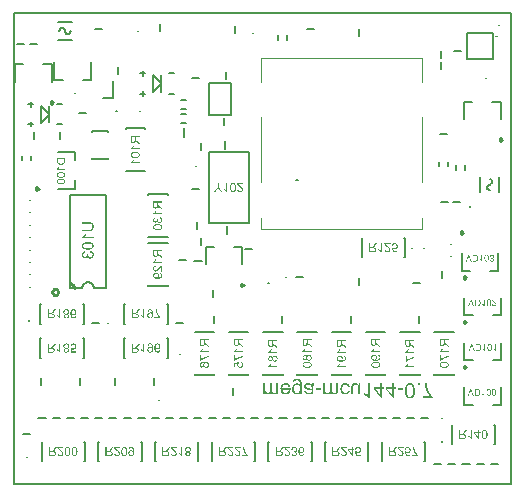
<source format=gbo>
G04*
G04 #@! TF.GenerationSoftware,Altium Limited,Altium Designer,25.1.2 (22)*
G04*
G04 Layer_Color=32896*
%FSLAX25Y25*%
%MOIN*%
G70*
G04*
G04 #@! TF.SameCoordinates,884B850E-C893-49A2-98A3-3BEC55AD8533*
G04*
G04*
G04 #@! TF.FilePolarity,Positive*
G04*
G01*
G75*
%ADD11C,0.00984*%
%ADD13C,0.00787*%
%ADD14C,0.00394*%
%ADD15C,0.00300*%
%ADD16C,0.00669*%
%ADD129C,0.00800*%
%ADD130C,0.00394*%
%ADD131C,0.00500*%
G36*
X94969Y35422D02*
X95149Y35400D01*
X95231Y35384D01*
X95302Y35368D01*
X95373Y35351D01*
X95439Y35329D01*
X95499Y35307D01*
X95548Y35291D01*
X95591Y35275D01*
X95630Y35258D01*
X95657Y35242D01*
X95679Y35236D01*
X95690Y35226D01*
X95695D01*
X95826Y35144D01*
X95941Y35051D01*
X96034Y34958D01*
X96110Y34865D01*
X96170Y34789D01*
X96214Y34723D01*
X96230Y34696D01*
X96241Y34680D01*
X96247Y34669D01*
Y34663D01*
X96280Y34592D01*
X96307Y34510D01*
X96329Y34418D01*
X96351Y34325D01*
X96378Y34123D01*
X96400Y33926D01*
X96405Y33833D01*
X96411Y33746D01*
X96416Y33664D01*
X96421Y33593D01*
Y33538D01*
Y33495D01*
Y33468D01*
Y33457D01*
Y30301D01*
X95854D01*
Y30748D01*
X95772Y30656D01*
X95690Y30574D01*
X95597Y30503D01*
X95510Y30443D01*
X95417Y30388D01*
X95329Y30350D01*
X95242Y30312D01*
X95160Y30284D01*
X95084Y30262D01*
X95013Y30246D01*
X94947Y30235D01*
X94893Y30224D01*
X94849D01*
X94811Y30219D01*
X94696D01*
X94609Y30230D01*
X94450Y30257D01*
X94308Y30295D01*
X94243Y30317D01*
X94183Y30339D01*
X94128Y30366D01*
X94085Y30388D01*
X94041Y30410D01*
X94008Y30426D01*
X93981Y30443D01*
X93959Y30454D01*
X93948Y30459D01*
X93943Y30464D01*
X93817Y30563D01*
X93702Y30672D01*
X93609Y30787D01*
X93533Y30896D01*
X93473Y30994D01*
X93446Y31038D01*
X93429Y31076D01*
X93413Y31103D01*
X93402Y31125D01*
X93391Y31141D01*
Y31147D01*
X93331Y31316D01*
X93282Y31486D01*
X93249Y31644D01*
X93227Y31791D01*
X93222Y31862D01*
X93216Y31922D01*
X93211Y31971D01*
Y32021D01*
X93205Y32059D01*
Y32086D01*
Y32102D01*
Y32108D01*
X93211Y32250D01*
X93222Y32381D01*
X93244Y32512D01*
X93271Y32632D01*
X93298Y32747D01*
X93336Y32856D01*
X93375Y32954D01*
X93413Y33047D01*
X93451Y33129D01*
X93484Y33200D01*
X93522Y33265D01*
X93550Y33315D01*
X93577Y33358D01*
X93599Y33386D01*
X93609Y33407D01*
X93615Y33413D01*
X93697Y33506D01*
X93784Y33593D01*
X93877Y33664D01*
X93975Y33724D01*
X94068Y33779D01*
X94166Y33822D01*
X94265Y33855D01*
X94358Y33888D01*
X94445Y33910D01*
X94521Y33926D01*
X94598Y33937D01*
X94658Y33942D01*
X94713Y33948D01*
X94751Y33953D01*
X94783D01*
X94893Y33948D01*
X95002Y33931D01*
X95100Y33910D01*
X95193Y33877D01*
X95286Y33844D01*
X95368Y33801D01*
X95444Y33762D01*
X95515Y33713D01*
X95575Y33669D01*
X95635Y33626D01*
X95679Y33588D01*
X95723Y33555D01*
X95750Y33522D01*
X95777Y33500D01*
X95788Y33484D01*
X95793Y33478D01*
Y33588D01*
Y33686D01*
X95788Y33773D01*
Y33855D01*
X95783Y33926D01*
Y33992D01*
X95777Y34046D01*
X95772Y34095D01*
X95766Y34139D01*
Y34172D01*
X95761Y34205D01*
X95755Y34226D01*
Y34243D01*
X95750Y34254D01*
Y34265D01*
X95712Y34374D01*
X95662Y34472D01*
X95608Y34554D01*
X95559Y34620D01*
X95504Y34674D01*
X95466Y34712D01*
X95439Y34740D01*
X95433Y34745D01*
X95428D01*
X95335Y34805D01*
X95226Y34843D01*
X95117Y34876D01*
X95013Y34898D01*
X94915Y34909D01*
X94876Y34914D01*
X94838D01*
X94811Y34920D01*
X94767D01*
X94625Y34914D01*
X94499Y34892D01*
X94396Y34865D01*
X94303Y34833D01*
X94232Y34800D01*
X94183Y34772D01*
X94150Y34751D01*
X94139Y34745D01*
X94079Y34690D01*
X94035Y34625D01*
X93997Y34559D01*
X93970Y34488D01*
X93954Y34428D01*
X93943Y34379D01*
X93932Y34347D01*
Y34341D01*
Y34336D01*
X93331Y34254D01*
Y34363D01*
X93342Y34461D01*
X93358Y34554D01*
X93386Y34641D01*
X93413Y34718D01*
X93446Y34794D01*
X93479Y34860D01*
X93517Y34914D01*
X93555Y34969D01*
X93588Y35013D01*
X93621Y35051D01*
X93653Y35084D01*
X93675Y35105D01*
X93697Y35122D01*
X93708Y35133D01*
X93713Y35138D01*
X93790Y35187D01*
X93877Y35236D01*
X93959Y35275D01*
X94052Y35307D01*
X94226Y35362D01*
X94396Y35395D01*
X94472Y35406D01*
X94543Y35417D01*
X94609Y35422D01*
X94663Y35428D01*
X94707Y35433D01*
X94772D01*
X94969Y35422D01*
D02*
G37*
G36*
X135799Y33249D02*
X135095D01*
Y33953D01*
X135799D01*
Y33249D01*
D02*
G37*
G36*
X91174Y34030D02*
X91289Y34024D01*
X91393Y34008D01*
X91491Y33986D01*
X91584Y33964D01*
X91666Y33937D01*
X91748Y33910D01*
X91819Y33882D01*
X91884Y33855D01*
X91939Y33828D01*
X91988Y33801D01*
X92032Y33779D01*
X92059Y33757D01*
X92086Y33740D01*
X92097Y33735D01*
X92103Y33729D01*
X92179Y33669D01*
X92244Y33604D01*
X92305Y33533D01*
X92365Y33462D01*
X92463Y33315D01*
X92539Y33178D01*
X92567Y33112D01*
X92594Y33053D01*
X92616Y32998D01*
X92632Y32949D01*
X92649Y32910D01*
X92659Y32883D01*
X92665Y32861D01*
Y32856D01*
X92021Y32774D01*
X91966Y32910D01*
X91901Y33031D01*
X91835Y33134D01*
X91775Y33211D01*
X91720Y33276D01*
X91677Y33320D01*
X91649Y33342D01*
X91644Y33353D01*
X91638D01*
X91546Y33413D01*
X91447Y33451D01*
X91349Y33484D01*
X91262Y33506D01*
X91180Y33517D01*
X91114Y33522D01*
X91092Y33527D01*
X91060D01*
X90978Y33522D01*
X90896Y33511D01*
X90820Y33500D01*
X90749Y33478D01*
X90618Y33429D01*
X90508Y33369D01*
X90459Y33342D01*
X90415Y33309D01*
X90383Y33282D01*
X90350Y33260D01*
X90328Y33238D01*
X90312Y33222D01*
X90301Y33216D01*
X90295Y33211D01*
X90241Y33145D01*
X90192Y33080D01*
X90153Y33003D01*
X90115Y32932D01*
X90055Y32774D01*
X90011Y32627D01*
X89995Y32556D01*
X89984Y32490D01*
X89973Y32436D01*
X89968Y32381D01*
X89962Y32343D01*
X89957Y32310D01*
Y32288D01*
Y32283D01*
X92681D01*
X92687Y32212D01*
Y32157D01*
Y32130D01*
Y32119D01*
X92681Y31955D01*
X92665Y31802D01*
X92643Y31655D01*
X92616Y31518D01*
X92578Y31393D01*
X92539Y31278D01*
X92496Y31174D01*
X92457Y31081D01*
X92414Y30999D01*
X92370Y30923D01*
X92332Y30863D01*
X92294Y30814D01*
X92266Y30770D01*
X92244Y30743D01*
X92228Y30727D01*
X92223Y30721D01*
X92135Y30634D01*
X92037Y30557D01*
X91939Y30486D01*
X91840Y30432D01*
X91742Y30382D01*
X91638Y30339D01*
X91546Y30306D01*
X91453Y30279D01*
X91365Y30262D01*
X91284Y30246D01*
X91213Y30235D01*
X91147Y30224D01*
X91098D01*
X91060Y30219D01*
X91027D01*
X90891Y30224D01*
X90754Y30241D01*
X90634Y30268D01*
X90514Y30301D01*
X90404Y30339D01*
X90301Y30382D01*
X90208Y30426D01*
X90126Y30475D01*
X90050Y30525D01*
X89984Y30568D01*
X89924Y30612D01*
X89880Y30650D01*
X89842Y30683D01*
X89815Y30710D01*
X89798Y30727D01*
X89793Y30732D01*
X89711Y30830D01*
X89640Y30939D01*
X89575Y31054D01*
X89520Y31169D01*
X89476Y31289D01*
X89438Y31409D01*
X89405Y31524D01*
X89384Y31638D01*
X89362Y31742D01*
X89351Y31846D01*
X89340Y31933D01*
X89329Y32010D01*
Y32075D01*
X89323Y32124D01*
Y32152D01*
Y32162D01*
X89329Y32326D01*
X89345Y32479D01*
X89367Y32621D01*
X89394Y32752D01*
X89433Y32878D01*
X89471Y32992D01*
X89514Y33096D01*
X89558Y33189D01*
X89596Y33271D01*
X89640Y33342D01*
X89678Y33402D01*
X89717Y33451D01*
X89744Y33495D01*
X89766Y33522D01*
X89782Y33538D01*
X89788Y33544D01*
X89880Y33631D01*
X89979Y33708D01*
X90077Y33773D01*
X90186Y33828D01*
X90290Y33877D01*
X90399Y33915D01*
X90503Y33948D01*
X90601Y33975D01*
X90694Y33992D01*
X90781Y34008D01*
X90858Y34019D01*
X90929Y34030D01*
X90983D01*
X91027Y34035D01*
X91060D01*
X91174Y34030D01*
D02*
G37*
G36*
X111065D02*
X111169Y34019D01*
X111267Y34003D01*
X111365Y33981D01*
X111453Y33953D01*
X111535Y33921D01*
X111611Y33893D01*
X111682Y33855D01*
X111742Y33822D01*
X111802Y33795D01*
X111846Y33762D01*
X111890Y33735D01*
X111917Y33713D01*
X111944Y33697D01*
X111955Y33686D01*
X111961Y33680D01*
X112032Y33609D01*
X112103Y33538D01*
X112163Y33457D01*
X112212Y33375D01*
X112261Y33293D01*
X112305Y33211D01*
X112370Y33058D01*
X112397Y32982D01*
X112419Y32916D01*
X112436Y32856D01*
X112452Y32801D01*
X112463Y32758D01*
X112468Y32725D01*
X112474Y32703D01*
Y32698D01*
X111868Y32616D01*
X111851Y32703D01*
X111835Y32779D01*
X111813Y32856D01*
X111791Y32921D01*
X111764Y32987D01*
X111742Y33042D01*
X111715Y33091D01*
X111688Y33140D01*
X111660Y33178D01*
X111638Y33211D01*
X111595Y33265D01*
X111567Y33298D01*
X111562Y33304D01*
X111557Y33309D01*
X111458Y33380D01*
X111360Y33435D01*
X111256Y33473D01*
X111163Y33500D01*
X111076Y33517D01*
X111043Y33522D01*
X111011D01*
X110983Y33527D01*
X110951D01*
X110869Y33522D01*
X110787Y33511D01*
X110716Y33495D01*
X110645Y33473D01*
X110519Y33424D01*
X110410Y33358D01*
X110366Y33331D01*
X110328Y33298D01*
X110295Y33271D01*
X110263Y33244D01*
X110241Y33227D01*
X110224Y33211D01*
X110219Y33200D01*
X110213Y33195D01*
X110164Y33129D01*
X110121Y33053D01*
X110082Y32971D01*
X110055Y32889D01*
X110001Y32708D01*
X109968Y32534D01*
X109957Y32452D01*
X109951Y32375D01*
X109946Y32304D01*
X109940Y32244D01*
X109935Y32195D01*
Y32157D01*
Y32130D01*
Y32124D01*
X109940Y31993D01*
X109946Y31868D01*
X109962Y31758D01*
X109979Y31655D01*
X110001Y31556D01*
X110028Y31469D01*
X110055Y31393D01*
X110082Y31322D01*
X110104Y31262D01*
X110132Y31207D01*
X110159Y31163D01*
X110181Y31131D01*
X110197Y31098D01*
X110213Y31081D01*
X110219Y31071D01*
X110224Y31065D01*
X110279Y31005D01*
X110339Y30956D01*
X110405Y30907D01*
X110465Y30869D01*
X110530Y30836D01*
X110590Y30808D01*
X110710Y30770D01*
X110819Y30743D01*
X110863Y30738D01*
X110907Y30732D01*
X110940Y30727D01*
X110983D01*
X111092Y30732D01*
X111196Y30754D01*
X111284Y30787D01*
X111360Y30819D01*
X111420Y30858D01*
X111469Y30885D01*
X111496Y30907D01*
X111507Y30918D01*
X111584Y30994D01*
X111649Y31081D01*
X111698Y31174D01*
X111742Y31262D01*
X111775Y31343D01*
X111797Y31409D01*
X111802Y31436D01*
X111808Y31453D01*
X111813Y31464D01*
Y31469D01*
X112414Y31376D01*
X112392Y31278D01*
X112359Y31180D01*
X112326Y31092D01*
X112294Y31010D01*
X112255Y30934D01*
X112212Y30863D01*
X112173Y30803D01*
X112130Y30743D01*
X112092Y30694D01*
X112053Y30650D01*
X112021Y30612D01*
X111988Y30579D01*
X111966Y30557D01*
X111944Y30541D01*
X111933Y30530D01*
X111928Y30525D01*
X111857Y30470D01*
X111780Y30421D01*
X111698Y30382D01*
X111617Y30350D01*
X111453Y30295D01*
X111300Y30257D01*
X111229Y30246D01*
X111163Y30235D01*
X111103Y30230D01*
X111054Y30224D01*
X111016Y30219D01*
X110956D01*
X110787Y30230D01*
X110623Y30252D01*
X110476Y30290D01*
X110410Y30312D01*
X110344Y30328D01*
X110290Y30350D01*
X110241Y30372D01*
X110197Y30388D01*
X110159Y30410D01*
X110126Y30421D01*
X110104Y30432D01*
X110093Y30443D01*
X110088D01*
X109946Y30535D01*
X109826Y30639D01*
X109722Y30754D01*
X109640Y30858D01*
X109575Y30956D01*
X109553Y30999D01*
X109531Y31038D01*
X109514Y31065D01*
X109504Y31087D01*
X109493Y31103D01*
Y31109D01*
X109427Y31278D01*
X109383Y31458D01*
X109351Y31633D01*
X109323Y31791D01*
X109318Y31868D01*
X109312Y31933D01*
X109307Y31993D01*
Y32048D01*
X109302Y32086D01*
Y32119D01*
Y32141D01*
Y32146D01*
X109307Y32310D01*
X109323Y32468D01*
X109345Y32616D01*
X109373Y32752D01*
X109405Y32878D01*
X109443Y32992D01*
X109487Y33096D01*
X109531Y33189D01*
X109569Y33271D01*
X109613Y33347D01*
X109651Y33407D01*
X109684Y33457D01*
X109711Y33500D01*
X109733Y33527D01*
X109749Y33544D01*
X109755Y33549D01*
X109842Y33637D01*
X109935Y33708D01*
X110033Y33773D01*
X110132Y33828D01*
X110235Y33877D01*
X110334Y33915D01*
X110432Y33948D01*
X110525Y33975D01*
X110612Y33997D01*
X110694Y34008D01*
X110770Y34019D01*
X110830Y34030D01*
X110885D01*
X110923Y34035D01*
X110956D01*
X111065Y34030D01*
D02*
G37*
G36*
X130323Y31819D02*
X128417D01*
Y32441D01*
X130323D01*
Y31819D01*
D02*
G37*
G36*
X102935D02*
X101030D01*
Y32441D01*
X102935D01*
Y31819D01*
D02*
G37*
G36*
X108564Y31447D02*
X108559Y31333D01*
X108554Y31229D01*
X108537Y31131D01*
X108521Y31038D01*
X108499Y30956D01*
X108472Y30879D01*
X108444Y30814D01*
X108417Y30754D01*
X108390Y30699D01*
X108362Y30650D01*
X108341Y30612D01*
X108313Y30579D01*
X108297Y30557D01*
X108281Y30541D01*
X108275Y30530D01*
X108270Y30525D01*
X108215Y30470D01*
X108150Y30421D01*
X108084Y30382D01*
X108019Y30350D01*
X107877Y30295D01*
X107746Y30257D01*
X107680Y30246D01*
X107620Y30235D01*
X107571Y30230D01*
X107522Y30224D01*
X107489Y30219D01*
X107434D01*
X107309Y30224D01*
X107189Y30246D01*
X107074Y30279D01*
X106965Y30317D01*
X106866Y30366D01*
X106774Y30421D01*
X106686Y30481D01*
X106610Y30535D01*
X106539Y30595D01*
X106479Y30656D01*
X106424Y30710D01*
X106386Y30759D01*
X106348Y30797D01*
X106326Y30830D01*
X106309Y30852D01*
X106304Y30858D01*
X106255Y30748D01*
X106200Y30656D01*
X106140Y30579D01*
X106080Y30508D01*
X106020Y30459D01*
X105976Y30421D01*
X105944Y30393D01*
X105938Y30388D01*
X105933D01*
X105829Y30333D01*
X105720Y30290D01*
X105611Y30262D01*
X105507Y30241D01*
X105414Y30230D01*
X105376Y30224D01*
X105338Y30219D01*
X105272D01*
X105141Y30224D01*
X105016Y30246D01*
X104906Y30268D01*
X104808Y30301D01*
X104732Y30328D01*
X104699Y30344D01*
X104672Y30355D01*
X104650Y30366D01*
X104633Y30377D01*
X104628Y30382D01*
X104622D01*
X104519Y30448D01*
X104431Y30519D01*
X104355Y30590D01*
X104289Y30661D01*
X104235Y30721D01*
X104197Y30770D01*
X104175Y30803D01*
X104164Y30808D01*
Y30301D01*
X103612D01*
Y33953D01*
X104229D01*
Y32059D01*
Y31966D01*
X104235Y31884D01*
X104240Y31802D01*
X104246Y31731D01*
X104251Y31660D01*
X104262Y31600D01*
X104268Y31545D01*
X104278Y31491D01*
X104289Y31447D01*
X104295Y31409D01*
X104306Y31376D01*
X104311Y31349D01*
X104317Y31327D01*
X104322Y31311D01*
X104327Y31305D01*
Y31300D01*
X104371Y31207D01*
X104420Y31125D01*
X104475Y31054D01*
X104530Y30999D01*
X104573Y30950D01*
X104611Y30923D01*
X104639Y30901D01*
X104650Y30896D01*
X104737Y30847D01*
X104819Y30814D01*
X104901Y30787D01*
X104977Y30770D01*
X105043Y30759D01*
X105092Y30754D01*
X105136D01*
X105256Y30765D01*
X105359Y30787D01*
X105441Y30819D01*
X105512Y30858D01*
X105561Y30896D01*
X105600Y30929D01*
X105622Y30950D01*
X105627Y30961D01*
X105676Y31049D01*
X105714Y31147D01*
X105742Y31251D01*
X105763Y31349D01*
X105774Y31442D01*
Y31480D01*
X105780Y31513D01*
Y31545D01*
Y31567D01*
Y31578D01*
Y31584D01*
Y33953D01*
X106397D01*
Y31835D01*
X106402Y31731D01*
X106408Y31638D01*
X106419Y31545D01*
X106435Y31464D01*
X106457Y31393D01*
X106479Y31322D01*
X106501Y31262D01*
X106528Y31207D01*
X106550Y31163D01*
X106572Y31120D01*
X106593Y31087D01*
X106615Y31060D01*
X106632Y31038D01*
X106643Y31021D01*
X106653Y31016D01*
Y31010D01*
X106703Y30967D01*
X106757Y30923D01*
X106861Y30863D01*
X106970Y30814D01*
X107074Y30787D01*
X107161Y30765D01*
X107200Y30759D01*
X107232D01*
X107260Y30754D01*
X107298D01*
X107374Y30759D01*
X107445Y30770D01*
X107511Y30787D01*
X107565Y30803D01*
X107609Y30825D01*
X107642Y30841D01*
X107664Y30852D01*
X107669Y30858D01*
X107724Y30896D01*
X107773Y30939D01*
X107806Y30983D01*
X107838Y31027D01*
X107860Y31065D01*
X107877Y31092D01*
X107887Y31114D01*
Y31120D01*
X107909Y31191D01*
X107920Y31273D01*
X107931Y31360D01*
X107942Y31447D01*
Y31529D01*
X107948Y31595D01*
Y31617D01*
Y31638D01*
Y31649D01*
Y31655D01*
Y33953D01*
X108564D01*
Y31447D01*
D02*
G37*
G36*
X88614D02*
X88608Y31333D01*
X88603Y31229D01*
X88586Y31131D01*
X88570Y31038D01*
X88548Y30956D01*
X88521Y30879D01*
X88494Y30814D01*
X88466Y30754D01*
X88439Y30699D01*
X88412Y30650D01*
X88390Y30612D01*
X88362Y30579D01*
X88346Y30557D01*
X88330Y30541D01*
X88324Y30530D01*
X88319Y30525D01*
X88264Y30470D01*
X88199Y30421D01*
X88133Y30382D01*
X88068Y30350D01*
X87926Y30295D01*
X87795Y30257D01*
X87729Y30246D01*
X87669Y30235D01*
X87620Y30230D01*
X87571Y30224D01*
X87538Y30219D01*
X87483D01*
X87358Y30224D01*
X87238Y30246D01*
X87123Y30279D01*
X87014Y30317D01*
X86916Y30366D01*
X86823Y30421D01*
X86735Y30481D01*
X86659Y30535D01*
X86588Y30595D01*
X86528Y30656D01*
X86473Y30710D01*
X86435Y30759D01*
X86397Y30797D01*
X86375Y30830D01*
X86359Y30852D01*
X86353Y30858D01*
X86304Y30748D01*
X86250Y30656D01*
X86189Y30579D01*
X86129Y30508D01*
X86069Y30459D01*
X86026Y30421D01*
X85993Y30393D01*
X85987Y30388D01*
X85982D01*
X85878Y30333D01*
X85769Y30290D01*
X85660Y30262D01*
X85556Y30241D01*
X85463Y30230D01*
X85425Y30224D01*
X85387Y30219D01*
X85321D01*
X85190Y30224D01*
X85065Y30246D01*
X84955Y30268D01*
X84857Y30301D01*
X84781Y30328D01*
X84748Y30344D01*
X84721Y30355D01*
X84699Y30366D01*
X84682Y30377D01*
X84677Y30382D01*
X84671D01*
X84568Y30448D01*
X84480Y30519D01*
X84404Y30590D01*
X84338Y30661D01*
X84284Y30721D01*
X84246Y30770D01*
X84224Y30803D01*
X84213Y30808D01*
Y30301D01*
X83661D01*
Y33953D01*
X84278D01*
Y32059D01*
Y31966D01*
X84284Y31884D01*
X84289Y31802D01*
X84295Y31731D01*
X84300Y31660D01*
X84311Y31600D01*
X84317Y31545D01*
X84328Y31491D01*
X84338Y31447D01*
X84344Y31409D01*
X84355Y31376D01*
X84360Y31349D01*
X84366Y31327D01*
X84371Y31311D01*
X84377Y31305D01*
Y31300D01*
X84420Y31207D01*
X84469Y31125D01*
X84524Y31054D01*
X84579Y30999D01*
X84622Y30950D01*
X84661Y30923D01*
X84688Y30901D01*
X84699Y30896D01*
X84786Y30847D01*
X84868Y30814D01*
X84950Y30787D01*
X85026Y30770D01*
X85092Y30759D01*
X85141Y30754D01*
X85185D01*
X85305Y30765D01*
X85409Y30787D01*
X85491Y30819D01*
X85562Y30858D01*
X85611Y30896D01*
X85649Y30929D01*
X85671Y30950D01*
X85676Y30961D01*
X85725Y31049D01*
X85764Y31147D01*
X85791Y31251D01*
X85813Y31349D01*
X85824Y31442D01*
Y31480D01*
X85829Y31513D01*
Y31545D01*
Y31567D01*
Y31578D01*
Y31584D01*
Y33953D01*
X86446D01*
Y31835D01*
X86452Y31731D01*
X86457Y31638D01*
X86468Y31545D01*
X86484Y31464D01*
X86506Y31393D01*
X86528Y31322D01*
X86550Y31262D01*
X86577Y31207D01*
X86599Y31163D01*
X86621Y31120D01*
X86643Y31087D01*
X86664Y31060D01*
X86681Y31038D01*
X86692Y31021D01*
X86703Y31016D01*
Y31010D01*
X86752Y30967D01*
X86806Y30923D01*
X86910Y30863D01*
X87019Y30814D01*
X87123Y30787D01*
X87210Y30765D01*
X87249Y30759D01*
X87281D01*
X87309Y30754D01*
X87347D01*
X87423Y30759D01*
X87494Y30770D01*
X87560Y30787D01*
X87615Y30803D01*
X87658Y30825D01*
X87691Y30841D01*
X87713Y30852D01*
X87718Y30858D01*
X87773Y30896D01*
X87822Y30939D01*
X87855Y30983D01*
X87888Y31027D01*
X87909Y31065D01*
X87926Y31092D01*
X87937Y31114D01*
Y31120D01*
X87958Y31191D01*
X87969Y31273D01*
X87980Y31360D01*
X87991Y31447D01*
Y31529D01*
X87997Y31595D01*
Y31617D01*
Y31638D01*
Y31649D01*
Y31655D01*
Y33953D01*
X88614D01*
Y31447D01*
D02*
G37*
G36*
X98535Y34030D02*
X98660Y34019D01*
X98775Y33997D01*
X98878Y33975D01*
X98960Y33953D01*
X98999Y33942D01*
X99026Y33931D01*
X99048Y33926D01*
X99064Y33921D01*
X99075Y33915D01*
X99080D01*
X99201Y33861D01*
X99321Y33801D01*
X99430Y33729D01*
X99534Y33659D01*
X99621Y33599D01*
X99654Y33566D01*
X99686Y33544D01*
X99714Y33522D01*
X99730Y33506D01*
X99741Y33500D01*
X99747Y33495D01*
X99757Y33593D01*
X99774Y33680D01*
X99796Y33757D01*
X99818Y33822D01*
X99834Y33877D01*
X99850Y33921D01*
X99861Y33942D01*
X99867Y33953D01*
X100511D01*
X100473Y33877D01*
X100440Y33795D01*
X100413Y33724D01*
X100391Y33659D01*
X100374Y33599D01*
X100364Y33555D01*
X100358Y33527D01*
Y33517D01*
X100353Y33468D01*
X100347Y33402D01*
X100342Y33331D01*
X100336Y33249D01*
X100331Y33162D01*
Y33069D01*
X100325Y32883D01*
Y32796D01*
X100320Y32708D01*
Y32632D01*
Y32561D01*
Y32506D01*
Y32463D01*
Y32436D01*
Y32425D01*
Y31600D01*
Y31524D01*
Y31458D01*
X100314Y31398D01*
Y31338D01*
X100309Y31240D01*
X100303Y31163D01*
X100298Y31103D01*
X100293Y31065D01*
X100287Y31038D01*
Y31032D01*
X100265Y30939D01*
X100233Y30858D01*
X100200Y30787D01*
X100167Y30727D01*
X100140Y30677D01*
X100112Y30639D01*
X100096Y30617D01*
X100091Y30612D01*
X100031Y30552D01*
X99965Y30497D01*
X99894Y30448D01*
X99823Y30410D01*
X99757Y30377D01*
X99708Y30355D01*
X99686Y30344D01*
X99670Y30339D01*
X99665Y30333D01*
X99659D01*
X99545Y30295D01*
X99419Y30268D01*
X99293Y30246D01*
X99173Y30235D01*
X99069Y30224D01*
X99020D01*
X98982Y30219D01*
X98906D01*
X98737Y30224D01*
X98578Y30241D01*
X98436Y30262D01*
X98371Y30273D01*
X98316Y30284D01*
X98261Y30295D01*
X98212Y30306D01*
X98174Y30317D01*
X98141Y30328D01*
X98114Y30339D01*
X98092Y30344D01*
X98081Y30350D01*
X98076D01*
X97950Y30404D01*
X97841Y30464D01*
X97748Y30525D01*
X97672Y30585D01*
X97612Y30639D01*
X97568Y30683D01*
X97541Y30710D01*
X97530Y30716D01*
Y30721D01*
X97464Y30814D01*
X97410Y30918D01*
X97366Y31021D01*
X97328Y31120D01*
X97300Y31207D01*
X97290Y31245D01*
X97279Y31278D01*
X97273Y31305D01*
X97268Y31327D01*
X97262Y31338D01*
Y31343D01*
X97868Y31425D01*
X97890Y31354D01*
X97912Y31289D01*
X97956Y31180D01*
X98010Y31081D01*
X98059Y31010D01*
X98103Y30956D01*
X98141Y30912D01*
X98163Y30890D01*
X98174Y30885D01*
X98261Y30836D01*
X98365Y30797D01*
X98469Y30770D01*
X98573Y30748D01*
X98671Y30738D01*
X98709D01*
X98747Y30732D01*
X98818D01*
X98982Y30743D01*
X99124Y30765D01*
X99244Y30797D01*
X99343Y30836D01*
X99419Y30879D01*
X99446Y30896D01*
X99474Y30912D01*
X99495Y30923D01*
X99506Y30934D01*
X99517Y30945D01*
X99577Y31010D01*
X99621Y31092D01*
X99654Y31180D01*
X99676Y31267D01*
X99686Y31349D01*
X99697Y31414D01*
Y31436D01*
Y31458D01*
Y31469D01*
Y31475D01*
Y31491D01*
Y31513D01*
Y31567D01*
X99692Y31589D01*
Y31611D01*
Y31627D01*
Y31633D01*
X99621Y31655D01*
X99545Y31677D01*
X99457Y31698D01*
X99370Y31720D01*
X99190Y31758D01*
X99010Y31791D01*
X98922Y31802D01*
X98846Y31813D01*
X98775Y31824D01*
X98709Y31835D01*
X98660Y31840D01*
X98622Y31846D01*
X98600Y31851D01*
X98589D01*
X98458Y31868D01*
X98349Y31884D01*
X98251Y31900D01*
X98174Y31911D01*
X98114Y31928D01*
X98070Y31933D01*
X98049Y31944D01*
X98038D01*
X97950Y31971D01*
X97863Y32004D01*
X97786Y32037D01*
X97721Y32070D01*
X97666Y32097D01*
X97628Y32124D01*
X97601Y32141D01*
X97590Y32146D01*
X97519Y32201D01*
X97459Y32255D01*
X97404Y32315D01*
X97361Y32370D01*
X97322Y32425D01*
X97295Y32463D01*
X97279Y32490D01*
X97273Y32501D01*
X97235Y32588D01*
X97202Y32670D01*
X97180Y32752D01*
X97170Y32829D01*
X97158Y32894D01*
X97153Y32949D01*
Y32982D01*
Y32987D01*
Y32992D01*
X97158Y33074D01*
X97170Y33156D01*
X97180Y33233D01*
X97202Y33304D01*
X97257Y33435D01*
X97317Y33538D01*
X97344Y33588D01*
X97372Y33626D01*
X97399Y33664D01*
X97426Y33691D01*
X97448Y33713D01*
X97459Y33729D01*
X97470Y33740D01*
X97475Y33746D01*
X97541Y33795D01*
X97606Y33839D01*
X97683Y33882D01*
X97754Y33915D01*
X97907Y33964D01*
X98059Y33997D01*
X98125Y34014D01*
X98190Y34019D01*
X98251Y34024D01*
X98300Y34030D01*
X98338Y34035D01*
X98398D01*
X98535Y34030D01*
D02*
G37*
G36*
X114368D02*
X114494Y34008D01*
X114609Y33981D01*
X114723Y33937D01*
X114827Y33893D01*
X114920Y33839D01*
X115007Y33784D01*
X115089Y33724D01*
X115160Y33669D01*
X115220Y33615D01*
X115275Y33560D01*
X115319Y33517D01*
X115351Y33473D01*
X115373Y33446D01*
X115390Y33424D01*
X115395Y33418D01*
Y33953D01*
X115946D01*
Y30301D01*
X115329D01*
Y32261D01*
X115324Y32425D01*
X115313Y32567D01*
X115297Y32687D01*
X115280Y32790D01*
X115269Y32834D01*
X115258Y32867D01*
X115247Y32900D01*
X115242Y32927D01*
X115237Y32943D01*
X115231Y32960D01*
X115226Y32965D01*
Y32971D01*
X115182Y33058D01*
X115127Y33134D01*
X115067Y33200D01*
X115013Y33255D01*
X114958Y33298D01*
X114915Y33331D01*
X114887Y33353D01*
X114882Y33358D01*
X114876D01*
X114783Y33407D01*
X114696Y33440D01*
X114609Y33468D01*
X114527Y33484D01*
X114456Y33495D01*
X114407Y33500D01*
X114357D01*
X114259Y33495D01*
X114166Y33478D01*
X114084Y33457D01*
X114019Y33429D01*
X113964Y33407D01*
X113921Y33386D01*
X113899Y33369D01*
X113888Y33364D01*
X113822Y33309D01*
X113768Y33244D01*
X113724Y33184D01*
X113691Y33123D01*
X113664Y33069D01*
X113648Y33020D01*
X113642Y32992D01*
X113637Y32982D01*
X113631Y32949D01*
X113626Y32905D01*
X113620Y32807D01*
X113610Y32698D01*
Y32588D01*
X113604Y32490D01*
Y32446D01*
Y32403D01*
Y32370D01*
Y32348D01*
Y32332D01*
Y32326D01*
Y30301D01*
X112987D01*
Y32567D01*
Y32703D01*
X112993Y32823D01*
X112998Y32921D01*
X113004Y33003D01*
X113009Y33063D01*
X113014Y33112D01*
X113020Y33134D01*
Y33145D01*
X113047Y33244D01*
X113074Y33331D01*
X113107Y33407D01*
X113140Y33473D01*
X113167Y33527D01*
X113189Y33571D01*
X113206Y33593D01*
X113211Y33604D01*
X113266Y33669D01*
X113331Y33729D01*
X113402Y33784D01*
X113468Y33828D01*
X113533Y33866D01*
X113582Y33893D01*
X113615Y33910D01*
X113620Y33915D01*
X113626D01*
X113735Y33953D01*
X113839Y33986D01*
X113943Y34008D01*
X114035Y34019D01*
X114117Y34030D01*
X114177Y34035D01*
X114232D01*
X114368Y34030D01*
D02*
G37*
G36*
X119075Y28897D02*
X118676D01*
X118605Y29023D01*
X118524Y29143D01*
X118431Y29258D01*
X118338Y29356D01*
X118256Y29449D01*
X118218Y29482D01*
X118191Y29514D01*
X118163Y29542D01*
X118141Y29558D01*
X118130Y29569D01*
X118125Y29574D01*
X117977Y29700D01*
X117819Y29809D01*
X117666Y29913D01*
X117524Y30000D01*
X117464Y30033D01*
X117404Y30066D01*
X117350Y30099D01*
X117306Y30121D01*
X117268Y30137D01*
X117240Y30153D01*
X117224Y30159D01*
X117219Y30164D01*
Y30759D01*
X117328Y30716D01*
X117442Y30667D01*
X117552Y30612D01*
X117650Y30563D01*
X117737Y30514D01*
X117775Y30497D01*
X117808Y30475D01*
X117836Y30464D01*
X117852Y30454D01*
X117863Y30443D01*
X117868D01*
X117999Y30361D01*
X118114Y30284D01*
X118218Y30213D01*
X118300Y30148D01*
X118371Y30093D01*
X118420Y30055D01*
X118447Y30028D01*
X118458Y30017D01*
Y33953D01*
X119075D01*
Y28897D01*
D02*
G37*
G36*
X138103Y33680D02*
X138119Y33549D01*
X138141Y33424D01*
X138158Y33304D01*
X138180Y33189D01*
X138196Y33080D01*
X138218Y32982D01*
X138234Y32894D01*
X138256Y32812D01*
X138272Y32741D01*
X138289Y32681D01*
X138300Y32638D01*
X138311Y32599D01*
X138316Y32577D01*
Y32572D01*
X138420Y32239D01*
X138480Y32075D01*
X138540Y31917D01*
X138600Y31769D01*
X138660Y31622D01*
X138720Y31486D01*
X138775Y31360D01*
X138829Y31245D01*
X138878Y31141D01*
X138927Y31049D01*
X138966Y30972D01*
X138998Y30907D01*
X139020Y30863D01*
X139037Y30836D01*
X139042Y30825D01*
X139130Y30672D01*
X139222Y30525D01*
X139310Y30382D01*
X139392Y30257D01*
X139473Y30137D01*
X139555Y30022D01*
X139632Y29919D01*
X139703Y29826D01*
X139768Y29744D01*
X139823Y29673D01*
X139878Y29613D01*
X139921Y29558D01*
X139954Y29520D01*
X139981Y29487D01*
X139998Y29471D01*
X140003Y29465D01*
Y28979D01*
X136743D01*
Y29574D01*
X139211D01*
X139124Y29678D01*
X139037Y29787D01*
X138873Y30011D01*
X138720Y30230D01*
X138649Y30339D01*
X138584Y30437D01*
X138529Y30535D01*
X138474Y30623D01*
X138431Y30699D01*
X138387Y30765D01*
X138360Y30819D01*
X138338Y30863D01*
X138321Y30885D01*
X138316Y30896D01*
X138169Y31191D01*
X138043Y31480D01*
X137983Y31617D01*
X137934Y31753D01*
X137885Y31884D01*
X137841Y32004D01*
X137803Y32113D01*
X137770Y32212D01*
X137743Y32304D01*
X137721Y32381D01*
X137699Y32441D01*
X137688Y32485D01*
X137683Y32512D01*
X137677Y32523D01*
X137639Y32676D01*
X137601Y32823D01*
X137574Y32965D01*
X137546Y33102D01*
X137524Y33227D01*
X137508Y33347D01*
X137492Y33451D01*
X137481Y33555D01*
X137470Y33642D01*
X137464Y33724D01*
X137459Y33790D01*
X137453Y33850D01*
X137448Y33893D01*
Y33926D01*
Y33948D01*
Y33953D01*
X138081D01*
X138103Y33680D01*
D02*
G37*
G36*
X127178Y32747D02*
X127860D01*
Y32179D01*
X127178D01*
Y28914D01*
X126670D01*
X124366Y32179D01*
Y32747D01*
X126561D01*
Y33953D01*
X127178D01*
Y32747D01*
D02*
G37*
G36*
X123263D02*
X123945D01*
Y32179D01*
X123263D01*
Y28914D01*
X122755D01*
X120451Y32179D01*
Y32747D01*
X122646D01*
Y33953D01*
X123263D01*
Y32747D01*
D02*
G37*
G36*
X132578Y34030D02*
X132670Y34024D01*
X132763Y34008D01*
X132851Y33992D01*
X132932Y33964D01*
X133003Y33942D01*
X133074Y33915D01*
X133134Y33888D01*
X133194Y33861D01*
X133244Y33833D01*
X133287Y33806D01*
X133320Y33784D01*
X133347Y33768D01*
X133369Y33751D01*
X133380Y33746D01*
X133386Y33740D01*
X133451Y33680D01*
X133517Y33620D01*
X133626Y33484D01*
X133719Y33347D01*
X133795Y33211D01*
X133828Y33145D01*
X133855Y33085D01*
X133877Y33036D01*
X133899Y32987D01*
X133915Y32954D01*
X133921Y32921D01*
X133932Y32905D01*
Y32900D01*
X133964Y32796D01*
X133992Y32681D01*
X134041Y32446D01*
X134074Y32206D01*
X134084Y32092D01*
X134095Y31977D01*
X134101Y31873D01*
X134106Y31775D01*
X134112Y31693D01*
X134117Y31617D01*
Y31556D01*
Y31507D01*
Y31480D01*
Y31469D01*
Y31333D01*
X134112Y31201D01*
X134106Y31081D01*
X134101Y30967D01*
X134090Y30863D01*
X134079Y30765D01*
X134068Y30677D01*
X134063Y30595D01*
X134052Y30525D01*
X134041Y30464D01*
X134030Y30410D01*
X134019Y30366D01*
X134013Y30328D01*
X134008Y30306D01*
X134003Y30290D01*
Y30284D01*
X133959Y30126D01*
X133904Y29978D01*
X133855Y29853D01*
X133806Y29744D01*
X133779Y29700D01*
X133762Y29656D01*
X133740Y29618D01*
X133724Y29591D01*
X133708Y29569D01*
X133702Y29553D01*
X133691Y29542D01*
Y29536D01*
X133615Y29427D01*
X133528Y29329D01*
X133446Y29247D01*
X133364Y29181D01*
X133293Y29127D01*
X133238Y29094D01*
X133216Y29078D01*
X133200Y29067D01*
X133189Y29061D01*
X133184D01*
X133063Y29007D01*
X132943Y28968D01*
X132823Y28936D01*
X132714Y28919D01*
X132616Y28908D01*
X132578Y28903D01*
X132539Y28897D01*
X132474D01*
X132376Y28903D01*
X132277Y28908D01*
X132184Y28925D01*
X132097Y28941D01*
X132021Y28963D01*
X131944Y28990D01*
X131873Y29017D01*
X131813Y29045D01*
X131753Y29072D01*
X131704Y29100D01*
X131660Y29121D01*
X131628Y29149D01*
X131600Y29165D01*
X131578Y29181D01*
X131568Y29187D01*
X131562Y29192D01*
X131497Y29252D01*
X131436Y29312D01*
X131327Y29449D01*
X131229Y29585D01*
X131152Y29722D01*
X131120Y29787D01*
X131092Y29842D01*
X131071Y29897D01*
X131049Y29940D01*
X131038Y29978D01*
X131027Y30011D01*
X131016Y30028D01*
Y30033D01*
X130983Y30137D01*
X130956Y30252D01*
X130912Y30486D01*
X130879Y30727D01*
X130869Y30841D01*
X130858Y30956D01*
X130852Y31060D01*
X130847Y31158D01*
X130841Y31245D01*
Y31322D01*
X130836Y31382D01*
Y31431D01*
Y31458D01*
Y31469D01*
X130841Y31726D01*
X130858Y31966D01*
X130879Y32184D01*
X130912Y32386D01*
X130950Y32572D01*
X130994Y32741D01*
X131038Y32889D01*
X131087Y33025D01*
X131131Y33140D01*
X131174Y33244D01*
X131218Y33325D01*
X131256Y33397D01*
X131289Y33451D01*
X131311Y33489D01*
X131327Y33511D01*
X131333Y33517D01*
X131415Y33609D01*
X131502Y33686D01*
X131595Y33757D01*
X131688Y33817D01*
X131780Y33866D01*
X131879Y33910D01*
X131972Y33942D01*
X132059Y33970D01*
X132146Y33992D01*
X132223Y34008D01*
X132294Y34019D01*
X132354Y34024D01*
X132403Y34030D01*
X132441Y34035D01*
X132474D01*
X132578Y34030D01*
D02*
G37*
G36*
X159852Y76819D02*
X159908Y76811D01*
X159962Y76802D01*
X160014Y76789D01*
X160063Y76775D01*
X160107Y76757D01*
X160149Y76738D01*
X160186Y76718D01*
X160221Y76701D01*
X160250Y76681D01*
X160277Y76664D01*
X160297Y76649D01*
X160314Y76637D01*
X160326Y76627D01*
X160334Y76620D01*
X160336Y76617D01*
X160376Y76578D01*
X160407Y76536D01*
X160437Y76494D01*
X160462Y76450D01*
X160484Y76408D01*
X160501Y76366D01*
X160516Y76327D01*
X160528Y76288D01*
X160538Y76251D01*
X160543Y76219D01*
X160548Y76189D01*
X160553Y76162D01*
Y76142D01*
X160555Y76125D01*
Y76115D01*
Y76113D01*
Y76073D01*
X160550Y76034D01*
X160538Y75963D01*
X160518Y75901D01*
X160508Y75874D01*
X160499Y75850D01*
X160489Y75825D01*
X160479Y75805D01*
X160469Y75788D01*
X160459Y75776D01*
X160452Y75763D01*
X160447Y75756D01*
X160444Y75751D01*
X160442Y75749D01*
X160398Y75697D01*
X160346Y75655D01*
X160294Y75623D01*
X160245Y75596D01*
X160198Y75577D01*
X160179Y75569D01*
X160164Y75564D01*
X160149Y75559D01*
X160139Y75557D01*
X160132Y75554D01*
X160130D01*
X160184Y75525D01*
X160230Y75495D01*
X160272Y75463D01*
X160304Y75431D01*
X160331Y75404D01*
X160348Y75382D01*
X160361Y75367D01*
X160363Y75365D01*
Y75362D01*
X160390Y75316D01*
X160410Y75269D01*
X160425Y75225D01*
X160435Y75183D01*
X160440Y75148D01*
X160444Y75119D01*
Y75109D01*
Y75102D01*
Y75097D01*
Y75094D01*
X160442Y75038D01*
X160432Y74984D01*
X160417Y74935D01*
X160403Y74890D01*
X160388Y74853D01*
X160380Y74839D01*
X160373Y74826D01*
X160368Y74816D01*
X160363Y74807D01*
X160361Y74804D01*
Y74802D01*
X160326Y74752D01*
X160287Y74711D01*
X160248Y74674D01*
X160208Y74642D01*
X160174Y74617D01*
X160147Y74600D01*
X160134Y74593D01*
X160127Y74588D01*
X160122Y74585D01*
X160120D01*
X160061Y74558D01*
X160002Y74538D01*
X159943Y74524D01*
X159891Y74514D01*
X159844Y74509D01*
X159827Y74506D01*
X159810Y74504D01*
X159778D01*
X159729Y74506D01*
X159682Y74511D01*
X159638Y74519D01*
X159593Y74529D01*
X159554Y74541D01*
X159517Y74553D01*
X159483Y74568D01*
X159453Y74580D01*
X159423Y74595D01*
X159399Y74610D01*
X159379Y74622D01*
X159360Y74634D01*
X159347Y74644D01*
X159335Y74652D01*
X159330Y74656D01*
X159328Y74659D01*
X159296Y74689D01*
X159266Y74723D01*
X159239Y74757D01*
X159214Y74792D01*
X159192Y74829D01*
X159175Y74863D01*
X159143Y74935D01*
X159131Y74967D01*
X159121Y74996D01*
X159114Y75023D01*
X159106Y75045D01*
X159101Y75065D01*
X159099Y75080D01*
X159096Y75090D01*
Y75092D01*
X159374Y75141D01*
X159389Y75070D01*
X159409Y75008D01*
X159431Y74954D01*
X159456Y74912D01*
X159475Y74878D01*
X159495Y74856D01*
X159507Y74841D01*
X159512Y74836D01*
X159556Y74802D01*
X159601Y74777D01*
X159647Y74757D01*
X159689Y74745D01*
X159729Y74738D01*
X159743Y74735D01*
X159758D01*
X159770Y74733D01*
X159785D01*
X159844Y74738D01*
X159896Y74748D01*
X159943Y74765D01*
X159982Y74782D01*
X160011Y74802D01*
X160034Y74819D01*
X160048Y74829D01*
X160053Y74834D01*
X160073Y74853D01*
X160088Y74873D01*
X160115Y74917D01*
X160134Y74959D01*
X160147Y74998D01*
X160154Y75035D01*
X160157Y75062D01*
X160159Y75075D01*
Y75082D01*
Y75087D01*
Y75090D01*
X160157Y75124D01*
X160152Y75156D01*
X160147Y75188D01*
X160137Y75215D01*
X160112Y75264D01*
X160088Y75304D01*
X160061Y75336D01*
X160036Y75358D01*
X160026Y75365D01*
X160021Y75370D01*
X160016Y75375D01*
X160014D01*
X159960Y75407D01*
X159903Y75429D01*
X159849Y75446D01*
X159800Y75456D01*
X159758Y75463D01*
X159741Y75466D01*
X159724D01*
X159711Y75468D01*
X159679D01*
X159665Y75466D01*
X159652Y75463D01*
X159647D01*
X159618Y75707D01*
X159660Y75697D01*
X159699Y75690D01*
X159731Y75685D01*
X159761Y75680D01*
X159783D01*
X159800Y75677D01*
X159815D01*
X159849Y75680D01*
X159884Y75682D01*
X159945Y75697D01*
X159999Y75717D01*
X160046Y75739D01*
X160083Y75763D01*
X160098Y75773D01*
X160110Y75783D01*
X160120Y75791D01*
X160127Y75798D01*
X160130Y75800D01*
X160132Y75803D01*
X160154Y75827D01*
X160174Y75852D01*
X160191Y75877D01*
X160206Y75904D01*
X160228Y75955D01*
X160245Y76007D01*
X160253Y76051D01*
X160255Y76069D01*
X160257Y76086D01*
X160260Y76098D01*
Y76110D01*
Y76115D01*
Y76118D01*
X160257Y76155D01*
X160255Y76189D01*
X160238Y76256D01*
X160218Y76312D01*
X160194Y76361D01*
X160179Y76383D01*
X160167Y76401D01*
X160157Y76418D01*
X160147Y76430D01*
X160137Y76440D01*
X160130Y76447D01*
X160127Y76452D01*
X160125Y76455D01*
X160098Y76479D01*
X160071Y76499D01*
X160044Y76516D01*
X160016Y76534D01*
X159960Y76558D01*
X159906Y76573D01*
X159861Y76583D01*
X159839Y76585D01*
X159825Y76588D01*
X159810Y76590D01*
X159790D01*
X159731Y76585D01*
X159675Y76573D01*
X159628Y76558D01*
X159586Y76538D01*
X159552Y76519D01*
X159527Y76504D01*
X159520Y76497D01*
X159512Y76492D01*
X159510Y76487D01*
X159507D01*
X159487Y76465D01*
X159468Y76442D01*
X159433Y76391D01*
X159406Y76334D01*
X159384Y76278D01*
X159367Y76226D01*
X159362Y76204D01*
X159357Y76184D01*
X159352Y76167D01*
X159350Y76155D01*
X159347Y76147D01*
Y76145D01*
X159069Y76182D01*
X159077Y76233D01*
X159087Y76283D01*
X159101Y76329D01*
X159116Y76374D01*
X159133Y76415D01*
X159153Y76452D01*
X159173Y76489D01*
X159192Y76519D01*
X159212Y76548D01*
X159229Y76573D01*
X159246Y76595D01*
X159261Y76612D01*
X159276Y76627D01*
X159286Y76637D01*
X159291Y76642D01*
X159293Y76644D01*
X159330Y76676D01*
X159372Y76703D01*
X159411Y76725D01*
X159453Y76748D01*
X159495Y76765D01*
X159537Y76777D01*
X159576Y76789D01*
X159615Y76799D01*
X159652Y76807D01*
X159684Y76811D01*
X159714Y76816D01*
X159741Y76819D01*
X159761D01*
X159778Y76821D01*
X159790D01*
X159852Y76819D01*
D02*
G37*
G36*
X156590Y74504D02*
X156410D01*
X156378Y74561D01*
X156341Y74615D01*
X156299Y74666D01*
X156257Y74711D01*
X156221Y74752D01*
X156203Y74767D01*
X156191Y74782D01*
X156179Y74794D01*
X156169Y74802D01*
X156164Y74807D01*
X156162Y74809D01*
X156095Y74866D01*
X156024Y74915D01*
X155955Y74962D01*
X155891Y75001D01*
X155864Y75016D01*
X155837Y75030D01*
X155812Y75045D01*
X155793Y75055D01*
X155775Y75062D01*
X155763Y75070D01*
X155756Y75072D01*
X155753Y75075D01*
Y75343D01*
X155802Y75323D01*
X155854Y75301D01*
X155903Y75276D01*
X155948Y75254D01*
X155987Y75232D01*
X156004Y75225D01*
X156019Y75215D01*
X156031Y75210D01*
X156039Y75205D01*
X156044Y75200D01*
X156046D01*
X156105Y75163D01*
X156157Y75129D01*
X156203Y75097D01*
X156240Y75067D01*
X156272Y75043D01*
X156294Y75025D01*
X156307Y75013D01*
X156312Y75008D01*
Y76782D01*
X156590D01*
Y74504D01*
D02*
G37*
G36*
X154255Y76780D02*
X154324Y76777D01*
X154385Y76770D01*
X154440Y76762D01*
X154462Y76760D01*
X154481Y76757D01*
X154501Y76752D01*
X154516Y76750D01*
X154528Y76748D01*
X154535D01*
X154540Y76745D01*
X154543D01*
X154599Y76728D01*
X154654Y76711D01*
X154700Y76691D01*
X154740Y76674D01*
X154772Y76657D01*
X154796Y76644D01*
X154811Y76634D01*
X154814Y76632D01*
X154816D01*
X154858Y76600D01*
X154897Y76568D01*
X154932Y76534D01*
X154961Y76499D01*
X154988Y76469D01*
X155005Y76447D01*
X155013Y76437D01*
X155018Y76430D01*
X155023Y76428D01*
Y76425D01*
X155057Y76374D01*
X155087Y76319D01*
X155114Y76263D01*
X155136Y76211D01*
X155153Y76165D01*
X155160Y76145D01*
X155168Y76128D01*
X155170Y76115D01*
X155175Y76105D01*
X155178Y76098D01*
Y76096D01*
X155197Y76017D01*
X155212Y75938D01*
X155224Y75862D01*
X155232Y75791D01*
X155234Y75759D01*
X155237Y75729D01*
Y75702D01*
X155239Y75680D01*
Y75660D01*
Y75648D01*
Y75638D01*
Y75636D01*
X155234Y75525D01*
X155232Y75473D01*
X155224Y75424D01*
X155217Y75377D01*
X155210Y75333D01*
X155202Y75291D01*
X155195Y75252D01*
X155185Y75217D01*
X155178Y75188D01*
X155170Y75161D01*
X155163Y75139D01*
X155155Y75121D01*
X155153Y75107D01*
X155148Y75099D01*
Y75097D01*
X155111Y75013D01*
X155069Y74937D01*
X155047Y74902D01*
X155025Y74871D01*
X155003Y74841D01*
X154981Y74814D01*
X154961Y74789D01*
X154941Y74770D01*
X154924Y74750D01*
X154909Y74735D01*
X154897Y74723D01*
X154887Y74716D01*
X154882Y74711D01*
X154880Y74708D01*
X154826Y74666D01*
X154769Y74632D01*
X154715Y74605D01*
X154663Y74583D01*
X154617Y74566D01*
X154597Y74561D01*
X154580Y74556D01*
X154568Y74551D01*
X154558Y74548D01*
X154550Y74546D01*
X154548D01*
X154521Y74541D01*
X154491Y74533D01*
X154425Y74526D01*
X154358Y74519D01*
X154292Y74516D01*
X154262Y74514D01*
X154233D01*
X154208Y74511D01*
X153362D01*
Y76782D01*
X154181D01*
X154255Y76780D01*
D02*
G37*
G36*
X153092Y74511D02*
X152787D01*
X152174Y76162D01*
X152149Y76231D01*
X152125Y76297D01*
X152103Y76361D01*
X152085Y76418D01*
X152078Y76442D01*
X152071Y76465D01*
X152066Y76484D01*
X152061Y76502D01*
X152056Y76514D01*
X152053Y76526D01*
X152051Y76531D01*
Y76534D01*
X152031Y76467D01*
X152012Y76401D01*
X151992Y76339D01*
X151975Y76283D01*
X151965Y76256D01*
X151957Y76233D01*
X151950Y76214D01*
X151945Y76196D01*
X151940Y76182D01*
X151935Y76172D01*
X151933Y76165D01*
Y76162D01*
X151342Y74511D01*
X151015D01*
X151896Y76782D01*
X152206D01*
X153092Y74511D01*
D02*
G37*
G36*
X158090Y76816D02*
X158132Y76814D01*
X158174Y76807D01*
X158213Y76799D01*
X158250Y76787D01*
X158282Y76777D01*
X158314Y76765D01*
X158341Y76752D01*
X158368Y76740D01*
X158390Y76728D01*
X158410Y76715D01*
X158425Y76706D01*
X158437Y76698D01*
X158447Y76691D01*
X158452Y76688D01*
X158454Y76686D01*
X158484Y76659D01*
X158513Y76632D01*
X158563Y76570D01*
X158604Y76509D01*
X158639Y76447D01*
X158654Y76418D01*
X158666Y76391D01*
X158676Y76369D01*
X158686Y76346D01*
X158693Y76332D01*
X158695Y76317D01*
X158700Y76310D01*
Y76307D01*
X158715Y76260D01*
X158727Y76209D01*
X158749Y76103D01*
X158764Y75995D01*
X158769Y75943D01*
X158774Y75891D01*
X158777Y75845D01*
X158779Y75800D01*
X158782Y75763D01*
X158784Y75729D01*
Y75702D01*
Y75680D01*
Y75668D01*
Y75663D01*
Y75601D01*
X158782Y75542D01*
X158779Y75488D01*
X158777Y75436D01*
X158772Y75390D01*
X158767Y75345D01*
X158762Y75306D01*
X158759Y75269D01*
X158754Y75237D01*
X158749Y75210D01*
X158745Y75185D01*
X158740Y75166D01*
X158737Y75148D01*
X158735Y75139D01*
X158732Y75131D01*
Y75129D01*
X158713Y75058D01*
X158688Y74991D01*
X158666Y74935D01*
X158644Y74885D01*
X158631Y74866D01*
X158624Y74846D01*
X158614Y74829D01*
X158607Y74816D01*
X158599Y74807D01*
X158597Y74799D01*
X158592Y74794D01*
Y74792D01*
X158558Y74743D01*
X158518Y74698D01*
X158481Y74661D01*
X158444Y74632D01*
X158413Y74607D01*
X158388Y74593D01*
X158378Y74585D01*
X158371Y74580D01*
X158366Y74578D01*
X158363D01*
X158309Y74553D01*
X158255Y74536D01*
X158201Y74521D01*
X158152Y74514D01*
X158107Y74509D01*
X158090Y74506D01*
X158073Y74504D01*
X158044D01*
X157999Y74506D01*
X157955Y74509D01*
X157913Y74516D01*
X157874Y74524D01*
X157839Y74533D01*
X157805Y74546D01*
X157773Y74558D01*
X157746Y74570D01*
X157719Y74583D01*
X157697Y74595D01*
X157677Y74605D01*
X157662Y74617D01*
X157650Y74625D01*
X157640Y74632D01*
X157635Y74634D01*
X157633Y74637D01*
X157603Y74664D01*
X157576Y74691D01*
X157527Y74752D01*
X157483Y74814D01*
X157448Y74875D01*
X157433Y74905D01*
X157421Y74930D01*
X157411Y74954D01*
X157401Y74974D01*
X157396Y74991D01*
X157392Y75006D01*
X157387Y75013D01*
Y75016D01*
X157372Y75062D01*
X157360Y75114D01*
X157340Y75220D01*
X157325Y75328D01*
X157320Y75380D01*
X157315Y75431D01*
X157313Y75478D01*
X157310Y75522D01*
X157308Y75562D01*
Y75596D01*
X157306Y75623D01*
Y75645D01*
Y75658D01*
Y75663D01*
X157308Y75778D01*
X157315Y75886D01*
X157325Y75985D01*
X157340Y76076D01*
X157357Y76160D01*
X157377Y76236D01*
X157396Y76302D01*
X157419Y76364D01*
X157438Y76415D01*
X157458Y76462D01*
X157478Y76499D01*
X157495Y76531D01*
X157510Y76556D01*
X157519Y76573D01*
X157527Y76583D01*
X157529Y76585D01*
X157566Y76627D01*
X157606Y76661D01*
X157647Y76693D01*
X157689Y76720D01*
X157731Y76743D01*
X157775Y76762D01*
X157817Y76777D01*
X157857Y76789D01*
X157896Y76799D01*
X157930Y76807D01*
X157962Y76811D01*
X157989Y76814D01*
X158011Y76816D01*
X158029Y76819D01*
X158044D01*
X158090Y76816D01*
D02*
G37*
G36*
X157390Y59604D02*
X157210D01*
X157178Y59661D01*
X157141Y59715D01*
X157099Y59766D01*
X157057Y59811D01*
X157021Y59852D01*
X157003Y59867D01*
X156991Y59882D01*
X156979Y59894D01*
X156969Y59902D01*
X156964Y59907D01*
X156962Y59909D01*
X156895Y59966D01*
X156824Y60015D01*
X156755Y60062D01*
X156691Y60101D01*
X156664Y60116D01*
X156637Y60130D01*
X156612Y60145D01*
X156593Y60155D01*
X156575Y60162D01*
X156563Y60170D01*
X156556Y60172D01*
X156553Y60175D01*
Y60443D01*
X156602Y60423D01*
X156654Y60401D01*
X156703Y60376D01*
X156748Y60354D01*
X156787Y60332D01*
X156804Y60325D01*
X156819Y60315D01*
X156831Y60310D01*
X156839Y60305D01*
X156843Y60300D01*
X156846D01*
X156905Y60263D01*
X156957Y60229D01*
X157003Y60197D01*
X157040Y60167D01*
X157072Y60143D01*
X157094Y60125D01*
X157107Y60113D01*
X157112Y60108D01*
Y61882D01*
X157390D01*
Y59604D01*
D02*
G37*
G36*
X161333Y61614D02*
X160214D01*
X160253Y61560D01*
X160273Y61535D01*
X160292Y61513D01*
X160310Y61493D01*
X160322Y61479D01*
X160332Y61469D01*
X160334Y61466D01*
X160349Y61451D01*
X160369Y61432D01*
X160391Y61412D01*
X160415Y61390D01*
X160467Y61341D01*
X160521Y61294D01*
X160573Y61250D01*
X160595Y61230D01*
X160617Y61213D01*
X160632Y61198D01*
X160647Y61188D01*
X160654Y61181D01*
X160656Y61178D01*
X160711Y61132D01*
X160762Y61087D01*
X160809Y61048D01*
X160851Y61009D01*
X160890Y60974D01*
X160925Y60940D01*
X160957Y60910D01*
X160986Y60883D01*
X161011Y60861D01*
X161030Y60839D01*
X161048Y60822D01*
X161062Y60807D01*
X161072Y60795D01*
X161082Y60787D01*
X161084Y60782D01*
X161087Y60780D01*
X161134Y60726D01*
X161171Y60676D01*
X161203Y60630D01*
X161230Y60588D01*
X161249Y60553D01*
X161264Y60527D01*
X161269Y60517D01*
X161272Y60509D01*
X161274Y60507D01*
Y60504D01*
X161294Y60455D01*
X161306Y60406D01*
X161316Y60362D01*
X161323Y60320D01*
X161328Y60285D01*
X161330Y60258D01*
Y60249D01*
Y60241D01*
Y60239D01*
Y60236D01*
X161328Y60187D01*
X161323Y60140D01*
X161313Y60096D01*
X161301Y60052D01*
X161286Y60012D01*
X161269Y59975D01*
X161252Y59941D01*
X161235Y59912D01*
X161217Y59882D01*
X161200Y59857D01*
X161183Y59835D01*
X161168Y59818D01*
X161156Y59806D01*
X161146Y59793D01*
X161141Y59789D01*
X161139Y59786D01*
X161102Y59754D01*
X161062Y59727D01*
X161021Y59702D01*
X160976Y59680D01*
X160934Y59663D01*
X160890Y59648D01*
X160848Y59636D01*
X160807Y59626D01*
X160770Y59619D01*
X160733Y59614D01*
X160701Y59609D01*
X160674Y59606D01*
X160652Y59604D01*
X160620D01*
X160561Y59606D01*
X160504Y59611D01*
X160452Y59619D01*
X160403Y59631D01*
X160356Y59643D01*
X160315Y59658D01*
X160275Y59673D01*
X160241Y59688D01*
X160209Y59705D01*
X160182Y59720D01*
X160157Y59734D01*
X160137Y59747D01*
X160123Y59759D01*
X160113Y59766D01*
X160106Y59771D01*
X160103Y59774D01*
X160069Y59806D01*
X160039Y59843D01*
X160012Y59879D01*
X159987Y59921D01*
X159968Y59961D01*
X159948Y60000D01*
X159933Y60042D01*
X159921Y60079D01*
X159909Y60116D01*
X159901Y60150D01*
X159894Y60182D01*
X159889Y60209D01*
X159887Y60231D01*
X159884Y60246D01*
X159882Y60256D01*
Y60261D01*
X160167Y60290D01*
X160169Y60251D01*
X160172Y60214D01*
X160187Y60150D01*
X160206Y60091D01*
X160216Y60066D01*
X160229Y60044D01*
X160238Y60025D01*
X160251Y60007D01*
X160260Y59993D01*
X160268Y59980D01*
X160278Y59970D01*
X160283Y59963D01*
X160285Y59961D01*
X160287Y59958D01*
X160312Y59936D01*
X160337Y59916D01*
X160364Y59902D01*
X160391Y59887D01*
X160445Y59865D01*
X160497Y59850D01*
X160541Y59843D01*
X160561Y59838D01*
X160578D01*
X160592Y59835D01*
X160647D01*
X160681Y59840D01*
X160743Y59852D01*
X160794Y59872D01*
X160841Y59892D01*
X160875Y59914D01*
X160890Y59924D01*
X160903Y59934D01*
X160912Y59941D01*
X160920Y59946D01*
X160922Y59948D01*
X160925Y59951D01*
X160947Y59973D01*
X160964Y59995D01*
X160981Y60017D01*
X160994Y60042D01*
X161016Y60089D01*
X161030Y60133D01*
X161038Y60170D01*
X161043Y60187D01*
Y60202D01*
X161045Y60212D01*
Y60221D01*
Y60226D01*
Y60229D01*
X161043Y60258D01*
X161040Y60288D01*
X161026Y60347D01*
X161003Y60404D01*
X160979Y60455D01*
X160954Y60499D01*
X160944Y60517D01*
X160932Y60534D01*
X160925Y60546D01*
X160917Y60556D01*
X160915Y60561D01*
X160912Y60563D01*
X160885Y60598D01*
X160853Y60635D01*
X160816Y60674D01*
X160777Y60713D01*
X160696Y60795D01*
X160612Y60871D01*
X160573Y60908D01*
X160533Y60940D01*
X160499Y60969D01*
X160469Y60994D01*
X160445Y61016D01*
X160428Y61031D01*
X160415Y61043D01*
X160410Y61046D01*
X160366Y61082D01*
X160327Y61117D01*
X160287Y61149D01*
X160253Y61181D01*
X160219Y61210D01*
X160189Y61240D01*
X160162Y61264D01*
X160137Y61289D01*
X160115Y61311D01*
X160098Y61331D01*
X160081Y61348D01*
X160069Y61360D01*
X160056Y61373D01*
X160049Y61380D01*
X160046Y61385D01*
X160044Y61387D01*
X160000Y61442D01*
X159963Y61496D01*
X159931Y61547D01*
X159906Y61594D01*
X159887Y61633D01*
X159879Y61651D01*
X159872Y61663D01*
X159867Y61675D01*
X159864Y61683D01*
X159862Y61688D01*
Y61690D01*
X159850Y61725D01*
X159842Y61759D01*
X159835Y61791D01*
X159832Y61821D01*
X159830Y61845D01*
Y61865D01*
Y61877D01*
Y61882D01*
X161333D01*
Y61614D01*
D02*
G37*
G36*
X155055Y61879D02*
X155124Y61877D01*
X155185Y61870D01*
X155240Y61862D01*
X155262Y61860D01*
X155281Y61857D01*
X155301Y61852D01*
X155316Y61850D01*
X155328Y61848D01*
X155335D01*
X155340Y61845D01*
X155343D01*
X155400Y61828D01*
X155454Y61811D01*
X155500Y61791D01*
X155540Y61774D01*
X155572Y61756D01*
X155596Y61744D01*
X155611Y61734D01*
X155614Y61732D01*
X155616D01*
X155658Y61700D01*
X155697Y61668D01*
X155732Y61633D01*
X155761Y61599D01*
X155788Y61569D01*
X155805Y61547D01*
X155813Y61537D01*
X155818Y61530D01*
X155823Y61528D01*
Y61525D01*
X155857Y61474D01*
X155887Y61419D01*
X155914Y61363D01*
X155936Y61311D01*
X155953Y61264D01*
X155960Y61245D01*
X155968Y61228D01*
X155970Y61215D01*
X155975Y61205D01*
X155978Y61198D01*
Y61196D01*
X155997Y61117D01*
X156012Y61038D01*
X156024Y60962D01*
X156032Y60891D01*
X156034Y60859D01*
X156037Y60829D01*
Y60802D01*
X156039Y60780D01*
Y60760D01*
Y60748D01*
Y60738D01*
Y60736D01*
X156034Y60625D01*
X156032Y60573D01*
X156024Y60524D01*
X156017Y60477D01*
X156010Y60433D01*
X156002Y60391D01*
X155995Y60352D01*
X155985Y60317D01*
X155978Y60288D01*
X155970Y60261D01*
X155963Y60239D01*
X155955Y60221D01*
X155953Y60207D01*
X155948Y60199D01*
Y60197D01*
X155911Y60113D01*
X155869Y60037D01*
X155847Y60002D01*
X155825Y59970D01*
X155803Y59941D01*
X155781Y59914D01*
X155761Y59889D01*
X155741Y59870D01*
X155724Y59850D01*
X155709Y59835D01*
X155697Y59823D01*
X155687Y59816D01*
X155682Y59811D01*
X155680Y59808D01*
X155626Y59766D01*
X155569Y59732D01*
X155515Y59705D01*
X155463Y59683D01*
X155417Y59666D01*
X155397Y59661D01*
X155380Y59656D01*
X155368Y59651D01*
X155358Y59648D01*
X155350Y59646D01*
X155348D01*
X155321Y59641D01*
X155291Y59633D01*
X155225Y59626D01*
X155158Y59619D01*
X155092Y59616D01*
X155062Y59614D01*
X155033D01*
X155008Y59611D01*
X154162D01*
Y61882D01*
X154981D01*
X155055Y61879D01*
D02*
G37*
G36*
X153892Y59611D02*
X153586D01*
X152974Y61262D01*
X152949Y61331D01*
X152925Y61397D01*
X152903Y61461D01*
X152885Y61518D01*
X152878Y61542D01*
X152871Y61565D01*
X152866Y61584D01*
X152861Y61602D01*
X152856Y61614D01*
X152853Y61626D01*
X152851Y61631D01*
Y61633D01*
X152831Y61567D01*
X152812Y61501D01*
X152792Y61439D01*
X152775Y61383D01*
X152765Y61356D01*
X152757Y61333D01*
X152750Y61314D01*
X152745Y61296D01*
X152740Y61282D01*
X152735Y61272D01*
X152733Y61264D01*
Y61262D01*
X152142Y59611D01*
X151815D01*
X152696Y61882D01*
X153006D01*
X153892Y59611D01*
D02*
G37*
G36*
X158890Y61916D02*
X158932Y61914D01*
X158974Y61907D01*
X159013Y61899D01*
X159050Y61887D01*
X159082Y61877D01*
X159114Y61865D01*
X159141Y61852D01*
X159168Y61840D01*
X159190Y61828D01*
X159210Y61816D01*
X159225Y61806D01*
X159237Y61798D01*
X159247Y61791D01*
X159252Y61788D01*
X159254Y61786D01*
X159284Y61759D01*
X159313Y61732D01*
X159362Y61670D01*
X159404Y61609D01*
X159439Y61547D01*
X159454Y61518D01*
X159466Y61491D01*
X159476Y61469D01*
X159485Y61446D01*
X159493Y61432D01*
X159495Y61417D01*
X159500Y61410D01*
Y61407D01*
X159515Y61360D01*
X159527Y61309D01*
X159549Y61203D01*
X159564Y61095D01*
X159569Y61043D01*
X159574Y60991D01*
X159577Y60945D01*
X159579Y60900D01*
X159581Y60864D01*
X159584Y60829D01*
Y60802D01*
Y60780D01*
Y60768D01*
Y60763D01*
Y60701D01*
X159581Y60642D01*
X159579Y60588D01*
X159577Y60536D01*
X159572Y60490D01*
X159567Y60445D01*
X159562Y60406D01*
X159559Y60369D01*
X159554Y60337D01*
X159549Y60310D01*
X159545Y60285D01*
X159540Y60266D01*
X159537Y60249D01*
X159535Y60239D01*
X159532Y60231D01*
Y60229D01*
X159513Y60158D01*
X159488Y60091D01*
X159466Y60035D01*
X159444Y59985D01*
X159431Y59966D01*
X159424Y59946D01*
X159414Y59929D01*
X159407Y59916D01*
X159399Y59907D01*
X159397Y59899D01*
X159392Y59894D01*
Y59892D01*
X159358Y59843D01*
X159318Y59798D01*
X159281Y59761D01*
X159245Y59732D01*
X159213Y59707D01*
X159188Y59693D01*
X159178Y59685D01*
X159171Y59680D01*
X159166Y59678D01*
X159163D01*
X159109Y59653D01*
X159055Y59636D01*
X159001Y59621D01*
X158952Y59614D01*
X158907Y59609D01*
X158890Y59606D01*
X158873Y59604D01*
X158844D01*
X158799Y59606D01*
X158755Y59609D01*
X158713Y59616D01*
X158674Y59624D01*
X158639Y59633D01*
X158605Y59646D01*
X158573Y59658D01*
X158546Y59670D01*
X158519Y59683D01*
X158497Y59695D01*
X158477Y59705D01*
X158462Y59717D01*
X158450Y59724D01*
X158440Y59732D01*
X158435Y59734D01*
X158433Y59737D01*
X158403Y59764D01*
X158376Y59791D01*
X158327Y59852D01*
X158283Y59914D01*
X158248Y59975D01*
X158233Y60005D01*
X158221Y60030D01*
X158211Y60054D01*
X158201Y60074D01*
X158196Y60091D01*
X158192Y60106D01*
X158187Y60113D01*
Y60116D01*
X158172Y60162D01*
X158160Y60214D01*
X158140Y60320D01*
X158125Y60428D01*
X158120Y60480D01*
X158115Y60531D01*
X158113Y60578D01*
X158110Y60622D01*
X158108Y60662D01*
Y60696D01*
X158106Y60723D01*
Y60745D01*
Y60758D01*
Y60763D01*
X158108Y60878D01*
X158115Y60987D01*
X158125Y61085D01*
X158140Y61176D01*
X158157Y61260D01*
X158177Y61336D01*
X158196Y61402D01*
X158219Y61464D01*
X158238Y61515D01*
X158258Y61562D01*
X158278Y61599D01*
X158295Y61631D01*
X158310Y61656D01*
X158319Y61673D01*
X158327Y61683D01*
X158329Y61685D01*
X158366Y61727D01*
X158406Y61761D01*
X158447Y61793D01*
X158489Y61821D01*
X158531Y61843D01*
X158575Y61862D01*
X158617Y61877D01*
X158657Y61889D01*
X158696Y61899D01*
X158730Y61907D01*
X158762Y61911D01*
X158789Y61914D01*
X158811Y61916D01*
X158829Y61919D01*
X158844D01*
X158890Y61916D01*
D02*
G37*
G36*
X161117Y44704D02*
X160938D01*
X160906Y44761D01*
X160869Y44815D01*
X160827Y44866D01*
X160785Y44911D01*
X160748Y44952D01*
X160731Y44967D01*
X160719Y44982D01*
X160706Y44994D01*
X160697Y45002D01*
X160692Y45007D01*
X160689Y45009D01*
X160623Y45066D01*
X160552Y45115D01*
X160483Y45162D01*
X160419Y45201D01*
X160392Y45216D01*
X160364Y45230D01*
X160340Y45245D01*
X160320Y45255D01*
X160303Y45262D01*
X160291Y45270D01*
X160283Y45272D01*
X160281Y45275D01*
Y45543D01*
X160330Y45523D01*
X160382Y45501D01*
X160431Y45476D01*
X160475Y45454D01*
X160515Y45432D01*
X160532Y45425D01*
X160547Y45415D01*
X160559Y45410D01*
X160566Y45405D01*
X160571Y45400D01*
X160574D01*
X160633Y45363D01*
X160684Y45329D01*
X160731Y45297D01*
X160768Y45267D01*
X160800Y45243D01*
X160822Y45226D01*
X160834Y45213D01*
X160839Y45208D01*
Y46982D01*
X161117D01*
Y44704D01*
D02*
G37*
G36*
X157590D02*
X157410D01*
X157378Y44761D01*
X157341Y44815D01*
X157299Y44866D01*
X157257Y44911D01*
X157221Y44952D01*
X157203Y44967D01*
X157191Y44982D01*
X157179Y44994D01*
X157169Y45002D01*
X157164Y45007D01*
X157162Y45009D01*
X157095Y45066D01*
X157024Y45115D01*
X156955Y45162D01*
X156891Y45201D01*
X156864Y45216D01*
X156837Y45230D01*
X156812Y45245D01*
X156793Y45255D01*
X156775Y45262D01*
X156763Y45270D01*
X156756Y45272D01*
X156753Y45275D01*
Y45543D01*
X156802Y45523D01*
X156854Y45501D01*
X156903Y45476D01*
X156948Y45454D01*
X156987Y45432D01*
X157004Y45425D01*
X157019Y45415D01*
X157031Y45410D01*
X157039Y45405D01*
X157044Y45400D01*
X157046D01*
X157105Y45363D01*
X157157Y45329D01*
X157203Y45297D01*
X157240Y45267D01*
X157272Y45243D01*
X157294Y45226D01*
X157307Y45213D01*
X157312Y45208D01*
Y46982D01*
X157590D01*
Y44704D01*
D02*
G37*
G36*
X155255Y46979D02*
X155324Y46977D01*
X155385Y46970D01*
X155440Y46962D01*
X155462Y46960D01*
X155481Y46957D01*
X155501Y46952D01*
X155516Y46950D01*
X155528Y46948D01*
X155535D01*
X155540Y46945D01*
X155543D01*
X155599Y46928D01*
X155654Y46911D01*
X155700Y46891D01*
X155740Y46874D01*
X155772Y46856D01*
X155796Y46844D01*
X155811Y46834D01*
X155814Y46832D01*
X155816D01*
X155858Y46800D01*
X155897Y46768D01*
X155932Y46733D01*
X155961Y46699D01*
X155988Y46670D01*
X156005Y46647D01*
X156013Y46637D01*
X156018Y46630D01*
X156023Y46628D01*
Y46625D01*
X156057Y46574D01*
X156087Y46520D01*
X156114Y46463D01*
X156136Y46411D01*
X156153Y46365D01*
X156160Y46345D01*
X156168Y46328D01*
X156170Y46315D01*
X156175Y46306D01*
X156178Y46298D01*
Y46296D01*
X156197Y46217D01*
X156212Y46138D01*
X156224Y46062D01*
X156232Y45991D01*
X156234Y45959D01*
X156237Y45929D01*
Y45902D01*
X156239Y45880D01*
Y45860D01*
Y45848D01*
Y45838D01*
Y45836D01*
X156234Y45725D01*
X156232Y45673D01*
X156224Y45624D01*
X156217Y45577D01*
X156210Y45533D01*
X156202Y45491D01*
X156195Y45452D01*
X156185Y45417D01*
X156178Y45388D01*
X156170Y45361D01*
X156163Y45339D01*
X156155Y45321D01*
X156153Y45307D01*
X156148Y45299D01*
Y45297D01*
X156111Y45213D01*
X156069Y45137D01*
X156047Y45103D01*
X156025Y45070D01*
X156003Y45041D01*
X155981Y45014D01*
X155961Y44989D01*
X155941Y44970D01*
X155924Y44950D01*
X155909Y44935D01*
X155897Y44923D01*
X155887Y44916D01*
X155882Y44911D01*
X155880Y44908D01*
X155826Y44866D01*
X155769Y44832D01*
X155715Y44805D01*
X155663Y44783D01*
X155617Y44765D01*
X155597Y44761D01*
X155580Y44756D01*
X155568Y44751D01*
X155558Y44748D01*
X155550Y44746D01*
X155548D01*
X155521Y44741D01*
X155491Y44734D01*
X155425Y44726D01*
X155358Y44719D01*
X155292Y44716D01*
X155262Y44714D01*
X155233D01*
X155208Y44711D01*
X154362D01*
Y46982D01*
X155181D01*
X155255Y46979D01*
D02*
G37*
G36*
X154092Y44711D02*
X153787D01*
X153174Y46362D01*
X153149Y46431D01*
X153125Y46497D01*
X153103Y46561D01*
X153085Y46618D01*
X153078Y46643D01*
X153071Y46665D01*
X153066Y46684D01*
X153061Y46701D01*
X153056Y46714D01*
X153053Y46726D01*
X153051Y46731D01*
Y46733D01*
X153031Y46667D01*
X153012Y46601D01*
X152992Y46539D01*
X152975Y46483D01*
X152965Y46455D01*
X152957Y46433D01*
X152950Y46414D01*
X152945Y46396D01*
X152940Y46382D01*
X152935Y46372D01*
X152933Y46365D01*
Y46362D01*
X152342Y44711D01*
X152015D01*
X152896Y46982D01*
X153206D01*
X154092Y44711D01*
D02*
G37*
G36*
X159090Y47016D02*
X159132Y47014D01*
X159174Y47006D01*
X159213Y46999D01*
X159250Y46987D01*
X159282Y46977D01*
X159314Y46965D01*
X159341Y46952D01*
X159368Y46940D01*
X159390Y46928D01*
X159410Y46916D01*
X159425Y46906D01*
X159437Y46898D01*
X159447Y46891D01*
X159452Y46889D01*
X159454Y46886D01*
X159484Y46859D01*
X159513Y46832D01*
X159563Y46770D01*
X159604Y46709D01*
X159639Y46647D01*
X159654Y46618D01*
X159666Y46591D01*
X159676Y46569D01*
X159686Y46547D01*
X159693Y46532D01*
X159695Y46517D01*
X159700Y46510D01*
Y46507D01*
X159715Y46460D01*
X159727Y46409D01*
X159749Y46303D01*
X159764Y46195D01*
X159769Y46143D01*
X159774Y46091D01*
X159777Y46045D01*
X159779Y46000D01*
X159782Y45963D01*
X159784Y45929D01*
Y45902D01*
Y45880D01*
Y45868D01*
Y45863D01*
Y45801D01*
X159782Y45742D01*
X159779Y45688D01*
X159777Y45636D01*
X159772Y45590D01*
X159767Y45545D01*
X159762Y45506D01*
X159759Y45469D01*
X159754Y45437D01*
X159749Y45410D01*
X159745Y45385D01*
X159740Y45366D01*
X159737Y45349D01*
X159735Y45339D01*
X159732Y45331D01*
Y45329D01*
X159713Y45257D01*
X159688Y45191D01*
X159666Y45134D01*
X159644Y45085D01*
X159631Y45066D01*
X159624Y45046D01*
X159614Y45029D01*
X159607Y45016D01*
X159599Y45007D01*
X159597Y44999D01*
X159592Y44994D01*
Y44992D01*
X159558Y44943D01*
X159518Y44898D01*
X159481Y44861D01*
X159444Y44832D01*
X159413Y44807D01*
X159388Y44793D01*
X159378Y44785D01*
X159371Y44780D01*
X159366Y44778D01*
X159363D01*
X159309Y44753D01*
X159255Y44736D01*
X159201Y44721D01*
X159152Y44714D01*
X159107Y44709D01*
X159090Y44706D01*
X159073Y44704D01*
X159044D01*
X158999Y44706D01*
X158955Y44709D01*
X158913Y44716D01*
X158874Y44724D01*
X158839Y44734D01*
X158805Y44746D01*
X158773Y44758D01*
X158746Y44770D01*
X158719Y44783D01*
X158697Y44795D01*
X158677Y44805D01*
X158662Y44817D01*
X158650Y44824D01*
X158640Y44832D01*
X158635Y44834D01*
X158633Y44837D01*
X158603Y44864D01*
X158576Y44891D01*
X158527Y44952D01*
X158483Y45014D01*
X158448Y45076D01*
X158433Y45105D01*
X158421Y45130D01*
X158411Y45154D01*
X158401Y45174D01*
X158396Y45191D01*
X158392Y45206D01*
X158387Y45213D01*
Y45216D01*
X158372Y45262D01*
X158360Y45314D01*
X158340Y45420D01*
X158325Y45528D01*
X158320Y45580D01*
X158315Y45631D01*
X158313Y45678D01*
X158310Y45722D01*
X158308Y45762D01*
Y45796D01*
X158306Y45823D01*
Y45845D01*
Y45858D01*
Y45863D01*
X158308Y45978D01*
X158315Y46086D01*
X158325Y46185D01*
X158340Y46276D01*
X158357Y46360D01*
X158377Y46436D01*
X158396Y46502D01*
X158419Y46564D01*
X158438Y46615D01*
X158458Y46662D01*
X158478Y46699D01*
X158495Y46731D01*
X158510Y46756D01*
X158519Y46773D01*
X158527Y46783D01*
X158529Y46785D01*
X158566Y46827D01*
X158606Y46861D01*
X158647Y46893D01*
X158689Y46920D01*
X158731Y46943D01*
X158775Y46962D01*
X158817Y46977D01*
X158856Y46989D01*
X158896Y46999D01*
X158930Y47006D01*
X158962Y47012D01*
X158989Y47014D01*
X159011Y47016D01*
X159029Y47019D01*
X159044D01*
X159090Y47016D01*
D02*
G37*
G36*
X157290Y29804D02*
X157110D01*
X157078Y29861D01*
X157041Y29915D01*
X156999Y29966D01*
X156957Y30011D01*
X156921Y30052D01*
X156903Y30067D01*
X156891Y30082D01*
X156879Y30094D01*
X156869Y30102D01*
X156864Y30107D01*
X156862Y30109D01*
X156795Y30166D01*
X156724Y30215D01*
X156655Y30261D01*
X156591Y30301D01*
X156564Y30316D01*
X156537Y30330D01*
X156512Y30345D01*
X156493Y30355D01*
X156475Y30362D01*
X156463Y30370D01*
X156456Y30372D01*
X156453Y30375D01*
Y30643D01*
X156502Y30623D01*
X156554Y30601D01*
X156603Y30576D01*
X156648Y30554D01*
X156687Y30532D01*
X156704Y30525D01*
X156719Y30515D01*
X156731Y30510D01*
X156739Y30505D01*
X156744Y30500D01*
X156746D01*
X156805Y30463D01*
X156857Y30429D01*
X156903Y30397D01*
X156940Y30367D01*
X156972Y30343D01*
X156994Y30325D01*
X157007Y30313D01*
X157012Y30308D01*
Y32082D01*
X157290D01*
Y29804D01*
D02*
G37*
G36*
X154955Y32079D02*
X155024Y32077D01*
X155086Y32070D01*
X155140Y32062D01*
X155162Y32060D01*
X155181Y32057D01*
X155201Y32052D01*
X155216Y32050D01*
X155228Y32048D01*
X155236D01*
X155240Y32045D01*
X155243D01*
X155299Y32028D01*
X155354Y32011D01*
X155400Y31991D01*
X155440Y31974D01*
X155472Y31956D01*
X155496Y31944D01*
X155511Y31934D01*
X155514Y31932D01*
X155516D01*
X155558Y31900D01*
X155597Y31868D01*
X155632Y31833D01*
X155661Y31799D01*
X155688Y31769D01*
X155705Y31747D01*
X155713Y31738D01*
X155718Y31730D01*
X155723Y31728D01*
Y31725D01*
X155757Y31674D01*
X155787Y31620D01*
X155814Y31563D01*
X155836Y31511D01*
X155853Y31464D01*
X155860Y31445D01*
X155868Y31428D01*
X155870Y31415D01*
X155875Y31405D01*
X155878Y31398D01*
Y31396D01*
X155897Y31317D01*
X155912Y31238D01*
X155924Y31162D01*
X155932Y31091D01*
X155934Y31059D01*
X155937Y31029D01*
Y31002D01*
X155939Y30980D01*
Y30960D01*
Y30948D01*
Y30938D01*
Y30936D01*
X155934Y30825D01*
X155932Y30773D01*
X155924Y30724D01*
X155917Y30677D01*
X155910Y30633D01*
X155902Y30591D01*
X155895Y30552D01*
X155885Y30517D01*
X155878Y30488D01*
X155870Y30461D01*
X155863Y30439D01*
X155855Y30421D01*
X155853Y30407D01*
X155848Y30399D01*
Y30397D01*
X155811Y30313D01*
X155769Y30237D01*
X155747Y30202D01*
X155725Y30171D01*
X155703Y30141D01*
X155681Y30114D01*
X155661Y30089D01*
X155641Y30070D01*
X155624Y30050D01*
X155609Y30035D01*
X155597Y30023D01*
X155587Y30016D01*
X155582Y30011D01*
X155580Y30008D01*
X155526Y29966D01*
X155469Y29932D01*
X155415Y29905D01*
X155363Y29883D01*
X155317Y29866D01*
X155297Y29861D01*
X155280Y29856D01*
X155268Y29851D01*
X155258Y29848D01*
X155250Y29846D01*
X155248D01*
X155221Y29841D01*
X155191Y29833D01*
X155125Y29826D01*
X155058Y29819D01*
X154992Y29816D01*
X154963Y29814D01*
X154933D01*
X154908Y29811D01*
X154062D01*
Y32082D01*
X154881D01*
X154955Y32079D01*
D02*
G37*
G36*
X153791Y29811D02*
X153487D01*
X152874Y31462D01*
X152849Y31531D01*
X152825Y31597D01*
X152803Y31661D01*
X152785Y31718D01*
X152778Y31743D01*
X152771Y31765D01*
X152766Y31784D01*
X152761Y31802D01*
X152756Y31814D01*
X152753Y31826D01*
X152751Y31831D01*
Y31833D01*
X152731Y31767D01*
X152712Y31701D01*
X152692Y31639D01*
X152675Y31583D01*
X152665Y31556D01*
X152657Y31533D01*
X152650Y31514D01*
X152645Y31497D01*
X152640Y31482D01*
X152635Y31472D01*
X152633Y31464D01*
Y31462D01*
X152042Y29811D01*
X151715D01*
X152596Y32082D01*
X152906D01*
X153791Y29811D01*
D02*
G37*
G36*
X160554Y32116D02*
X160596Y32114D01*
X160638Y32107D01*
X160677Y32099D01*
X160714Y32087D01*
X160746Y32077D01*
X160778Y32065D01*
X160805Y32052D01*
X160832Y32040D01*
X160854Y32028D01*
X160874Y32015D01*
X160889Y32006D01*
X160901Y31998D01*
X160911Y31991D01*
X160916Y31988D01*
X160918Y31986D01*
X160948Y31959D01*
X160977Y31932D01*
X161026Y31870D01*
X161068Y31809D01*
X161103Y31747D01*
X161117Y31718D01*
X161130Y31691D01*
X161140Y31669D01*
X161149Y31646D01*
X161157Y31632D01*
X161159Y31617D01*
X161164Y31610D01*
Y31607D01*
X161179Y31560D01*
X161191Y31509D01*
X161213Y31403D01*
X161228Y31295D01*
X161233Y31243D01*
X161238Y31191D01*
X161240Y31145D01*
X161243Y31100D01*
X161245Y31064D01*
X161248Y31029D01*
Y31002D01*
Y30980D01*
Y30968D01*
Y30963D01*
Y30901D01*
X161245Y30842D01*
X161243Y30788D01*
X161240Y30736D01*
X161235Y30690D01*
X161231Y30645D01*
X161226Y30606D01*
X161223Y30569D01*
X161218Y30537D01*
X161213Y30510D01*
X161208Y30485D01*
X161204Y30466D01*
X161201Y30448D01*
X161199Y30439D01*
X161196Y30431D01*
Y30429D01*
X161176Y30358D01*
X161152Y30291D01*
X161130Y30235D01*
X161108Y30185D01*
X161095Y30166D01*
X161088Y30146D01*
X161078Y30129D01*
X161071Y30116D01*
X161063Y30107D01*
X161061Y30099D01*
X161056Y30094D01*
Y30092D01*
X161021Y30043D01*
X160982Y29998D01*
X160945Y29961D01*
X160908Y29932D01*
X160876Y29907D01*
X160852Y29893D01*
X160842Y29885D01*
X160835Y29880D01*
X160830Y29878D01*
X160827D01*
X160773Y29853D01*
X160719Y29836D01*
X160665Y29821D01*
X160616Y29814D01*
X160571Y29809D01*
X160554Y29807D01*
X160537Y29804D01*
X160507D01*
X160463Y29807D01*
X160419Y29809D01*
X160377Y29816D01*
X160338Y29824D01*
X160303Y29833D01*
X160269Y29846D01*
X160237Y29858D01*
X160210Y29870D01*
X160183Y29883D01*
X160160Y29895D01*
X160141Y29905D01*
X160126Y29917D01*
X160114Y29924D01*
X160104Y29932D01*
X160099Y29934D01*
X160097Y29937D01*
X160067Y29964D01*
X160040Y29991D01*
X159991Y30052D01*
X159946Y30114D01*
X159912Y30176D01*
X159897Y30205D01*
X159885Y30230D01*
X159875Y30254D01*
X159865Y30274D01*
X159860Y30291D01*
X159855Y30306D01*
X159851Y30313D01*
Y30316D01*
X159836Y30362D01*
X159823Y30414D01*
X159804Y30520D01*
X159789Y30628D01*
X159784Y30680D01*
X159779Y30731D01*
X159777Y30778D01*
X159774Y30822D01*
X159772Y30862D01*
Y30896D01*
X159769Y30923D01*
Y30945D01*
Y30958D01*
Y30963D01*
X159772Y31078D01*
X159779Y31187D01*
X159789Y31285D01*
X159804Y31376D01*
X159821Y31460D01*
X159841Y31536D01*
X159860Y31602D01*
X159882Y31664D01*
X159902Y31715D01*
X159922Y31762D01*
X159941Y31799D01*
X159959Y31831D01*
X159974Y31856D01*
X159983Y31873D01*
X159991Y31883D01*
X159993Y31885D01*
X160030Y31927D01*
X160069Y31961D01*
X160111Y31993D01*
X160153Y32020D01*
X160195Y32043D01*
X160239Y32062D01*
X160281Y32077D01*
X160320Y32089D01*
X160360Y32099D01*
X160394Y32107D01*
X160426Y32111D01*
X160453Y32114D01*
X160475Y32116D01*
X160493Y32119D01*
X160507D01*
X160554Y32116D01*
D02*
G37*
G36*
X158790D02*
X158832Y32114D01*
X158874Y32107D01*
X158913Y32099D01*
X158950Y32087D01*
X158982Y32077D01*
X159014Y32065D01*
X159041Y32052D01*
X159068Y32040D01*
X159090Y32028D01*
X159110Y32015D01*
X159125Y32006D01*
X159137Y31998D01*
X159147Y31991D01*
X159152Y31988D01*
X159154Y31986D01*
X159184Y31959D01*
X159213Y31932D01*
X159263Y31870D01*
X159304Y31809D01*
X159339Y31747D01*
X159354Y31718D01*
X159366Y31691D01*
X159376Y31669D01*
X159386Y31646D01*
X159393Y31632D01*
X159395Y31617D01*
X159400Y31610D01*
Y31607D01*
X159415Y31560D01*
X159427Y31509D01*
X159450Y31403D01*
X159464Y31295D01*
X159469Y31243D01*
X159474Y31191D01*
X159477Y31145D01*
X159479Y31100D01*
X159482Y31064D01*
X159484Y31029D01*
Y31002D01*
Y30980D01*
Y30968D01*
Y30963D01*
Y30901D01*
X159482Y30842D01*
X159479Y30788D01*
X159477Y30736D01*
X159472Y30690D01*
X159467Y30645D01*
X159462Y30606D01*
X159459Y30569D01*
X159454Y30537D01*
X159450Y30510D01*
X159445Y30485D01*
X159440Y30466D01*
X159437Y30448D01*
X159435Y30439D01*
X159432Y30431D01*
Y30429D01*
X159413Y30358D01*
X159388Y30291D01*
X159366Y30235D01*
X159344Y30185D01*
X159331Y30166D01*
X159324Y30146D01*
X159314Y30129D01*
X159307Y30116D01*
X159299Y30107D01*
X159297Y30099D01*
X159292Y30094D01*
Y30092D01*
X159258Y30043D01*
X159218Y29998D01*
X159181Y29961D01*
X159144Y29932D01*
X159113Y29907D01*
X159088Y29893D01*
X159078Y29885D01*
X159071Y29880D01*
X159066Y29878D01*
X159063D01*
X159009Y29853D01*
X158955Y29836D01*
X158901Y29821D01*
X158852Y29814D01*
X158807Y29809D01*
X158790Y29807D01*
X158773Y29804D01*
X158744D01*
X158699Y29807D01*
X158655Y29809D01*
X158613Y29816D01*
X158574Y29824D01*
X158539Y29833D01*
X158505Y29846D01*
X158473Y29858D01*
X158446Y29870D01*
X158419Y29883D01*
X158397Y29895D01*
X158377Y29905D01*
X158362Y29917D01*
X158350Y29924D01*
X158340Y29932D01*
X158335Y29934D01*
X158333Y29937D01*
X158303Y29964D01*
X158276Y29991D01*
X158227Y30052D01*
X158183Y30114D01*
X158148Y30176D01*
X158133Y30205D01*
X158121Y30230D01*
X158111Y30254D01*
X158101Y30274D01*
X158097Y30291D01*
X158092Y30306D01*
X158087Y30313D01*
Y30316D01*
X158072Y30362D01*
X158060Y30414D01*
X158040Y30520D01*
X158025Y30628D01*
X158020Y30680D01*
X158015Y30731D01*
X158013Y30778D01*
X158010Y30822D01*
X158008Y30862D01*
Y30896D01*
X158005Y30923D01*
Y30945D01*
Y30958D01*
Y30963D01*
X158008Y31078D01*
X158015Y31187D01*
X158025Y31285D01*
X158040Y31376D01*
X158057Y31460D01*
X158077Y31536D01*
X158097Y31602D01*
X158119Y31664D01*
X158138Y31715D01*
X158158Y31762D01*
X158178Y31799D01*
X158195Y31831D01*
X158210Y31856D01*
X158220Y31873D01*
X158227Y31883D01*
X158229Y31885D01*
X158266Y31927D01*
X158306Y31961D01*
X158347Y31993D01*
X158389Y32020D01*
X158431Y32043D01*
X158475Y32062D01*
X158517Y32077D01*
X158556Y32089D01*
X158596Y32099D01*
X158630Y32107D01*
X158662Y32111D01*
X158689Y32114D01*
X158712Y32116D01*
X158729Y32119D01*
X158744D01*
X158790Y32116D01*
D02*
G37*
G36*
X25605Y87664D02*
X25705Y87660D01*
X25796Y87647D01*
X25884Y87639D01*
X25963Y87626D01*
X26034Y87614D01*
X26100Y87597D01*
X26158Y87585D01*
X26208Y87572D01*
X26254Y87560D01*
X26287Y87547D01*
X26316Y87539D01*
X26337Y87531D01*
X26350Y87527D01*
X26354D01*
X26416Y87498D01*
X26479Y87464D01*
X26587Y87389D01*
X26678Y87310D01*
X26753Y87227D01*
X26787Y87190D01*
X26812Y87156D01*
X26836Y87123D01*
X26857Y87094D01*
X26870Y87073D01*
X26882Y87057D01*
X26886Y87044D01*
X26891Y87040D01*
X26924Y86973D01*
X26949Y86903D01*
X26995Y86757D01*
X27028Y86607D01*
X27049Y86466D01*
X27057Y86403D01*
X27065Y86341D01*
X27070Y86291D01*
Y86245D01*
X27074Y86208D01*
Y86154D01*
X27070Y86054D01*
X27065Y85958D01*
X27053Y85867D01*
X27040Y85779D01*
X27024Y85700D01*
X27007Y85625D01*
X26986Y85559D01*
X26965Y85501D01*
X26949Y85443D01*
X26928Y85397D01*
X26911Y85355D01*
X26895Y85322D01*
X26882Y85293D01*
X26870Y85276D01*
X26866Y85264D01*
X26862Y85259D01*
X26820Y85197D01*
X26778Y85139D01*
X26733Y85089D01*
X26687Y85039D01*
X26641Y84997D01*
X26591Y84956D01*
X26550Y84922D01*
X26504Y84893D01*
X26429Y84843D01*
X26395Y84827D01*
X26366Y84810D01*
X26342Y84798D01*
X26325Y84789D01*
X26312Y84785D01*
X26308D01*
X26242Y84760D01*
X26171Y84739D01*
X26021Y84706D01*
X25867Y84685D01*
X25722Y84669D01*
X25651Y84665D01*
X25589Y84660D01*
X25534Y84656D01*
X25484Y84652D01*
X25443D01*
X25414D01*
X25397D01*
X25389D01*
X23171D01*
Y85160D01*
X25389D01*
X25518Y85164D01*
X25638Y85168D01*
X25747Y85180D01*
X25846Y85197D01*
X25934Y85214D01*
X26013Y85234D01*
X26083Y85259D01*
X26146Y85280D01*
X26200Y85301D01*
X26246Y85326D01*
X26283Y85347D01*
X26312Y85364D01*
X26333Y85380D01*
X26350Y85388D01*
X26358Y85397D01*
X26362Y85401D01*
X26408Y85451D01*
X26445Y85505D01*
X26479Y85563D01*
X26508Y85625D01*
X26533Y85692D01*
X26554Y85759D01*
X26583Y85888D01*
X26595Y85950D01*
X26603Y86008D01*
X26608Y86062D01*
X26612Y86108D01*
X26616Y86146D01*
Y86200D01*
X26612Y86316D01*
X26595Y86424D01*
X26574Y86520D01*
X26554Y86603D01*
X26541Y86636D01*
X26529Y86665D01*
X26520Y86695D01*
X26512Y86715D01*
X26504Y86732D01*
X26495Y86745D01*
X26491Y86753D01*
Y86757D01*
X26437Y86836D01*
X26379Y86903D01*
X26321Y86957D01*
X26258Y86998D01*
X26208Y87032D01*
X26163Y87057D01*
X26146Y87065D01*
X26133Y87069D01*
X26129Y87073D01*
X26125D01*
X26079Y87090D01*
X26025Y87102D01*
X25909Y87127D01*
X25788Y87144D01*
X25668Y87152D01*
X25613Y87156D01*
X25559Y87161D01*
X25514D01*
X25472Y87165D01*
X25435D01*
X25410D01*
X25393D01*
X25389D01*
X23171D01*
Y87672D01*
X25389D01*
X25501D01*
X25605Y87664D01*
D02*
G37*
G36*
X24544Y83554D02*
X24507Y83467D01*
X24465Y83383D01*
X24428Y83308D01*
X24390Y83242D01*
X24378Y83213D01*
X24361Y83188D01*
X24353Y83167D01*
X24345Y83154D01*
X24336Y83146D01*
Y83142D01*
X24274Y83042D01*
X24216Y82955D01*
X24162Y82876D01*
X24112Y82813D01*
X24070Y82759D01*
X24041Y82722D01*
X24020Y82701D01*
X24012Y82693D01*
X27011D01*
Y82223D01*
X23159D01*
Y82526D01*
X23255Y82580D01*
X23346Y82643D01*
X23434Y82714D01*
X23508Y82784D01*
X23579Y82847D01*
X23604Y82876D01*
X23629Y82897D01*
X23650Y82917D01*
X23662Y82934D01*
X23671Y82942D01*
X23675Y82946D01*
X23771Y83059D01*
X23854Y83179D01*
X23933Y83296D01*
X23999Y83404D01*
X24024Y83450D01*
X24049Y83496D01*
X24074Y83537D01*
X24091Y83570D01*
X24103Y83600D01*
X24116Y83620D01*
X24120Y83633D01*
X24124Y83637D01*
X24578D01*
X24544Y83554D01*
D02*
G37*
G36*
X25314Y81008D02*
X25497Y80996D01*
X25663Y80979D01*
X25817Y80954D01*
X25959Y80925D01*
X26088Y80891D01*
X26200Y80858D01*
X26304Y80821D01*
X26391Y80787D01*
X26470Y80754D01*
X26533Y80721D01*
X26587Y80692D01*
X26629Y80667D01*
X26658Y80650D01*
X26674Y80638D01*
X26678Y80633D01*
X26749Y80571D01*
X26807Y80505D01*
X26862Y80434D01*
X26907Y80363D01*
X26945Y80292D01*
X26978Y80217D01*
X27003Y80147D01*
X27024Y80080D01*
X27040Y80014D01*
X27053Y79955D01*
X27061Y79901D01*
X27065Y79856D01*
X27070Y79818D01*
X27074Y79789D01*
Y79764D01*
X27070Y79685D01*
X27065Y79614D01*
X27053Y79544D01*
X27040Y79477D01*
X27020Y79415D01*
X27003Y79361D01*
X26982Y79307D01*
X26961Y79261D01*
X26941Y79215D01*
X26920Y79177D01*
X26899Y79144D01*
X26882Y79119D01*
X26870Y79098D01*
X26857Y79082D01*
X26853Y79074D01*
X26849Y79069D01*
X26803Y79019D01*
X26757Y78970D01*
X26654Y78886D01*
X26550Y78816D01*
X26445Y78757D01*
X26395Y78732D01*
X26350Y78712D01*
X26312Y78695D01*
X26275Y78678D01*
X26250Y78666D01*
X26225Y78662D01*
X26212Y78653D01*
X26208D01*
X26129Y78628D01*
X26042Y78608D01*
X25863Y78570D01*
X25680Y78545D01*
X25593Y78537D01*
X25505Y78529D01*
X25426Y78524D01*
X25351Y78520D01*
X25289Y78516D01*
X25231Y78512D01*
X25185D01*
X25148D01*
X25127D01*
X25118D01*
X25014D01*
X24915Y78516D01*
X24823Y78520D01*
X24736Y78524D01*
X24657Y78533D01*
X24582Y78541D01*
X24515Y78549D01*
X24453Y78553D01*
X24399Y78562D01*
X24353Y78570D01*
X24311Y78579D01*
X24278Y78587D01*
X24249Y78591D01*
X24232Y78595D01*
X24220Y78599D01*
X24216D01*
X24095Y78633D01*
X23983Y78674D01*
X23887Y78712D01*
X23804Y78749D01*
X23771Y78770D01*
X23737Y78782D01*
X23708Y78799D01*
X23687Y78812D01*
X23671Y78824D01*
X23658Y78828D01*
X23650Y78836D01*
X23646D01*
X23563Y78895D01*
X23488Y78961D01*
X23425Y79024D01*
X23375Y79086D01*
X23334Y79140D01*
X23309Y79182D01*
X23296Y79198D01*
X23288Y79211D01*
X23284Y79219D01*
Y79223D01*
X23242Y79315D01*
X23213Y79406D01*
X23188Y79498D01*
X23176Y79581D01*
X23167Y79656D01*
X23163Y79685D01*
X23159Y79714D01*
Y79764D01*
X23163Y79839D01*
X23167Y79914D01*
X23180Y79985D01*
X23192Y80051D01*
X23209Y80109D01*
X23230Y80168D01*
X23251Y80222D01*
X23271Y80267D01*
X23292Y80313D01*
X23313Y80351D01*
X23330Y80384D01*
X23350Y80409D01*
X23363Y80430D01*
X23375Y80446D01*
X23380Y80455D01*
X23384Y80459D01*
X23429Y80509D01*
X23475Y80554D01*
X23579Y80638D01*
X23683Y80713D01*
X23787Y80771D01*
X23837Y80796D01*
X23879Y80817D01*
X23920Y80833D01*
X23954Y80850D01*
X23983Y80858D01*
X24008Y80866D01*
X24020Y80875D01*
X24024D01*
X24103Y80900D01*
X24191Y80921D01*
X24370Y80954D01*
X24553Y80979D01*
X24640Y80987D01*
X24727Y80996D01*
X24806Y81000D01*
X24881Y81004D01*
X24948Y81008D01*
X25006D01*
X25052Y81012D01*
X25089D01*
X25110D01*
X25118D01*
X25314Y81008D01*
D02*
G37*
G36*
X26083Y78017D02*
X26167Y78000D01*
X26246Y77975D01*
X26321Y77950D01*
X26391Y77921D01*
X26454Y77888D01*
X26516Y77855D01*
X26566Y77821D01*
X26616Y77788D01*
X26658Y77759D01*
X26695Y77730D01*
X26724Y77705D01*
X26749Y77680D01*
X26766Y77663D01*
X26774Y77655D01*
X26778Y77651D01*
X26832Y77588D01*
X26878Y77518D01*
X26915Y77451D01*
X26953Y77380D01*
X26982Y77310D01*
X27003Y77239D01*
X27024Y77172D01*
X27040Y77106D01*
X27053Y77043D01*
X27061Y76989D01*
X27070Y76939D01*
X27074Y76894D01*
Y76860D01*
X27078Y76831D01*
Y76810D01*
X27074Y76706D01*
X27061Y76611D01*
X27044Y76519D01*
X27024Y76432D01*
X26999Y76349D01*
X26970Y76274D01*
X26936Y76203D01*
X26903Y76141D01*
X26874Y76082D01*
X26841Y76033D01*
X26812Y75987D01*
X26787Y75954D01*
X26766Y75924D01*
X26749Y75904D01*
X26737Y75891D01*
X26733Y75887D01*
X26666Y75820D01*
X26595Y75766D01*
X26524Y75716D01*
X26450Y75675D01*
X26379Y75637D01*
X26308Y75608D01*
X26242Y75583D01*
X26175Y75563D01*
X26113Y75546D01*
X26059Y75538D01*
X26009Y75529D01*
X25963Y75521D01*
X25930D01*
X25901Y75517D01*
X25884D01*
X25880D01*
X25813D01*
X25747Y75525D01*
X25626Y75546D01*
X25522Y75579D01*
X25476Y75596D01*
X25435Y75612D01*
X25393Y75629D01*
X25360Y75646D01*
X25331Y75662D01*
X25310Y75679D01*
X25289Y75691D01*
X25276Y75700D01*
X25268Y75704D01*
X25264Y75708D01*
X25177Y75783D01*
X25106Y75870D01*
X25052Y75958D01*
X25006Y76041D01*
X24973Y76120D01*
X24960Y76153D01*
X24952Y76178D01*
X24944Y76203D01*
X24939Y76220D01*
X24935Y76232D01*
Y76236D01*
X24885Y76145D01*
X24836Y76066D01*
X24781Y75995D01*
X24727Y75941D01*
X24682Y75895D01*
X24644Y75866D01*
X24619Y75845D01*
X24615Y75841D01*
X24611D01*
X24532Y75796D01*
X24453Y75762D01*
X24378Y75737D01*
X24307Y75721D01*
X24249Y75712D01*
X24199Y75704D01*
X24182D01*
X24170D01*
X24162D01*
X24158D01*
X24062Y75708D01*
X23970Y75725D01*
X23887Y75750D01*
X23812Y75775D01*
X23750Y75800D01*
X23725Y75812D01*
X23704Y75825D01*
X23687Y75833D01*
X23671Y75841D01*
X23667Y75845D01*
X23662D01*
X23579Y75904D01*
X23508Y75970D01*
X23446Y76037D01*
X23392Y76103D01*
X23350Y76161D01*
X23321Y76207D01*
X23309Y76228D01*
X23301Y76241D01*
X23296Y76249D01*
Y76253D01*
X23251Y76353D01*
X23217Y76453D01*
X23192Y76553D01*
X23176Y76640D01*
X23167Y76719D01*
X23163Y76748D01*
X23159Y76777D01*
Y76831D01*
X23163Y76915D01*
X23171Y76994D01*
X23184Y77068D01*
X23201Y77143D01*
X23222Y77210D01*
X23242Y77272D01*
X23267Y77330D01*
X23288Y77380D01*
X23313Y77430D01*
X23338Y77472D01*
X23359Y77505D01*
X23380Y77539D01*
X23396Y77559D01*
X23409Y77580D01*
X23417Y77588D01*
X23421Y77593D01*
X23471Y77647D01*
X23529Y77697D01*
X23587Y77742D01*
X23646Y77784D01*
X23708Y77821D01*
X23766Y77851D01*
X23887Y77905D01*
X23941Y77925D01*
X23991Y77942D01*
X24037Y77955D01*
X24074Y77967D01*
X24107Y77975D01*
X24133Y77979D01*
X24149Y77984D01*
X24153D01*
X24237Y77513D01*
X24116Y77489D01*
X24012Y77455D01*
X23920Y77418D01*
X23850Y77376D01*
X23791Y77343D01*
X23754Y77310D01*
X23729Y77289D01*
X23721Y77281D01*
X23662Y77206D01*
X23621Y77131D01*
X23587Y77052D01*
X23567Y76981D01*
X23554Y76915D01*
X23550Y76889D01*
Y76865D01*
X23546Y76844D01*
Y76819D01*
X23554Y76719D01*
X23571Y76632D01*
X23600Y76553D01*
X23629Y76486D01*
X23662Y76436D01*
X23692Y76399D01*
X23708Y76374D01*
X23717Y76365D01*
X23750Y76332D01*
X23783Y76307D01*
X23858Y76261D01*
X23929Y76228D01*
X23995Y76207D01*
X24058Y76195D01*
X24103Y76191D01*
X24124Y76187D01*
X24137D01*
X24145D01*
X24149D01*
X24207Y76191D01*
X24261Y76199D01*
X24316Y76207D01*
X24361Y76224D01*
X24444Y76266D01*
X24511Y76307D01*
X24565Y76353D01*
X24603Y76394D01*
X24615Y76411D01*
X24623Y76419D01*
X24632Y76428D01*
Y76432D01*
X24686Y76524D01*
X24723Y76619D01*
X24752Y76711D01*
X24769Y76794D01*
X24781Y76865D01*
X24786Y76894D01*
Y76923D01*
X24790Y76944D01*
Y76998D01*
X24786Y77023D01*
X24781Y77043D01*
Y77052D01*
X25193Y77102D01*
X25177Y77031D01*
X25164Y76964D01*
X25156Y76910D01*
X25148Y76860D01*
Y76823D01*
X25143Y76794D01*
Y76769D01*
X25148Y76711D01*
X25152Y76652D01*
X25177Y76548D01*
X25210Y76457D01*
X25247Y76378D01*
X25289Y76315D01*
X25306Y76291D01*
X25322Y76270D01*
X25335Y76253D01*
X25347Y76241D01*
X25351Y76236D01*
X25355Y76232D01*
X25397Y76195D01*
X25439Y76161D01*
X25480Y76132D01*
X25526Y76107D01*
X25613Y76070D01*
X25701Y76041D01*
X25776Y76028D01*
X25805Y76024D01*
X25834Y76020D01*
X25855Y76016D01*
X25875D01*
X25884D01*
X25888D01*
X25950Y76020D01*
X26009Y76024D01*
X26121Y76053D01*
X26217Y76087D01*
X26300Y76128D01*
X26337Y76153D01*
X26366Y76174D01*
X26395Y76191D01*
X26416Y76207D01*
X26433Y76224D01*
X26445Y76236D01*
X26454Y76241D01*
X26458Y76245D01*
X26500Y76291D01*
X26533Y76336D01*
X26562Y76382D01*
X26591Y76428D01*
X26633Y76524D01*
X26658Y76615D01*
X26674Y76690D01*
X26678Y76727D01*
X26683Y76752D01*
X26687Y76777D01*
Y76810D01*
X26678Y76910D01*
X26658Y77006D01*
X26633Y77085D01*
X26599Y77156D01*
X26566Y77214D01*
X26541Y77256D01*
X26529Y77268D01*
X26520Y77281D01*
X26512Y77285D01*
Y77289D01*
X26475Y77322D01*
X26437Y77355D01*
X26350Y77414D01*
X26254Y77460D01*
X26158Y77497D01*
X26071Y77526D01*
X26034Y77534D01*
X26000Y77543D01*
X25971Y77551D01*
X25950Y77555D01*
X25938Y77559D01*
X25934D01*
X25996Y78029D01*
X26083Y78017D01*
D02*
G37*
G36*
X150939Y17577D02*
X150880Y17491D01*
X150821Y17413D01*
X150765Y17344D01*
X150715Y17285D01*
X150673Y17239D01*
X150653Y17219D01*
X150637Y17203D01*
X150624Y17190D01*
X150614Y17180D01*
X150611Y17177D01*
X150607Y17173D01*
X150575Y17147D01*
X150535Y17118D01*
X150496Y17095D01*
X150456Y17072D01*
X150420Y17052D01*
X150391Y17036D01*
X150371Y17026D01*
X150368Y17022D01*
X150365D01*
X150443Y17009D01*
X150519Y16993D01*
X150588Y16973D01*
X150650Y16953D01*
X150709Y16931D01*
X150761Y16908D01*
X150807Y16885D01*
X150850Y16862D01*
X150889Y16839D01*
X150922Y16816D01*
X150948Y16796D01*
X150971Y16780D01*
X150988Y16763D01*
X151001Y16753D01*
X151007Y16747D01*
X151011Y16744D01*
X151047Y16701D01*
X151080Y16658D01*
X151109Y16612D01*
X151132Y16567D01*
X151152Y16521D01*
X151168Y16475D01*
X151194Y16389D01*
X151204Y16350D01*
X151211Y16314D01*
X151214Y16281D01*
X151217Y16252D01*
X151221Y16232D01*
Y16212D01*
Y16202D01*
Y16199D01*
X151214Y16107D01*
X151201Y16022D01*
X151181Y15947D01*
X151158Y15878D01*
X151145Y15848D01*
X151132Y15822D01*
X151122Y15799D01*
X151112Y15779D01*
X151106Y15763D01*
X151099Y15753D01*
X151093Y15746D01*
Y15743D01*
X151043Y15671D01*
X150988Y15612D01*
X150932Y15560D01*
X150876Y15520D01*
X150830Y15491D01*
X150791Y15471D01*
X150775Y15464D01*
X150765Y15458D01*
X150758Y15455D01*
X150755D01*
X150712Y15441D01*
X150670Y15428D01*
X150571Y15409D01*
X150470Y15392D01*
X150371Y15382D01*
X150322Y15379D01*
X150279Y15376D01*
X150243D01*
X150207Y15373D01*
X148800D01*
Y18400D01*
X149200D01*
Y17055D01*
X149715D01*
X149761Y17059D01*
X149800Y17062D01*
X149833D01*
X149856Y17065D01*
X149873Y17068D01*
X149882Y17072D01*
X149886D01*
X149922Y17081D01*
X149955Y17095D01*
X149984Y17108D01*
X150014Y17121D01*
X150037Y17134D01*
X150053Y17144D01*
X150066Y17150D01*
X150069Y17154D01*
X150102Y17177D01*
X150138Y17209D01*
X150174Y17242D01*
X150204Y17275D01*
X150233Y17304D01*
X150253Y17331D01*
X150266Y17347D01*
X150273Y17350D01*
Y17354D01*
X150319Y17413D01*
X150368Y17478D01*
X150414Y17547D01*
X150460Y17616D01*
X150499Y17675D01*
X150519Y17701D01*
X150532Y17724D01*
X150545Y17744D01*
X150555Y17757D01*
X150558Y17767D01*
X150561Y17770D01*
X150961Y18400D01*
X151463D01*
X150939Y17577D01*
D02*
G37*
G36*
X153097Y15363D02*
X152857D01*
X152815Y15438D01*
X152766Y15510D01*
X152710Y15579D01*
X152654Y15638D01*
X152605Y15694D01*
X152582Y15714D01*
X152565Y15733D01*
X152549Y15750D01*
X152536Y15760D01*
X152529Y15766D01*
X152526Y15769D01*
X152437Y15845D01*
X152342Y15911D01*
X152251Y15973D01*
X152165Y16025D01*
X152129Y16045D01*
X152093Y16065D01*
X152060Y16084D01*
X152034Y16097D01*
X152011Y16107D01*
X151995Y16117D01*
X151985Y16120D01*
X151982Y16124D01*
Y16481D01*
X152047Y16455D01*
X152116Y16425D01*
X152182Y16393D01*
X152241Y16363D01*
X152293Y16334D01*
X152316Y16324D01*
X152336Y16311D01*
X152352Y16304D01*
X152362Y16297D01*
X152369Y16291D01*
X152372D01*
X152451Y16242D01*
X152520Y16196D01*
X152582Y16153D01*
X152631Y16114D01*
X152674Y16081D01*
X152703Y16058D01*
X152720Y16042D01*
X152726Y16035D01*
Y18400D01*
X153097D01*
Y15363D01*
D02*
G37*
G36*
X155613Y17675D02*
X156023D01*
Y17334D01*
X155613D01*
Y15373D01*
X155307D01*
X153923Y17334D01*
Y17675D01*
X155242D01*
Y18400D01*
X155613D01*
Y17675D01*
D02*
G37*
G36*
X157449Y18446D02*
X157505Y18443D01*
X157561Y18433D01*
X157613Y18423D01*
X157663Y18407D01*
X157705Y18393D01*
X157748Y18377D01*
X157784Y18361D01*
X157820Y18344D01*
X157850Y18328D01*
X157876Y18311D01*
X157895Y18298D01*
X157912Y18289D01*
X157925Y18279D01*
X157931Y18275D01*
X157935Y18272D01*
X157974Y18236D01*
X158013Y18200D01*
X158079Y18118D01*
X158135Y18036D01*
X158181Y17954D01*
X158201Y17915D01*
X158217Y17878D01*
X158230Y17849D01*
X158243Y17819D01*
X158253Y17800D01*
X158256Y17780D01*
X158263Y17770D01*
Y17767D01*
X158282Y17705D01*
X158299Y17636D01*
X158328Y17495D01*
X158348Y17350D01*
X158355Y17281D01*
X158361Y17213D01*
X158364Y17150D01*
X158368Y17091D01*
X158371Y17042D01*
X158374Y16996D01*
Y16960D01*
Y16931D01*
Y16914D01*
Y16908D01*
Y16826D01*
X158371Y16747D01*
X158368Y16675D01*
X158364Y16606D01*
X158358Y16544D01*
X158351Y16485D01*
X158345Y16432D01*
X158342Y16383D01*
X158335Y16340D01*
X158328Y16304D01*
X158322Y16271D01*
X158315Y16245D01*
X158312Y16222D01*
X158309Y16209D01*
X158305Y16199D01*
Y16196D01*
X158279Y16101D01*
X158246Y16012D01*
X158217Y15937D01*
X158187Y15871D01*
X158171Y15845D01*
X158161Y15819D01*
X158148Y15796D01*
X158138Y15779D01*
X158128Y15766D01*
X158125Y15756D01*
X158118Y15750D01*
Y15746D01*
X158073Y15681D01*
X158020Y15622D01*
X157971Y15573D01*
X157922Y15533D01*
X157879Y15500D01*
X157846Y15481D01*
X157833Y15471D01*
X157823Y15464D01*
X157817Y15461D01*
X157813D01*
X157741Y15428D01*
X157669Y15405D01*
X157597Y15386D01*
X157531Y15376D01*
X157472Y15369D01*
X157449Y15366D01*
X157426Y15363D01*
X157387D01*
X157328Y15366D01*
X157269Y15369D01*
X157213Y15379D01*
X157161Y15389D01*
X157115Y15402D01*
X157069Y15418D01*
X157026Y15435D01*
X156990Y15451D01*
X156954Y15468D01*
X156925Y15484D01*
X156898Y15497D01*
X156879Y15514D01*
X156862Y15523D01*
X156849Y15533D01*
X156843Y15537D01*
X156839Y15540D01*
X156800Y15576D01*
X156764Y15612D01*
X156698Y15694D01*
X156639Y15776D01*
X156593Y15858D01*
X156574Y15897D01*
X156557Y15930D01*
X156544Y15963D01*
X156531Y15989D01*
X156524Y16012D01*
X156518Y16032D01*
X156511Y16042D01*
Y16045D01*
X156492Y16107D01*
X156475Y16176D01*
X156449Y16317D01*
X156429Y16462D01*
X156423Y16530D01*
X156416Y16599D01*
X156413Y16662D01*
X156410Y16721D01*
X156406Y16773D01*
Y16819D01*
X156403Y16855D01*
Y16885D01*
Y16901D01*
Y16908D01*
X156406Y17062D01*
X156416Y17206D01*
X156429Y17337D01*
X156449Y17459D01*
X156472Y17570D01*
X156498Y17672D01*
X156524Y17760D01*
X156554Y17842D01*
X156580Y17911D01*
X156606Y17974D01*
X156633Y18023D01*
X156656Y18065D01*
X156675Y18098D01*
X156688Y18121D01*
X156698Y18134D01*
X156702Y18138D01*
X156751Y18193D01*
X156803Y18239D01*
X156859Y18282D01*
X156915Y18318D01*
X156971Y18348D01*
X157029Y18374D01*
X157085Y18393D01*
X157138Y18410D01*
X157190Y18423D01*
X157236Y18433D01*
X157279Y18439D01*
X157315Y18443D01*
X157344Y18446D01*
X157367Y18449D01*
X157387D01*
X157449Y18446D01*
D02*
G37*
G36*
X127639Y11877D02*
X127579Y11791D01*
X127521Y11713D01*
X127465Y11644D01*
X127416Y11585D01*
X127373Y11539D01*
X127353Y11519D01*
X127337Y11503D01*
X127324Y11490D01*
X127314Y11480D01*
X127311Y11477D01*
X127307Y11473D01*
X127275Y11447D01*
X127235Y11417D01*
X127196Y11395D01*
X127156Y11372D01*
X127120Y11352D01*
X127091Y11336D01*
X127071Y11326D01*
X127068Y11322D01*
X127065D01*
X127143Y11309D01*
X127219Y11293D01*
X127288Y11273D01*
X127350Y11253D01*
X127409Y11231D01*
X127461Y11208D01*
X127507Y11185D01*
X127550Y11162D01*
X127589Y11139D01*
X127622Y11116D01*
X127648Y11096D01*
X127671Y11080D01*
X127688Y11063D01*
X127701Y11053D01*
X127707Y11047D01*
X127711Y11044D01*
X127747Y11001D01*
X127780Y10958D01*
X127809Y10912D01*
X127832Y10866D01*
X127852Y10821D01*
X127868Y10775D01*
X127894Y10689D01*
X127904Y10650D01*
X127911Y10614D01*
X127914Y10581D01*
X127917Y10552D01*
X127921Y10532D01*
Y10512D01*
Y10502D01*
Y10499D01*
X127914Y10407D01*
X127901Y10322D01*
X127881Y10247D01*
X127858Y10178D01*
X127845Y10148D01*
X127832Y10122D01*
X127822Y10099D01*
X127812Y10079D01*
X127806Y10063D01*
X127799Y10053D01*
X127793Y10046D01*
Y10043D01*
X127743Y9971D01*
X127688Y9912D01*
X127632Y9860D01*
X127576Y9820D01*
X127530Y9791D01*
X127491Y9771D01*
X127475Y9764D01*
X127465Y9758D01*
X127458Y9755D01*
X127455D01*
X127412Y9741D01*
X127370Y9728D01*
X127271Y9709D01*
X127170Y9692D01*
X127071Y9682D01*
X127022Y9679D01*
X126979Y9676D01*
X126943D01*
X126907Y9673D01*
X125500D01*
Y12700D01*
X125900D01*
Y11355D01*
X126415D01*
X126461Y11359D01*
X126500Y11362D01*
X126533D01*
X126556Y11365D01*
X126573Y11368D01*
X126582Y11372D01*
X126586D01*
X126622Y11381D01*
X126655Y11395D01*
X126684Y11408D01*
X126714Y11421D01*
X126737Y11434D01*
X126753Y11444D01*
X126766Y11450D01*
X126769Y11454D01*
X126802Y11477D01*
X126838Y11509D01*
X126874Y11542D01*
X126904Y11575D01*
X126933Y11604D01*
X126953Y11631D01*
X126966Y11647D01*
X126973Y11650D01*
Y11654D01*
X127019Y11713D01*
X127068Y11778D01*
X127114Y11847D01*
X127160Y11916D01*
X127199Y11975D01*
X127219Y12001D01*
X127232Y12024D01*
X127245Y12044D01*
X127255Y12057D01*
X127258Y12067D01*
X127261Y12070D01*
X127662Y12700D01*
X128163D01*
X127639Y11877D01*
D02*
G37*
G36*
X131814Y12746D02*
X131899Y12733D01*
X131981Y12716D01*
X132057Y12690D01*
X132129Y12664D01*
X132194Y12634D01*
X132254Y12598D01*
X132306Y12565D01*
X132355Y12533D01*
X132398Y12497D01*
X132434Y12467D01*
X132463Y12438D01*
X132486Y12415D01*
X132503Y12398D01*
X132513Y12385D01*
X132516Y12382D01*
X132559Y12326D01*
X132595Y12267D01*
X132627Y12205D01*
X132654Y12146D01*
X132677Y12087D01*
X132696Y12028D01*
X132713Y11969D01*
X132726Y11916D01*
X132736Y11864D01*
X132742Y11818D01*
X132749Y11778D01*
X132752Y11742D01*
X132755Y11713D01*
Y11693D01*
Y11677D01*
Y11673D01*
X132752Y11595D01*
X132742Y11519D01*
X132729Y11447D01*
X132713Y11381D01*
X132693Y11316D01*
X132667Y11260D01*
X132644Y11204D01*
X132618Y11155D01*
X132591Y11112D01*
X132568Y11076D01*
X132545Y11040D01*
X132522Y11014D01*
X132506Y10994D01*
X132493Y10978D01*
X132483Y10968D01*
X132480Y10965D01*
X132427Y10916D01*
X132372Y10873D01*
X132316Y10837D01*
X132260Y10804D01*
X132204Y10778D01*
X132149Y10755D01*
X132096Y10739D01*
X132044Y10722D01*
X131998Y10712D01*
X131952Y10702D01*
X131912Y10699D01*
X131880Y10693D01*
X131853D01*
X131830Y10689D01*
X131814D01*
X131758Y10693D01*
X131702Y10696D01*
X131650Y10706D01*
X131597Y10719D01*
X131502Y10748D01*
X131456Y10768D01*
X131417Y10785D01*
X131378Y10801D01*
X131345Y10821D01*
X131315Y10837D01*
X131289Y10850D01*
X131270Y10863D01*
X131256Y10870D01*
X131247Y10876D01*
X131243Y10880D01*
X131404Y10066D01*
X132614D01*
Y9712D01*
X131109D01*
X130817Y11267D01*
X131165Y11316D01*
X131197Y11270D01*
X131233Y11227D01*
X131273Y11191D01*
X131306Y11158D01*
X131338Y11135D01*
X131365Y11116D01*
X131381Y11106D01*
X131388Y11103D01*
X131443Y11073D01*
X131499Y11053D01*
X131555Y11037D01*
X131607Y11027D01*
X131650Y11021D01*
X131686Y11017D01*
X131716D01*
X131768Y11021D01*
X131817Y11024D01*
X131867Y11034D01*
X131909Y11047D01*
X131991Y11076D01*
X132024Y11093D01*
X132057Y11109D01*
X132086Y11129D01*
X132109Y11145D01*
X132132Y11162D01*
X132149Y11175D01*
X132162Y11188D01*
X132175Y11198D01*
X132178Y11201D01*
X132181Y11204D01*
X132214Y11240D01*
X132240Y11280D01*
X132267Y11319D01*
X132286Y11359D01*
X132319Y11444D01*
X132339Y11523D01*
X132345Y11562D01*
X132352Y11595D01*
X132355Y11627D01*
X132359Y11654D01*
X132362Y11677D01*
Y11693D01*
Y11703D01*
Y11706D01*
X132359Y11768D01*
X132355Y11824D01*
X132345Y11880D01*
X132332Y11932D01*
X132319Y11978D01*
X132303Y12024D01*
X132286Y12064D01*
X132270Y12100D01*
X132250Y12133D01*
X132234Y12162D01*
X132217Y12185D01*
X132204Y12208D01*
X132191Y12224D01*
X132181Y12234D01*
X132178Y12241D01*
X132175Y12244D01*
X132139Y12280D01*
X132103Y12310D01*
X132067Y12336D01*
X132027Y12359D01*
X131988Y12379D01*
X131952Y12395D01*
X131880Y12418D01*
X131817Y12434D01*
X131791Y12438D01*
X131768Y12441D01*
X131748Y12444D01*
X131722D01*
X131679Y12441D01*
X131640Y12438D01*
X131568Y12421D01*
X131502Y12398D01*
X131447Y12372D01*
X131401Y12349D01*
X131368Y12326D01*
X131355Y12316D01*
X131345Y12310D01*
X131342Y12303D01*
X131338D01*
X131312Y12274D01*
X131286Y12244D01*
X131243Y12178D01*
X131207Y12106D01*
X131181Y12037D01*
X131165Y11975D01*
X131155Y11946D01*
X131151Y11923D01*
X131148Y11903D01*
X131145Y11890D01*
X131142Y11880D01*
Y11877D01*
X130751Y11906D01*
X130761Y11975D01*
X130774Y12044D01*
X130791Y12106D01*
X130814Y12165D01*
X130837Y12218D01*
X130859Y12270D01*
X130886Y12316D01*
X130912Y12356D01*
X130938Y12395D01*
X130961Y12428D01*
X130984Y12454D01*
X131007Y12477D01*
X131024Y12497D01*
X131037Y12510D01*
X131043Y12516D01*
X131046Y12520D01*
X131099Y12559D01*
X131151Y12595D01*
X131207Y12625D01*
X131263Y12651D01*
X131319Y12674D01*
X131375Y12693D01*
X131430Y12710D01*
X131483Y12720D01*
X131532Y12730D01*
X131578Y12736D01*
X131617Y12743D01*
X131653Y12746D01*
X131683Y12749D01*
X131722D01*
X131814Y12746D01*
D02*
G37*
G36*
X130351Y12342D02*
X128859D01*
X128911Y12270D01*
X128937Y12237D01*
X128964Y12208D01*
X128987Y12182D01*
X129003Y12162D01*
X129016Y12149D01*
X129019Y12146D01*
X129039Y12126D01*
X129065Y12100D01*
X129095Y12073D01*
X129128Y12044D01*
X129197Y11978D01*
X129269Y11916D01*
X129338Y11857D01*
X129367Y11831D01*
X129397Y11808D01*
X129416Y11788D01*
X129436Y11775D01*
X129446Y11765D01*
X129449Y11762D01*
X129521Y11700D01*
X129590Y11641D01*
X129653Y11588D01*
X129708Y11536D01*
X129761Y11490D01*
X129807Y11444D01*
X129849Y11404D01*
X129889Y11368D01*
X129921Y11339D01*
X129948Y11309D01*
X129971Y11286D01*
X129990Y11267D01*
X130003Y11250D01*
X130017Y11240D01*
X130020Y11234D01*
X130023Y11231D01*
X130085Y11158D01*
X130135Y11093D01*
X130177Y11030D01*
X130213Y10975D01*
X130240Y10929D01*
X130259Y10893D01*
X130266Y10880D01*
X130269Y10870D01*
X130272Y10866D01*
Y10863D01*
X130299Y10798D01*
X130315Y10732D01*
X130328Y10673D01*
X130338Y10617D01*
X130345Y10571D01*
X130348Y10535D01*
Y10522D01*
Y10512D01*
Y10509D01*
Y10506D01*
X130345Y10440D01*
X130338Y10378D01*
X130325Y10319D01*
X130308Y10260D01*
X130289Y10207D01*
X130266Y10158D01*
X130243Y10112D01*
X130220Y10073D01*
X130197Y10033D01*
X130174Y10001D01*
X130151Y9971D01*
X130131Y9948D01*
X130115Y9932D01*
X130102Y9915D01*
X130095Y9909D01*
X130092Y9905D01*
X130043Y9863D01*
X129990Y9827D01*
X129935Y9794D01*
X129876Y9764D01*
X129820Y9741D01*
X129761Y9722D01*
X129705Y9705D01*
X129649Y9692D01*
X129600Y9682D01*
X129551Y9676D01*
X129508Y9669D01*
X129472Y9666D01*
X129443Y9663D01*
X129400D01*
X129321Y9666D01*
X129246Y9673D01*
X129177Y9682D01*
X129111Y9699D01*
X129049Y9715D01*
X128993Y9735D01*
X128941Y9755D01*
X128895Y9774D01*
X128852Y9797D01*
X128816Y9817D01*
X128783Y9837D01*
X128757Y9853D01*
X128737Y9869D01*
X128724Y9879D01*
X128714Y9886D01*
X128711Y9889D01*
X128665Y9932D01*
X128626Y9981D01*
X128590Y10030D01*
X128557Y10086D01*
X128531Y10138D01*
X128505Y10191D01*
X128485Y10247D01*
X128468Y10296D01*
X128452Y10345D01*
X128442Y10391D01*
X128432Y10434D01*
X128426Y10470D01*
X128422Y10499D01*
X128419Y10519D01*
X128416Y10532D01*
Y10538D01*
X128796Y10578D01*
X128800Y10525D01*
X128803Y10476D01*
X128823Y10391D01*
X128849Y10312D01*
X128862Y10279D01*
X128878Y10250D01*
X128892Y10224D01*
X128908Y10201D01*
X128921Y10181D01*
X128931Y10165D01*
X128944Y10151D01*
X128951Y10142D01*
X128954Y10138D01*
X128957Y10135D01*
X128990Y10106D01*
X129023Y10079D01*
X129059Y10060D01*
X129095Y10040D01*
X129167Y10010D01*
X129236Y9991D01*
X129295Y9981D01*
X129321Y9974D01*
X129344D01*
X129364Y9971D01*
X129436D01*
X129482Y9978D01*
X129564Y9994D01*
X129633Y10020D01*
X129695Y10046D01*
X129741Y10076D01*
X129761Y10089D01*
X129777Y10102D01*
X129790Y10112D01*
X129800Y10119D01*
X129803Y10122D01*
X129807Y10125D01*
X129836Y10155D01*
X129859Y10184D01*
X129882Y10214D01*
X129899Y10247D01*
X129928Y10309D01*
X129948Y10368D01*
X129957Y10417D01*
X129964Y10440D01*
Y10460D01*
X129967Y10473D01*
Y10486D01*
Y10493D01*
Y10496D01*
X129964Y10535D01*
X129961Y10575D01*
X129941Y10653D01*
X129912Y10729D01*
X129879Y10798D01*
X129846Y10857D01*
X129833Y10880D01*
X129816Y10903D01*
X129807Y10919D01*
X129797Y10932D01*
X129794Y10939D01*
X129790Y10942D01*
X129754Y10988D01*
X129711Y11037D01*
X129662Y11090D01*
X129610Y11142D01*
X129502Y11250D01*
X129390Y11352D01*
X129338Y11401D01*
X129285Y11444D01*
X129239Y11483D01*
X129200Y11516D01*
X129167Y11545D01*
X129144Y11565D01*
X129128Y11581D01*
X129121Y11585D01*
X129062Y11634D01*
X129010Y11680D01*
X128957Y11723D01*
X128911Y11765D01*
X128865Y11805D01*
X128826Y11844D01*
X128790Y11877D01*
X128757Y11909D01*
X128727Y11939D01*
X128705Y11965D01*
X128682Y11988D01*
X128665Y12005D01*
X128649Y12021D01*
X128639Y12031D01*
X128636Y12037D01*
X128632Y12041D01*
X128573Y12113D01*
X128524Y12185D01*
X128481Y12254D01*
X128449Y12316D01*
X128422Y12369D01*
X128413Y12392D01*
X128403Y12408D01*
X128396Y12425D01*
X128393Y12434D01*
X128390Y12441D01*
Y12444D01*
X128373Y12490D01*
X128363Y12536D01*
X128354Y12579D01*
X128350Y12618D01*
X128347Y12651D01*
Y12677D01*
Y12693D01*
Y12700D01*
X130351D01*
Y12342D01*
D02*
G37*
G36*
X133943Y12536D02*
X133953Y12457D01*
X133966Y12382D01*
X133976Y12310D01*
X133989Y12241D01*
X133999Y12175D01*
X134012Y12116D01*
X134021Y12064D01*
X134035Y12015D01*
X134044Y11972D01*
X134054Y11936D01*
X134061Y11909D01*
X134067Y11887D01*
X134071Y11873D01*
Y11870D01*
X134133Y11670D01*
X134169Y11572D01*
X134205Y11477D01*
X134241Y11388D01*
X134277Y11299D01*
X134313Y11217D01*
X134346Y11142D01*
X134379Y11073D01*
X134408Y11011D01*
X134438Y10955D01*
X134461Y10909D01*
X134481Y10870D01*
X134494Y10843D01*
X134504Y10827D01*
X134507Y10821D01*
X134559Y10729D01*
X134615Y10640D01*
X134668Y10555D01*
X134717Y10479D01*
X134766Y10407D01*
X134815Y10338D01*
X134861Y10276D01*
X134904Y10220D01*
X134943Y10171D01*
X134976Y10129D01*
X135009Y10092D01*
X135035Y10060D01*
X135055Y10037D01*
X135071Y10017D01*
X135081Y10007D01*
X135084Y10004D01*
Y9712D01*
X133126D01*
Y10069D01*
X134609D01*
X134556Y10132D01*
X134504Y10197D01*
X134405Y10332D01*
X134313Y10463D01*
X134271Y10529D01*
X134231Y10588D01*
X134199Y10647D01*
X134166Y10699D01*
X134140Y10745D01*
X134113Y10785D01*
X134097Y10817D01*
X134084Y10843D01*
X134074Y10857D01*
X134071Y10863D01*
X133982Y11040D01*
X133907Y11214D01*
X133871Y11296D01*
X133841Y11378D01*
X133811Y11457D01*
X133785Y11529D01*
X133762Y11595D01*
X133743Y11654D01*
X133726Y11709D01*
X133713Y11755D01*
X133700Y11791D01*
X133693Y11818D01*
X133690Y11834D01*
X133687Y11841D01*
X133664Y11932D01*
X133641Y12021D01*
X133625Y12106D01*
X133608Y12188D01*
X133595Y12264D01*
X133585Y12336D01*
X133575Y12398D01*
X133569Y12461D01*
X133562Y12513D01*
X133559Y12562D01*
X133556Y12602D01*
X133552Y12638D01*
X133549Y12664D01*
Y12684D01*
Y12697D01*
Y12700D01*
X133930D01*
X133943Y12536D01*
D02*
G37*
G36*
X108739Y11877D02*
X108679Y11791D01*
X108621Y11713D01*
X108565Y11644D01*
X108516Y11585D01*
X108473Y11539D01*
X108453Y11519D01*
X108437Y11503D01*
X108424Y11490D01*
X108414Y11480D01*
X108411Y11477D01*
X108407Y11473D01*
X108375Y11447D01*
X108335Y11417D01*
X108296Y11395D01*
X108256Y11372D01*
X108220Y11352D01*
X108191Y11336D01*
X108171Y11326D01*
X108168Y11322D01*
X108165D01*
X108243Y11309D01*
X108319Y11293D01*
X108388Y11273D01*
X108450Y11253D01*
X108509Y11231D01*
X108561Y11208D01*
X108607Y11185D01*
X108650Y11162D01*
X108689Y11139D01*
X108722Y11116D01*
X108748Y11096D01*
X108771Y11080D01*
X108788Y11063D01*
X108801Y11053D01*
X108807Y11047D01*
X108811Y11044D01*
X108847Y11001D01*
X108880Y10958D01*
X108909Y10912D01*
X108932Y10866D01*
X108952Y10821D01*
X108968Y10775D01*
X108994Y10689D01*
X109004Y10650D01*
X109011Y10614D01*
X109014Y10581D01*
X109017Y10552D01*
X109021Y10532D01*
Y10512D01*
Y10502D01*
Y10499D01*
X109014Y10407D01*
X109001Y10322D01*
X108981Y10247D01*
X108958Y10178D01*
X108945Y10148D01*
X108932Y10122D01*
X108922Y10099D01*
X108912Y10079D01*
X108906Y10063D01*
X108899Y10053D01*
X108893Y10046D01*
Y10043D01*
X108844Y9971D01*
X108788Y9912D01*
X108732Y9860D01*
X108676Y9820D01*
X108630Y9791D01*
X108591Y9771D01*
X108575Y9764D01*
X108565Y9758D01*
X108558Y9755D01*
X108555D01*
X108512Y9741D01*
X108470Y9728D01*
X108371Y9709D01*
X108270Y9692D01*
X108171Y9682D01*
X108122Y9679D01*
X108079Y9676D01*
X108043D01*
X108007Y9673D01*
X106600D01*
Y12700D01*
X107000D01*
Y11355D01*
X107515D01*
X107561Y11359D01*
X107600Y11362D01*
X107633D01*
X107656Y11365D01*
X107673Y11368D01*
X107682Y11372D01*
X107686D01*
X107722Y11381D01*
X107755Y11395D01*
X107784Y11408D01*
X107814Y11421D01*
X107837Y11434D01*
X107853Y11444D01*
X107866Y11450D01*
X107869Y11454D01*
X107902Y11477D01*
X107938Y11509D01*
X107974Y11542D01*
X108004Y11575D01*
X108033Y11604D01*
X108053Y11631D01*
X108066Y11647D01*
X108073Y11650D01*
Y11654D01*
X108119Y11713D01*
X108168Y11778D01*
X108214Y11847D01*
X108260Y11916D01*
X108299Y11975D01*
X108319Y12001D01*
X108332Y12024D01*
X108345Y12044D01*
X108355Y12057D01*
X108358Y12067D01*
X108361Y12070D01*
X108762Y12700D01*
X109263D01*
X108739Y11877D01*
D02*
G37*
G36*
X115266Y12746D02*
X115351Y12733D01*
X115433Y12716D01*
X115508Y12690D01*
X115581Y12664D01*
X115646Y12634D01*
X115705Y12598D01*
X115758Y12565D01*
X115807Y12533D01*
X115850Y12497D01*
X115886Y12467D01*
X115915Y12438D01*
X115938Y12415D01*
X115955Y12398D01*
X115964Y12385D01*
X115968Y12382D01*
X116010Y12326D01*
X116046Y12267D01*
X116079Y12205D01*
X116105Y12146D01*
X116128Y12087D01*
X116148Y12028D01*
X116165Y11969D01*
X116178Y11916D01*
X116187Y11864D01*
X116194Y11818D01*
X116201Y11778D01*
X116204Y11742D01*
X116207Y11713D01*
Y11693D01*
Y11677D01*
Y11673D01*
X116204Y11595D01*
X116194Y11519D01*
X116181Y11447D01*
X116165Y11381D01*
X116145Y11316D01*
X116119Y11260D01*
X116096Y11204D01*
X116069Y11155D01*
X116043Y11112D01*
X116020Y11076D01*
X115997Y11040D01*
X115974Y11014D01*
X115958Y10994D01*
X115945Y10978D01*
X115935Y10968D01*
X115932Y10965D01*
X115879Y10916D01*
X115823Y10873D01*
X115768Y10837D01*
X115712Y10804D01*
X115656Y10778D01*
X115600Y10755D01*
X115548Y10739D01*
X115495Y10722D01*
X115449Y10712D01*
X115403Y10702D01*
X115364Y10699D01*
X115331Y10693D01*
X115305D01*
X115282Y10689D01*
X115266D01*
X115210Y10693D01*
X115154Y10696D01*
X115102Y10706D01*
X115049Y10719D01*
X114954Y10748D01*
X114908Y10768D01*
X114869Y10785D01*
X114830Y10801D01*
X114797Y10821D01*
X114767Y10837D01*
X114741Y10850D01*
X114721Y10863D01*
X114708Y10870D01*
X114698Y10876D01*
X114695Y10880D01*
X114856Y10066D01*
X116066D01*
Y9712D01*
X114561D01*
X114269Y11267D01*
X114616Y11316D01*
X114649Y11270D01*
X114685Y11227D01*
X114725Y11191D01*
X114757Y11158D01*
X114790Y11135D01*
X114816Y11116D01*
X114833Y11106D01*
X114839Y11103D01*
X114895Y11073D01*
X114951Y11053D01*
X115007Y11037D01*
X115059Y11027D01*
X115102Y11021D01*
X115138Y11017D01*
X115167D01*
X115220Y11021D01*
X115269Y11024D01*
X115318Y11034D01*
X115361Y11047D01*
X115443Y11076D01*
X115476Y11093D01*
X115508Y11109D01*
X115538Y11129D01*
X115561Y11145D01*
X115584Y11162D01*
X115600Y11175D01*
X115613Y11188D01*
X115627Y11198D01*
X115630Y11201D01*
X115633Y11204D01*
X115666Y11240D01*
X115692Y11280D01*
X115718Y11319D01*
X115738Y11359D01*
X115771Y11444D01*
X115791Y11523D01*
X115797Y11562D01*
X115804Y11595D01*
X115807Y11627D01*
X115810Y11654D01*
X115814Y11677D01*
Y11693D01*
Y11703D01*
Y11706D01*
X115810Y11768D01*
X115807Y11824D01*
X115797Y11880D01*
X115784Y11932D01*
X115771Y11978D01*
X115754Y12024D01*
X115738Y12064D01*
X115722Y12100D01*
X115702Y12133D01*
X115686Y12162D01*
X115669Y12185D01*
X115656Y12208D01*
X115643Y12224D01*
X115633Y12234D01*
X115630Y12241D01*
X115627Y12244D01*
X115591Y12280D01*
X115554Y12310D01*
X115518Y12336D01*
X115479Y12359D01*
X115440Y12379D01*
X115403Y12395D01*
X115331Y12418D01*
X115269Y12434D01*
X115243Y12438D01*
X115220Y12441D01*
X115200Y12444D01*
X115174D01*
X115131Y12441D01*
X115092Y12438D01*
X115020Y12421D01*
X114954Y12398D01*
X114898Y12372D01*
X114852Y12349D01*
X114820Y12326D01*
X114807Y12316D01*
X114797Y12310D01*
X114793Y12303D01*
X114790D01*
X114764Y12274D01*
X114738Y12244D01*
X114695Y12178D01*
X114659Y12106D01*
X114633Y12037D01*
X114616Y11975D01*
X114606Y11946D01*
X114603Y11923D01*
X114600Y11903D01*
X114597Y11890D01*
X114593Y11880D01*
Y11877D01*
X114203Y11906D01*
X114213Y11975D01*
X114226Y12044D01*
X114242Y12106D01*
X114265Y12165D01*
X114288Y12218D01*
X114311Y12270D01*
X114338Y12316D01*
X114364Y12356D01*
X114390Y12395D01*
X114413Y12428D01*
X114436Y12454D01*
X114459Y12477D01*
X114475Y12497D01*
X114488Y12510D01*
X114495Y12516D01*
X114498Y12520D01*
X114551Y12559D01*
X114603Y12595D01*
X114659Y12625D01*
X114715Y12651D01*
X114770Y12674D01*
X114826Y12693D01*
X114882Y12710D01*
X114935Y12720D01*
X114984Y12730D01*
X115030Y12736D01*
X115069Y12743D01*
X115105Y12746D01*
X115135Y12749D01*
X115174D01*
X115266Y12746D01*
D02*
G37*
G36*
X111451Y12342D02*
X109959D01*
X110011Y12270D01*
X110037Y12237D01*
X110064Y12208D01*
X110087Y12182D01*
X110103Y12162D01*
X110116Y12149D01*
X110119Y12146D01*
X110139Y12126D01*
X110165Y12100D01*
X110195Y12073D01*
X110228Y12044D01*
X110297Y11978D01*
X110369Y11916D01*
X110438Y11857D01*
X110467Y11831D01*
X110497Y11808D01*
X110516Y11788D01*
X110536Y11775D01*
X110546Y11765D01*
X110549Y11762D01*
X110621Y11700D01*
X110690Y11641D01*
X110752Y11588D01*
X110808Y11536D01*
X110861Y11490D01*
X110907Y11444D01*
X110949Y11404D01*
X110989Y11368D01*
X111021Y11339D01*
X111048Y11309D01*
X111071Y11286D01*
X111090Y11267D01*
X111103Y11250D01*
X111117Y11240D01*
X111120Y11234D01*
X111123Y11231D01*
X111185Y11158D01*
X111235Y11093D01*
X111277Y11030D01*
X111313Y10975D01*
X111340Y10929D01*
X111359Y10893D01*
X111366Y10880D01*
X111369Y10870D01*
X111372Y10866D01*
Y10863D01*
X111399Y10798D01*
X111415Y10732D01*
X111428Y10673D01*
X111438Y10617D01*
X111445Y10571D01*
X111448Y10535D01*
Y10522D01*
Y10512D01*
Y10509D01*
Y10506D01*
X111445Y10440D01*
X111438Y10378D01*
X111425Y10319D01*
X111408Y10260D01*
X111389Y10207D01*
X111366Y10158D01*
X111343Y10112D01*
X111320Y10073D01*
X111297Y10033D01*
X111274Y10001D01*
X111251Y9971D01*
X111231Y9948D01*
X111215Y9932D01*
X111202Y9915D01*
X111195Y9909D01*
X111192Y9905D01*
X111143Y9863D01*
X111090Y9827D01*
X111035Y9794D01*
X110976Y9764D01*
X110920Y9741D01*
X110861Y9722D01*
X110805Y9705D01*
X110749Y9692D01*
X110700Y9682D01*
X110651Y9676D01*
X110608Y9669D01*
X110572Y9666D01*
X110543Y9663D01*
X110500D01*
X110421Y9666D01*
X110346Y9673D01*
X110277Y9682D01*
X110211Y9699D01*
X110149Y9715D01*
X110093Y9735D01*
X110041Y9755D01*
X109995Y9774D01*
X109952Y9797D01*
X109916Y9817D01*
X109883Y9837D01*
X109857Y9853D01*
X109837Y9869D01*
X109824Y9879D01*
X109814Y9886D01*
X109811Y9889D01*
X109765Y9932D01*
X109726Y9981D01*
X109690Y10030D01*
X109657Y10086D01*
X109631Y10138D01*
X109605Y10191D01*
X109585Y10247D01*
X109568Y10296D01*
X109552Y10345D01*
X109542Y10391D01*
X109532Y10434D01*
X109526Y10470D01*
X109522Y10499D01*
X109519Y10519D01*
X109516Y10532D01*
Y10538D01*
X109896Y10578D01*
X109900Y10525D01*
X109903Y10476D01*
X109923Y10391D01*
X109949Y10312D01*
X109962Y10279D01*
X109978Y10250D01*
X109992Y10224D01*
X110008Y10201D01*
X110021Y10181D01*
X110031Y10165D01*
X110044Y10151D01*
X110051Y10142D01*
X110054Y10138D01*
X110057Y10135D01*
X110090Y10106D01*
X110123Y10079D01*
X110159Y10060D01*
X110195Y10040D01*
X110267Y10010D01*
X110336Y9991D01*
X110395Y9981D01*
X110421Y9974D01*
X110444D01*
X110464Y9971D01*
X110536D01*
X110582Y9978D01*
X110664Y9994D01*
X110733Y10020D01*
X110795Y10046D01*
X110841Y10076D01*
X110861Y10089D01*
X110877Y10102D01*
X110890Y10112D01*
X110900Y10119D01*
X110903Y10122D01*
X110907Y10125D01*
X110936Y10155D01*
X110959Y10184D01*
X110982Y10214D01*
X110998Y10247D01*
X111028Y10309D01*
X111048Y10368D01*
X111057Y10417D01*
X111064Y10440D01*
Y10460D01*
X111067Y10473D01*
Y10486D01*
Y10493D01*
Y10496D01*
X111064Y10535D01*
X111061Y10575D01*
X111041Y10653D01*
X111012Y10729D01*
X110979Y10798D01*
X110946Y10857D01*
X110933Y10880D01*
X110916Y10903D01*
X110907Y10919D01*
X110897Y10932D01*
X110893Y10939D01*
X110890Y10942D01*
X110854Y10988D01*
X110811Y11037D01*
X110762Y11090D01*
X110710Y11142D01*
X110602Y11250D01*
X110490Y11352D01*
X110438Y11401D01*
X110385Y11444D01*
X110339Y11483D01*
X110300Y11516D01*
X110267Y11545D01*
X110244Y11565D01*
X110228Y11581D01*
X110221Y11585D01*
X110162Y11634D01*
X110110Y11680D01*
X110057Y11723D01*
X110011Y11765D01*
X109965Y11805D01*
X109926Y11844D01*
X109890Y11877D01*
X109857Y11909D01*
X109827Y11939D01*
X109805Y11965D01*
X109782Y11988D01*
X109765Y12005D01*
X109749Y12021D01*
X109739Y12031D01*
X109736Y12037D01*
X109732Y12041D01*
X109673Y12113D01*
X109624Y12185D01*
X109581Y12254D01*
X109549Y12316D01*
X109522Y12369D01*
X109513Y12392D01*
X109503Y12408D01*
X109496Y12425D01*
X109493Y12434D01*
X109490Y12441D01*
Y12444D01*
X109473Y12490D01*
X109463Y12536D01*
X109454Y12579D01*
X109450Y12618D01*
X109447Y12651D01*
Y12677D01*
Y12693D01*
Y12700D01*
X111451D01*
Y12342D01*
D02*
G37*
G36*
X113413Y11975D02*
X113823D01*
Y11634D01*
X113413D01*
Y9673D01*
X113108D01*
X111723Y11634D01*
Y11975D01*
X113042D01*
Y12700D01*
X113413D01*
Y11975D01*
D02*
G37*
G36*
X89839Y11877D02*
X89780Y11791D01*
X89720Y11713D01*
X89665Y11644D01*
X89615Y11585D01*
X89573Y11539D01*
X89553Y11519D01*
X89537Y11503D01*
X89524Y11490D01*
X89514Y11480D01*
X89511Y11477D01*
X89507Y11473D01*
X89474Y11447D01*
X89435Y11417D01*
X89396Y11395D01*
X89356Y11372D01*
X89320Y11352D01*
X89291Y11336D01*
X89271Y11326D01*
X89268Y11322D01*
X89265D01*
X89343Y11309D01*
X89419Y11293D01*
X89488Y11273D01*
X89550Y11253D01*
X89609Y11231D01*
X89661Y11208D01*
X89707Y11185D01*
X89750Y11162D01*
X89789Y11139D01*
X89822Y11116D01*
X89848Y11096D01*
X89871Y11080D01*
X89888Y11063D01*
X89901Y11053D01*
X89907Y11047D01*
X89911Y11044D01*
X89947Y11001D01*
X89980Y10958D01*
X90009Y10912D01*
X90032Y10866D01*
X90052Y10821D01*
X90068Y10775D01*
X90094Y10689D01*
X90104Y10650D01*
X90111Y10614D01*
X90114Y10581D01*
X90117Y10552D01*
X90121Y10532D01*
Y10512D01*
Y10502D01*
Y10499D01*
X90114Y10407D01*
X90101Y10322D01*
X90081Y10247D01*
X90058Y10178D01*
X90045Y10148D01*
X90032Y10122D01*
X90022Y10099D01*
X90012Y10079D01*
X90006Y10063D01*
X89999Y10053D01*
X89993Y10046D01*
Y10043D01*
X89943Y9971D01*
X89888Y9912D01*
X89832Y9860D01*
X89776Y9820D01*
X89730Y9791D01*
X89691Y9771D01*
X89675Y9764D01*
X89665Y9758D01*
X89658Y9755D01*
X89655D01*
X89612Y9741D01*
X89570Y9728D01*
X89471Y9709D01*
X89369Y9692D01*
X89271Y9682D01*
X89222Y9679D01*
X89179Y9676D01*
X89143D01*
X89107Y9673D01*
X87700D01*
Y12700D01*
X88100D01*
Y11355D01*
X88615D01*
X88661Y11359D01*
X88700Y11362D01*
X88733D01*
X88756Y11365D01*
X88773Y11368D01*
X88782Y11372D01*
X88786D01*
X88822Y11381D01*
X88855Y11395D01*
X88884Y11408D01*
X88914Y11421D01*
X88937Y11434D01*
X88953Y11444D01*
X88966Y11450D01*
X88969Y11454D01*
X89002Y11477D01*
X89038Y11509D01*
X89074Y11542D01*
X89104Y11575D01*
X89133Y11604D01*
X89153Y11631D01*
X89166Y11647D01*
X89173Y11650D01*
Y11654D01*
X89219Y11713D01*
X89268Y11778D01*
X89314Y11847D01*
X89360Y11916D01*
X89399Y11975D01*
X89419Y12001D01*
X89432Y12024D01*
X89445Y12044D01*
X89455Y12057D01*
X89458Y12067D01*
X89461Y12070D01*
X89862Y12700D01*
X90363D01*
X89839Y11877D01*
D02*
G37*
G36*
X93994Y12749D02*
X94070Y12739D01*
X94142Y12726D01*
X94211Y12710D01*
X94276Y12690D01*
X94335Y12667D01*
X94391Y12641D01*
X94440Y12615D01*
X94486Y12592D01*
X94526Y12565D01*
X94562Y12543D01*
X94588Y12523D01*
X94611Y12506D01*
X94627Y12493D01*
X94637Y12483D01*
X94640Y12480D01*
X94693Y12428D01*
X94736Y12372D01*
X94775Y12316D01*
X94808Y12257D01*
X94837Y12201D01*
X94860Y12146D01*
X94880Y12093D01*
X94896Y12041D01*
X94909Y11992D01*
X94916Y11949D01*
X94923Y11909D01*
X94929Y11873D01*
Y11847D01*
X94932Y11824D01*
Y11811D01*
Y11808D01*
Y11755D01*
X94926Y11703D01*
X94909Y11608D01*
X94883Y11526D01*
X94870Y11490D01*
X94857Y11457D01*
X94844Y11424D01*
X94831Y11398D01*
X94818Y11375D01*
X94805Y11359D01*
X94795Y11342D01*
X94788Y11332D01*
X94785Y11326D01*
X94782Y11322D01*
X94722Y11253D01*
X94654Y11198D01*
X94585Y11155D01*
X94519Y11119D01*
X94457Y11093D01*
X94431Y11083D01*
X94411Y11076D01*
X94391Y11070D01*
X94378Y11067D01*
X94368Y11063D01*
X94365D01*
X94437Y11024D01*
X94499Y10985D01*
X94555Y10942D01*
X94598Y10899D01*
X94634Y10863D01*
X94657Y10834D01*
X94673Y10814D01*
X94677Y10811D01*
Y10807D01*
X94713Y10745D01*
X94739Y10683D01*
X94759Y10624D01*
X94772Y10568D01*
X94778Y10522D01*
X94785Y10483D01*
Y10470D01*
Y10460D01*
Y10453D01*
Y10450D01*
X94782Y10374D01*
X94768Y10302D01*
X94749Y10237D01*
X94729Y10178D01*
X94709Y10129D01*
X94700Y10109D01*
X94690Y10092D01*
X94683Y10079D01*
X94677Y10066D01*
X94673Y10063D01*
Y10060D01*
X94627Y9994D01*
X94575Y9938D01*
X94522Y9889D01*
X94470Y9846D01*
X94424Y9814D01*
X94388Y9791D01*
X94371Y9781D01*
X94362Y9774D01*
X94355Y9771D01*
X94352D01*
X94273Y9735D01*
X94194Y9709D01*
X94116Y9689D01*
X94047Y9676D01*
X93985Y9669D01*
X93962Y9666D01*
X93939Y9663D01*
X93896D01*
X93830Y9666D01*
X93768Y9673D01*
X93709Y9682D01*
X93650Y9696D01*
X93597Y9712D01*
X93548Y9728D01*
X93502Y9748D01*
X93463Y9764D01*
X93424Y9784D01*
X93391Y9804D01*
X93365Y9820D01*
X93338Y9837D01*
X93322Y9850D01*
X93305Y9860D01*
X93299Y9866D01*
X93296Y9869D01*
X93253Y9909D01*
X93214Y9955D01*
X93178Y10001D01*
X93145Y10046D01*
X93115Y10096D01*
X93092Y10142D01*
X93050Y10237D01*
X93033Y10279D01*
X93020Y10319D01*
X93010Y10355D01*
X93001Y10384D01*
X92994Y10411D01*
X92991Y10430D01*
X92987Y10443D01*
Y10447D01*
X93358Y10512D01*
X93378Y10417D01*
X93404Y10335D01*
X93433Y10263D01*
X93466Y10207D01*
X93493Y10161D01*
X93519Y10132D01*
X93535Y10112D01*
X93542Y10106D01*
X93601Y10060D01*
X93660Y10027D01*
X93722Y10001D01*
X93778Y9984D01*
X93830Y9974D01*
X93850Y9971D01*
X93870D01*
X93886Y9968D01*
X93906D01*
X93985Y9974D01*
X94053Y9987D01*
X94116Y10010D01*
X94168Y10033D01*
X94208Y10060D01*
X94237Y10083D01*
X94257Y10096D01*
X94263Y10102D01*
X94289Y10129D01*
X94309Y10155D01*
X94345Y10214D01*
X94371Y10270D01*
X94388Y10322D01*
X94398Y10371D01*
X94401Y10407D01*
X94404Y10424D01*
Y10434D01*
Y10440D01*
Y10443D01*
X94401Y10489D01*
X94394Y10532D01*
X94388Y10575D01*
X94375Y10611D01*
X94342Y10676D01*
X94309Y10729D01*
X94273Y10771D01*
X94240Y10801D01*
X94227Y10811D01*
X94221Y10817D01*
X94214Y10824D01*
X94211D01*
X94139Y10866D01*
X94063Y10896D01*
X93991Y10919D01*
X93925Y10932D01*
X93870Y10942D01*
X93847Y10945D01*
X93824D01*
X93807Y10949D01*
X93765D01*
X93745Y10945D01*
X93729Y10942D01*
X93722D01*
X93683Y11267D01*
X93739Y11253D01*
X93791Y11244D01*
X93834Y11237D01*
X93873Y11231D01*
X93902D01*
X93925Y11227D01*
X93945D01*
X93991Y11231D01*
X94037Y11234D01*
X94119Y11253D01*
X94191Y11280D01*
X94253Y11309D01*
X94303Y11342D01*
X94322Y11355D01*
X94339Y11368D01*
X94352Y11378D01*
X94362Y11388D01*
X94365Y11391D01*
X94368Y11395D01*
X94398Y11427D01*
X94424Y11460D01*
X94447Y11493D01*
X94467Y11529D01*
X94496Y11598D01*
X94519Y11667D01*
X94529Y11726D01*
X94532Y11749D01*
X94535Y11772D01*
X94539Y11788D01*
Y11805D01*
Y11811D01*
Y11814D01*
X94535Y11864D01*
X94532Y11909D01*
X94509Y11998D01*
X94483Y12073D01*
X94450Y12139D01*
X94431Y12169D01*
X94414Y12192D01*
X94401Y12215D01*
X94388Y12231D01*
X94375Y12244D01*
X94365Y12254D01*
X94362Y12261D01*
X94358Y12264D01*
X94322Y12297D01*
X94286Y12323D01*
X94250Y12346D01*
X94214Y12369D01*
X94139Y12402D01*
X94067Y12421D01*
X94007Y12434D01*
X93978Y12438D01*
X93958Y12441D01*
X93939Y12444D01*
X93912D01*
X93834Y12438D01*
X93758Y12421D01*
X93696Y12402D01*
X93640Y12375D01*
X93594Y12349D01*
X93561Y12329D01*
X93551Y12319D01*
X93542Y12313D01*
X93538Y12306D01*
X93535D01*
X93509Y12277D01*
X93483Y12247D01*
X93437Y12178D01*
X93401Y12103D01*
X93371Y12028D01*
X93348Y11959D01*
X93342Y11929D01*
X93335Y11903D01*
X93328Y11880D01*
X93325Y11864D01*
X93322Y11854D01*
Y11851D01*
X92951Y11900D01*
X92961Y11969D01*
X92974Y12034D01*
X92994Y12096D01*
X93014Y12156D01*
X93037Y12211D01*
X93063Y12261D01*
X93089Y12310D01*
X93115Y12349D01*
X93142Y12388D01*
X93164Y12421D01*
X93187Y12451D01*
X93207Y12474D01*
X93227Y12493D01*
X93240Y12506D01*
X93247Y12513D01*
X93250Y12516D01*
X93299Y12559D01*
X93355Y12595D01*
X93407Y12625D01*
X93463Y12654D01*
X93519Y12677D01*
X93575Y12693D01*
X93627Y12710D01*
X93679Y12723D01*
X93729Y12733D01*
X93771Y12739D01*
X93811Y12746D01*
X93847Y12749D01*
X93873D01*
X93896Y12753D01*
X93912D01*
X93994Y12749D01*
D02*
G37*
G36*
X96431Y12743D02*
X96523Y12730D01*
X96609Y12710D01*
X96681Y12684D01*
X96710Y12674D01*
X96740Y12661D01*
X96763Y12651D01*
X96782Y12641D01*
X96799Y12634D01*
X96812Y12628D01*
X96818Y12621D01*
X96822D01*
X96897Y12569D01*
X96966Y12506D01*
X97025Y12444D01*
X97071Y12385D01*
X97110Y12329D01*
X97123Y12306D01*
X97137Y12287D01*
X97146Y12270D01*
X97153Y12257D01*
X97159Y12251D01*
Y12247D01*
X97202Y12152D01*
X97232Y12060D01*
X97255Y11972D01*
X97268Y11890D01*
X97274Y11854D01*
X97278Y11818D01*
X97281Y11788D01*
Y11765D01*
X97284Y11742D01*
Y11729D01*
Y11719D01*
Y11716D01*
X97281Y11637D01*
X97274Y11562D01*
X97261Y11490D01*
X97245Y11424D01*
X97222Y11362D01*
X97202Y11303D01*
X97176Y11250D01*
X97153Y11201D01*
X97130Y11158D01*
X97104Y11119D01*
X97084Y11086D01*
X97064Y11060D01*
X97045Y11037D01*
X97032Y11024D01*
X97025Y11014D01*
X97022Y11011D01*
X96973Y10962D01*
X96920Y10919D01*
X96868Y10883D01*
X96812Y10850D01*
X96759Y10824D01*
X96707Y10801D01*
X96654Y10785D01*
X96609Y10768D01*
X96563Y10758D01*
X96520Y10748D01*
X96484Y10745D01*
X96451Y10739D01*
X96425D01*
X96405Y10735D01*
X96389D01*
X96310Y10739D01*
X96235Y10752D01*
X96166Y10768D01*
X96103Y10785D01*
X96051Y10804D01*
X96031Y10814D01*
X96012Y10821D01*
X95998Y10827D01*
X95989Y10834D01*
X95982Y10837D01*
X95979D01*
X95910Y10880D01*
X95847Y10926D01*
X95792Y10975D01*
X95743Y11024D01*
X95706Y11070D01*
X95677Y11106D01*
X95667Y11119D01*
X95661Y11129D01*
X95654Y11135D01*
X95654Y11139D01*
Y11135D01*
X95654Y11135D01*
X95657Y11057D01*
X95661Y10978D01*
X95664Y10906D01*
X95670Y10840D01*
X95680Y10778D01*
X95690Y10719D01*
X95697Y10666D01*
X95706Y10621D01*
X95716Y10581D01*
X95726Y10545D01*
X95736Y10512D01*
X95743Y10489D01*
X95749Y10470D01*
X95756Y10453D01*
X95759Y10447D01*
Y10443D01*
X95802Y10358D01*
X95844Y10283D01*
X95890Y10217D01*
X95936Y10165D01*
X95975Y10122D01*
X96005Y10092D01*
X96018Y10083D01*
X96028Y10076D01*
X96031Y10069D01*
X96034D01*
X96087Y10037D01*
X96139Y10010D01*
X96192Y9994D01*
X96241Y9981D01*
X96284Y9974D01*
X96320Y9968D01*
X96349D01*
X96389Y9971D01*
X96428Y9974D01*
X96500Y9994D01*
X96566Y10017D01*
X96618Y10046D01*
X96664Y10076D01*
X96697Y10102D01*
X96707Y10112D01*
X96717Y10122D01*
X96720Y10125D01*
X96723Y10129D01*
X96756Y10171D01*
X96782Y10220D01*
X96809Y10273D01*
X96828Y10325D01*
X96845Y10371D01*
X96855Y10411D01*
X96858Y10427D01*
X96861Y10437D01*
X96864Y10443D01*
Y10447D01*
X97235Y10417D01*
X97225Y10351D01*
X97209Y10293D01*
X97192Y10237D01*
X97173Y10184D01*
X97150Y10135D01*
X97127Y10089D01*
X97104Y10046D01*
X97081Y10010D01*
X97058Y9978D01*
X97035Y9948D01*
X97015Y9922D01*
X96996Y9902D01*
X96982Y9886D01*
X96969Y9876D01*
X96963Y9869D01*
X96959Y9866D01*
X96913Y9830D01*
X96868Y9800D01*
X96822Y9771D01*
X96772Y9748D01*
X96720Y9728D01*
X96674Y9712D01*
X96579Y9689D01*
X96536Y9679D01*
X96497Y9673D01*
X96461Y9669D01*
X96431Y9666D01*
X96408Y9663D01*
X96372D01*
X96284Y9666D01*
X96202Y9679D01*
X96123Y9696D01*
X96051Y9719D01*
X95982Y9745D01*
X95920Y9774D01*
X95861Y9804D01*
X95808Y9837D01*
X95762Y9869D01*
X95723Y9899D01*
X95687Y9928D01*
X95661Y9955D01*
X95638Y9978D01*
X95621Y9994D01*
X95611Y10007D01*
X95608Y10010D01*
X95552Y10089D01*
X95500Y10178D01*
X95457Y10276D01*
X95421Y10378D01*
X95388Y10483D01*
X95362Y10588D01*
X95342Y10693D01*
X95323Y10798D01*
X95310Y10896D01*
X95300Y10988D01*
X95293Y11070D01*
X95290Y11142D01*
X95287Y11175D01*
Y11201D01*
X95283Y11227D01*
Y11247D01*
Y11263D01*
Y11276D01*
Y11283D01*
Y11286D01*
X95287Y11427D01*
X95297Y11559D01*
X95310Y11680D01*
X95329Y11791D01*
X95352Y11893D01*
X95375Y11985D01*
X95401Y12067D01*
X95431Y12139D01*
X95457Y12205D01*
X95483Y12261D01*
X95506Y12306D01*
X95529Y12342D01*
X95549Y12372D01*
X95562Y12392D01*
X95572Y12405D01*
X95575Y12408D01*
X95631Y12467D01*
X95693Y12520D01*
X95752Y12565D01*
X95818Y12605D01*
X95880Y12638D01*
X95943Y12667D01*
X96005Y12687D01*
X96064Y12707D01*
X96120Y12720D01*
X96169Y12730D01*
X96215Y12739D01*
X96254Y12743D01*
X96287Y12746D01*
X96313Y12749D01*
X96333D01*
X96431Y12743D01*
D02*
G37*
G36*
X92551Y12342D02*
X91059D01*
X91111Y12270D01*
X91137Y12237D01*
X91164Y12208D01*
X91187Y12182D01*
X91203Y12162D01*
X91216Y12149D01*
X91219Y12146D01*
X91239Y12126D01*
X91265Y12100D01*
X91295Y12073D01*
X91328Y12044D01*
X91397Y11978D01*
X91469Y11916D01*
X91538Y11857D01*
X91567Y11831D01*
X91597Y11808D01*
X91616Y11788D01*
X91636Y11775D01*
X91646Y11765D01*
X91649Y11762D01*
X91721Y11700D01*
X91790Y11641D01*
X91852Y11588D01*
X91908Y11536D01*
X91961Y11490D01*
X92007Y11444D01*
X92049Y11404D01*
X92089Y11368D01*
X92121Y11339D01*
X92148Y11309D01*
X92171Y11286D01*
X92190Y11267D01*
X92203Y11250D01*
X92217Y11240D01*
X92220Y11234D01*
X92223Y11231D01*
X92285Y11158D01*
X92335Y11093D01*
X92377Y11030D01*
X92413Y10975D01*
X92440Y10929D01*
X92459Y10893D01*
X92466Y10880D01*
X92469Y10870D01*
X92472Y10866D01*
Y10863D01*
X92499Y10798D01*
X92515Y10732D01*
X92528Y10673D01*
X92538Y10617D01*
X92545Y10571D01*
X92548Y10535D01*
Y10522D01*
Y10512D01*
Y10509D01*
Y10506D01*
X92545Y10440D01*
X92538Y10378D01*
X92525Y10319D01*
X92509Y10260D01*
X92489Y10207D01*
X92466Y10158D01*
X92443Y10112D01*
X92420Y10073D01*
X92397Y10033D01*
X92374Y10001D01*
X92351Y9971D01*
X92331Y9948D01*
X92315Y9932D01*
X92302Y9915D01*
X92295Y9909D01*
X92292Y9905D01*
X92243Y9863D01*
X92190Y9827D01*
X92135Y9794D01*
X92076Y9764D01*
X92020Y9741D01*
X91961Y9722D01*
X91905Y9705D01*
X91849Y9692D01*
X91800Y9682D01*
X91751Y9676D01*
X91708Y9669D01*
X91672Y9666D01*
X91643Y9663D01*
X91600D01*
X91521Y9666D01*
X91446Y9673D01*
X91377Y9682D01*
X91311Y9699D01*
X91249Y9715D01*
X91193Y9735D01*
X91141Y9755D01*
X91095Y9774D01*
X91052Y9797D01*
X91016Y9817D01*
X90983Y9837D01*
X90957Y9853D01*
X90937Y9869D01*
X90924Y9879D01*
X90914Y9886D01*
X90911Y9889D01*
X90865Y9932D01*
X90826Y9981D01*
X90790Y10030D01*
X90757Y10086D01*
X90731Y10138D01*
X90705Y10191D01*
X90685Y10247D01*
X90668Y10296D01*
X90652Y10345D01*
X90642Y10391D01*
X90632Y10434D01*
X90626Y10470D01*
X90623Y10499D01*
X90619Y10519D01*
X90616Y10532D01*
Y10538D01*
X90996Y10578D01*
X91000Y10525D01*
X91003Y10476D01*
X91023Y10391D01*
X91049Y10312D01*
X91062Y10279D01*
X91078Y10250D01*
X91092Y10224D01*
X91108Y10201D01*
X91121Y10181D01*
X91131Y10165D01*
X91144Y10151D01*
X91151Y10142D01*
X91154Y10138D01*
X91157Y10135D01*
X91190Y10106D01*
X91223Y10079D01*
X91259Y10060D01*
X91295Y10040D01*
X91367Y10010D01*
X91436Y9991D01*
X91495Y9981D01*
X91521Y9974D01*
X91544D01*
X91564Y9971D01*
X91636D01*
X91682Y9978D01*
X91764Y9994D01*
X91833Y10020D01*
X91895Y10046D01*
X91941Y10076D01*
X91961Y10089D01*
X91977Y10102D01*
X91990Y10112D01*
X92000Y10119D01*
X92003Y10122D01*
X92007Y10125D01*
X92036Y10155D01*
X92059Y10184D01*
X92082Y10214D01*
X92098Y10247D01*
X92128Y10309D01*
X92148Y10368D01*
X92158Y10417D01*
X92164Y10440D01*
Y10460D01*
X92167Y10473D01*
Y10486D01*
Y10493D01*
Y10496D01*
X92164Y10535D01*
X92161Y10575D01*
X92141Y10653D01*
X92112Y10729D01*
X92079Y10798D01*
X92046Y10857D01*
X92033Y10880D01*
X92017Y10903D01*
X92007Y10919D01*
X91997Y10932D01*
X91993Y10939D01*
X91990Y10942D01*
X91954Y10988D01*
X91912Y11037D01*
X91862Y11090D01*
X91810Y11142D01*
X91702Y11250D01*
X91590Y11352D01*
X91538Y11401D01*
X91485Y11444D01*
X91439Y11483D01*
X91400Y11516D01*
X91367Y11545D01*
X91344Y11565D01*
X91328Y11581D01*
X91321Y11585D01*
X91262Y11634D01*
X91210Y11680D01*
X91157Y11723D01*
X91111Y11765D01*
X91065Y11805D01*
X91026Y11844D01*
X90990Y11877D01*
X90957Y11909D01*
X90927Y11939D01*
X90905Y11965D01*
X90882Y11988D01*
X90865Y12005D01*
X90849Y12021D01*
X90839Y12031D01*
X90836Y12037D01*
X90832Y12041D01*
X90773Y12113D01*
X90724Y12185D01*
X90681Y12254D01*
X90649Y12316D01*
X90623Y12369D01*
X90613Y12392D01*
X90603Y12408D01*
X90596Y12425D01*
X90593Y12434D01*
X90590Y12441D01*
Y12444D01*
X90573Y12490D01*
X90563Y12536D01*
X90554Y12579D01*
X90550Y12618D01*
X90547Y12651D01*
Y12677D01*
Y12693D01*
Y12700D01*
X92551D01*
Y12342D01*
D02*
G37*
G36*
X70939Y11877D02*
X70880Y11791D01*
X70820Y11713D01*
X70765Y11644D01*
X70715Y11585D01*
X70673Y11539D01*
X70653Y11519D01*
X70637Y11503D01*
X70624Y11490D01*
X70614Y11480D01*
X70611Y11477D01*
X70607Y11473D01*
X70574Y11447D01*
X70535Y11417D01*
X70496Y11395D01*
X70456Y11372D01*
X70420Y11352D01*
X70391Y11336D01*
X70371Y11326D01*
X70368Y11322D01*
X70365D01*
X70443Y11309D01*
X70519Y11293D01*
X70588Y11273D01*
X70650Y11253D01*
X70709Y11231D01*
X70761Y11208D01*
X70807Y11185D01*
X70850Y11162D01*
X70889Y11139D01*
X70922Y11116D01*
X70948Y11096D01*
X70971Y11080D01*
X70988Y11063D01*
X71001Y11053D01*
X71007Y11047D01*
X71011Y11044D01*
X71047Y11001D01*
X71080Y10958D01*
X71109Y10912D01*
X71132Y10866D01*
X71152Y10821D01*
X71168Y10775D01*
X71194Y10689D01*
X71204Y10650D01*
X71211Y10614D01*
X71214Y10581D01*
X71217Y10552D01*
X71221Y10532D01*
Y10512D01*
Y10502D01*
Y10499D01*
X71214Y10407D01*
X71201Y10322D01*
X71181Y10247D01*
X71158Y10178D01*
X71145Y10148D01*
X71132Y10122D01*
X71122Y10099D01*
X71112Y10079D01*
X71106Y10063D01*
X71099Y10053D01*
X71093Y10046D01*
Y10043D01*
X71043Y9971D01*
X70988Y9912D01*
X70932Y9860D01*
X70876Y9820D01*
X70830Y9791D01*
X70791Y9771D01*
X70775Y9764D01*
X70765Y9758D01*
X70758Y9755D01*
X70755D01*
X70712Y9741D01*
X70670Y9728D01*
X70571Y9709D01*
X70469Y9692D01*
X70371Y9682D01*
X70322Y9679D01*
X70279Y9676D01*
X70243D01*
X70207Y9673D01*
X68800D01*
Y12700D01*
X69200D01*
Y11355D01*
X69715D01*
X69761Y11359D01*
X69800Y11362D01*
X69833D01*
X69856Y11365D01*
X69873Y11368D01*
X69882Y11372D01*
X69886D01*
X69922Y11381D01*
X69955Y11395D01*
X69984Y11408D01*
X70014Y11421D01*
X70037Y11434D01*
X70053Y11444D01*
X70066Y11450D01*
X70069Y11454D01*
X70102Y11477D01*
X70138Y11509D01*
X70174Y11542D01*
X70204Y11575D01*
X70233Y11604D01*
X70253Y11631D01*
X70266Y11647D01*
X70273Y11650D01*
Y11654D01*
X70319Y11713D01*
X70368Y11778D01*
X70414Y11847D01*
X70460Y11916D01*
X70499Y11975D01*
X70519Y12001D01*
X70532Y12024D01*
X70545Y12044D01*
X70555Y12057D01*
X70558Y12067D01*
X70561Y12070D01*
X70961Y12700D01*
X71463D01*
X70939Y11877D01*
D02*
G37*
G36*
X76003Y12342D02*
X74511D01*
X74563Y12270D01*
X74589Y12237D01*
X74615Y12208D01*
X74638Y12182D01*
X74655Y12162D01*
X74668Y12149D01*
X74671Y12146D01*
X74691Y12126D01*
X74717Y12100D01*
X74747Y12073D01*
X74779Y12044D01*
X74848Y11978D01*
X74920Y11916D01*
X74989Y11857D01*
X75019Y11831D01*
X75048Y11808D01*
X75068Y11788D01*
X75088Y11775D01*
X75098Y11765D01*
X75101Y11762D01*
X75173Y11700D01*
X75242Y11641D01*
X75304Y11588D01*
X75360Y11536D01*
X75412Y11490D01*
X75458Y11444D01*
X75501Y11404D01*
X75540Y11368D01*
X75573Y11339D01*
X75599Y11309D01*
X75622Y11286D01*
X75642Y11267D01*
X75655Y11250D01*
X75668Y11240D01*
X75672Y11234D01*
X75675Y11231D01*
X75737Y11158D01*
X75786Y11093D01*
X75829Y11030D01*
X75865Y10975D01*
X75891Y10929D01*
X75911Y10893D01*
X75918Y10880D01*
X75921Y10870D01*
X75924Y10866D01*
Y10863D01*
X75950Y10798D01*
X75967Y10732D01*
X75980Y10673D01*
X75990Y10617D01*
X75996Y10571D01*
X76000Y10535D01*
Y10522D01*
Y10512D01*
Y10509D01*
Y10506D01*
X75996Y10440D01*
X75990Y10378D01*
X75977Y10319D01*
X75960Y10260D01*
X75941Y10207D01*
X75918Y10158D01*
X75895Y10112D01*
X75872Y10073D01*
X75849Y10033D01*
X75826Y10001D01*
X75803Y9971D01*
X75783Y9948D01*
X75767Y9932D01*
X75754Y9915D01*
X75747Y9909D01*
X75744Y9905D01*
X75695Y9863D01*
X75642Y9827D01*
X75586Y9794D01*
X75527Y9764D01*
X75472Y9741D01*
X75412Y9722D01*
X75357Y9705D01*
X75301Y9692D01*
X75252Y9682D01*
X75203Y9676D01*
X75160Y9669D01*
X75124Y9666D01*
X75094Y9663D01*
X75052D01*
X74973Y9666D01*
X74897Y9673D01*
X74829Y9682D01*
X74763Y9699D01*
X74701Y9715D01*
X74645Y9735D01*
X74593Y9755D01*
X74547Y9774D01*
X74504Y9797D01*
X74468Y9817D01*
X74435Y9837D01*
X74409Y9853D01*
X74389Y9869D01*
X74376Y9879D01*
X74366Y9886D01*
X74363Y9889D01*
X74317Y9932D01*
X74278Y9981D01*
X74242Y10030D01*
X74209Y10086D01*
X74182Y10138D01*
X74156Y10191D01*
X74137Y10247D01*
X74120Y10296D01*
X74104Y10345D01*
X74094Y10391D01*
X74084Y10434D01*
X74077Y10470D01*
X74074Y10499D01*
X74071Y10519D01*
X74068Y10532D01*
Y10538D01*
X74448Y10578D01*
X74451Y10525D01*
X74455Y10476D01*
X74474Y10391D01*
X74501Y10312D01*
X74514Y10279D01*
X74530Y10250D01*
X74543Y10224D01*
X74560Y10201D01*
X74573Y10181D01*
X74583Y10165D01*
X74596Y10151D01*
X74602Y10142D01*
X74606Y10138D01*
X74609Y10135D01*
X74642Y10106D01*
X74674Y10079D01*
X74711Y10060D01*
X74747Y10040D01*
X74819Y10010D01*
X74888Y9991D01*
X74947Y9981D01*
X74973Y9974D01*
X74996D01*
X75016Y9971D01*
X75088D01*
X75134Y9978D01*
X75216Y9994D01*
X75285Y10020D01*
X75347Y10046D01*
X75393Y10076D01*
X75412Y10089D01*
X75429Y10102D01*
X75442Y10112D01*
X75452Y10119D01*
X75455Y10122D01*
X75458Y10125D01*
X75488Y10155D01*
X75511Y10184D01*
X75534Y10214D01*
X75550Y10247D01*
X75580Y10309D01*
X75599Y10368D01*
X75609Y10417D01*
X75616Y10440D01*
Y10460D01*
X75619Y10473D01*
Y10486D01*
Y10493D01*
Y10496D01*
X75616Y10535D01*
X75613Y10575D01*
X75593Y10653D01*
X75563Y10729D01*
X75531Y10798D01*
X75498Y10857D01*
X75485Y10880D01*
X75468Y10903D01*
X75458Y10919D01*
X75449Y10932D01*
X75445Y10939D01*
X75442Y10942D01*
X75406Y10988D01*
X75363Y11037D01*
X75314Y11090D01*
X75262Y11142D01*
X75153Y11250D01*
X75042Y11352D01*
X74989Y11401D01*
X74937Y11444D01*
X74891Y11483D01*
X74852Y11516D01*
X74819Y11545D01*
X74796Y11565D01*
X74779Y11581D01*
X74773Y11585D01*
X74714Y11634D01*
X74661Y11680D01*
X74609Y11723D01*
X74563Y11765D01*
X74517Y11805D01*
X74478Y11844D01*
X74442Y11877D01*
X74409Y11909D01*
X74379Y11939D01*
X74356Y11965D01*
X74333Y11988D01*
X74317Y12005D01*
X74301Y12021D01*
X74291Y12031D01*
X74287Y12037D01*
X74284Y12041D01*
X74225Y12113D01*
X74176Y12185D01*
X74133Y12254D01*
X74101Y12316D01*
X74074Y12369D01*
X74064Y12392D01*
X74055Y12408D01*
X74048Y12425D01*
X74045Y12434D01*
X74041Y12441D01*
Y12444D01*
X74025Y12490D01*
X74015Y12536D01*
X74005Y12579D01*
X74002Y12618D01*
X73999Y12651D01*
Y12677D01*
Y12693D01*
Y12700D01*
X76003D01*
Y12342D01*
D02*
G37*
G36*
X73651D02*
X72159D01*
X72211Y12270D01*
X72237Y12237D01*
X72264Y12208D01*
X72287Y12182D01*
X72303Y12162D01*
X72316Y12149D01*
X72319Y12146D01*
X72339Y12126D01*
X72365Y12100D01*
X72395Y12073D01*
X72428Y12044D01*
X72497Y11978D01*
X72569Y11916D01*
X72638Y11857D01*
X72667Y11831D01*
X72697Y11808D01*
X72716Y11788D01*
X72736Y11775D01*
X72746Y11765D01*
X72749Y11762D01*
X72821Y11700D01*
X72890Y11641D01*
X72953Y11588D01*
X73008Y11536D01*
X73061Y11490D01*
X73107Y11444D01*
X73149Y11404D01*
X73189Y11368D01*
X73221Y11339D01*
X73248Y11309D01*
X73271Y11286D01*
X73290Y11267D01*
X73303Y11250D01*
X73317Y11240D01*
X73320Y11234D01*
X73323Y11231D01*
X73385Y11158D01*
X73435Y11093D01*
X73477Y11030D01*
X73513Y10975D01*
X73540Y10929D01*
X73559Y10893D01*
X73566Y10880D01*
X73569Y10870D01*
X73572Y10866D01*
Y10863D01*
X73599Y10798D01*
X73615Y10732D01*
X73628Y10673D01*
X73638Y10617D01*
X73645Y10571D01*
X73648Y10535D01*
Y10522D01*
Y10512D01*
Y10509D01*
Y10506D01*
X73645Y10440D01*
X73638Y10378D01*
X73625Y10319D01*
X73608Y10260D01*
X73589Y10207D01*
X73566Y10158D01*
X73543Y10112D01*
X73520Y10073D01*
X73497Y10033D01*
X73474Y10001D01*
X73451Y9971D01*
X73431Y9948D01*
X73415Y9932D01*
X73402Y9915D01*
X73395Y9909D01*
X73392Y9905D01*
X73343Y9863D01*
X73290Y9827D01*
X73235Y9794D01*
X73176Y9764D01*
X73120Y9741D01*
X73061Y9722D01*
X73005Y9705D01*
X72949Y9692D01*
X72900Y9682D01*
X72851Y9676D01*
X72808Y9669D01*
X72772Y9666D01*
X72743Y9663D01*
X72700D01*
X72621Y9666D01*
X72546Y9673D01*
X72477Y9682D01*
X72411Y9699D01*
X72349Y9715D01*
X72293Y9735D01*
X72241Y9755D01*
X72195Y9774D01*
X72152Y9797D01*
X72116Y9817D01*
X72083Y9837D01*
X72057Y9853D01*
X72037Y9869D01*
X72024Y9879D01*
X72014Y9886D01*
X72011Y9889D01*
X71965Y9932D01*
X71926Y9981D01*
X71890Y10030D01*
X71857Y10086D01*
X71831Y10138D01*
X71804Y10191D01*
X71785Y10247D01*
X71768Y10296D01*
X71752Y10345D01*
X71742Y10391D01*
X71732Y10434D01*
X71726Y10470D01*
X71723Y10499D01*
X71719Y10519D01*
X71716Y10532D01*
Y10538D01*
X72096Y10578D01*
X72100Y10525D01*
X72103Y10476D01*
X72123Y10391D01*
X72149Y10312D01*
X72162Y10279D01*
X72178Y10250D01*
X72192Y10224D01*
X72208Y10201D01*
X72221Y10181D01*
X72231Y10165D01*
X72244Y10151D01*
X72251Y10142D01*
X72254Y10138D01*
X72257Y10135D01*
X72290Y10106D01*
X72323Y10079D01*
X72359Y10060D01*
X72395Y10040D01*
X72467Y10010D01*
X72536Y9991D01*
X72595Y9981D01*
X72621Y9974D01*
X72644D01*
X72664Y9971D01*
X72736D01*
X72782Y9978D01*
X72864Y9994D01*
X72933Y10020D01*
X72995Y10046D01*
X73041Y10076D01*
X73061Y10089D01*
X73077Y10102D01*
X73090Y10112D01*
X73100Y10119D01*
X73103Y10122D01*
X73107Y10125D01*
X73136Y10155D01*
X73159Y10184D01*
X73182Y10214D01*
X73198Y10247D01*
X73228Y10309D01*
X73248Y10368D01*
X73257Y10417D01*
X73264Y10440D01*
Y10460D01*
X73267Y10473D01*
Y10486D01*
Y10493D01*
Y10496D01*
X73264Y10535D01*
X73261Y10575D01*
X73241Y10653D01*
X73212Y10729D01*
X73179Y10798D01*
X73146Y10857D01*
X73133Y10880D01*
X73116Y10903D01*
X73107Y10919D01*
X73097Y10932D01*
X73093Y10939D01*
X73090Y10942D01*
X73054Y10988D01*
X73011Y11037D01*
X72962Y11090D01*
X72910Y11142D01*
X72802Y11250D01*
X72690Y11352D01*
X72638Y11401D01*
X72585Y11444D01*
X72539Y11483D01*
X72500Y11516D01*
X72467Y11545D01*
X72444Y11565D01*
X72428Y11581D01*
X72421Y11585D01*
X72362Y11634D01*
X72310Y11680D01*
X72257Y11723D01*
X72211Y11765D01*
X72165Y11805D01*
X72126Y11844D01*
X72090Y11877D01*
X72057Y11909D01*
X72027Y11939D01*
X72005Y11965D01*
X71982Y11988D01*
X71965Y12005D01*
X71949Y12021D01*
X71939Y12031D01*
X71936Y12037D01*
X71932Y12041D01*
X71873Y12113D01*
X71824Y12185D01*
X71781Y12254D01*
X71749Y12316D01*
X71723Y12369D01*
X71713Y12392D01*
X71703Y12408D01*
X71696Y12425D01*
X71693Y12434D01*
X71690Y12441D01*
Y12444D01*
X71673Y12490D01*
X71663Y12536D01*
X71654Y12579D01*
X71650Y12618D01*
X71647Y12651D01*
Y12677D01*
Y12693D01*
Y12700D01*
X73651D01*
Y12342D01*
D02*
G37*
G36*
X77243Y12536D02*
X77253Y12457D01*
X77266Y12382D01*
X77276Y12310D01*
X77289Y12241D01*
X77298Y12175D01*
X77312Y12116D01*
X77321Y12064D01*
X77335Y12015D01*
X77344Y11972D01*
X77354Y11936D01*
X77361Y11909D01*
X77367Y11887D01*
X77371Y11873D01*
Y11870D01*
X77433Y11670D01*
X77469Y11572D01*
X77505Y11477D01*
X77541Y11388D01*
X77577Y11299D01*
X77613Y11217D01*
X77646Y11142D01*
X77679Y11073D01*
X77709Y11011D01*
X77738Y10955D01*
X77761Y10909D01*
X77781Y10870D01*
X77794Y10843D01*
X77804Y10827D01*
X77807Y10821D01*
X77859Y10729D01*
X77915Y10640D01*
X77968Y10555D01*
X78017Y10479D01*
X78066Y10407D01*
X78115Y10338D01*
X78161Y10276D01*
X78204Y10220D01*
X78243Y10171D01*
X78276Y10129D01*
X78309Y10092D01*
X78335Y10060D01*
X78355Y10037D01*
X78371Y10017D01*
X78381Y10007D01*
X78384Y10004D01*
Y9712D01*
X76426D01*
Y10069D01*
X77909D01*
X77856Y10132D01*
X77804Y10197D01*
X77705Y10332D01*
X77613Y10463D01*
X77571Y10529D01*
X77531Y10588D01*
X77499Y10647D01*
X77466Y10699D01*
X77439Y10745D01*
X77413Y10785D01*
X77397Y10817D01*
X77384Y10843D01*
X77374Y10857D01*
X77371Y10863D01*
X77282Y11040D01*
X77207Y11214D01*
X77171Y11296D01*
X77141Y11378D01*
X77112Y11457D01*
X77085Y11529D01*
X77062Y11595D01*
X77043Y11654D01*
X77026Y11709D01*
X77013Y11755D01*
X77000Y11791D01*
X76993Y11818D01*
X76990Y11834D01*
X76987Y11841D01*
X76964Y11932D01*
X76941Y12021D01*
X76925Y12106D01*
X76908Y12188D01*
X76895Y12264D01*
X76885Y12336D01*
X76875Y12398D01*
X76869Y12461D01*
X76862Y12513D01*
X76859Y12562D01*
X76856Y12602D01*
X76852Y12638D01*
X76849Y12664D01*
Y12684D01*
Y12697D01*
Y12700D01*
X77230D01*
X77243Y12536D01*
D02*
G37*
G36*
X33139Y11877D02*
X33079Y11791D01*
X33020Y11713D01*
X32965Y11644D01*
X32915Y11585D01*
X32873Y11539D01*
X32853Y11519D01*
X32837Y11503D01*
X32824Y11490D01*
X32814Y11480D01*
X32811Y11477D01*
X32807Y11473D01*
X32774Y11447D01*
X32735Y11417D01*
X32696Y11395D01*
X32656Y11372D01*
X32620Y11352D01*
X32591Y11336D01*
X32571Y11326D01*
X32568Y11322D01*
X32565D01*
X32643Y11309D01*
X32719Y11293D01*
X32788Y11273D01*
X32850Y11253D01*
X32909Y11231D01*
X32961Y11208D01*
X33007Y11185D01*
X33050Y11162D01*
X33089Y11139D01*
X33122Y11116D01*
X33148Y11096D01*
X33171Y11080D01*
X33188Y11063D01*
X33201Y11053D01*
X33207Y11047D01*
X33211Y11044D01*
X33247Y11001D01*
X33280Y10958D01*
X33309Y10912D01*
X33332Y10866D01*
X33352Y10821D01*
X33368Y10775D01*
X33394Y10689D01*
X33404Y10650D01*
X33411Y10614D01*
X33414Y10581D01*
X33417Y10552D01*
X33421Y10532D01*
Y10512D01*
Y10502D01*
Y10499D01*
X33414Y10407D01*
X33401Y10322D01*
X33381Y10247D01*
X33358Y10178D01*
X33345Y10148D01*
X33332Y10122D01*
X33322Y10099D01*
X33312Y10079D01*
X33306Y10063D01*
X33299Y10053D01*
X33293Y10046D01*
Y10043D01*
X33244Y9971D01*
X33188Y9912D01*
X33132Y9860D01*
X33076Y9820D01*
X33030Y9791D01*
X32991Y9771D01*
X32975Y9764D01*
X32965Y9758D01*
X32958Y9755D01*
X32955D01*
X32912Y9741D01*
X32870Y9728D01*
X32771Y9709D01*
X32669Y9692D01*
X32571Y9682D01*
X32522Y9679D01*
X32479Y9676D01*
X32443D01*
X32407Y9673D01*
X31000D01*
Y12700D01*
X31400D01*
Y11355D01*
X31915D01*
X31961Y11359D01*
X32000Y11362D01*
X32033D01*
X32056Y11365D01*
X32073Y11368D01*
X32082Y11372D01*
X32086D01*
X32122Y11381D01*
X32155Y11395D01*
X32184Y11408D01*
X32214Y11421D01*
X32237Y11434D01*
X32253Y11444D01*
X32266Y11450D01*
X32269Y11454D01*
X32302Y11477D01*
X32338Y11509D01*
X32374Y11542D01*
X32404Y11575D01*
X32433Y11604D01*
X32453Y11631D01*
X32466Y11647D01*
X32473Y11650D01*
Y11654D01*
X32519Y11713D01*
X32568Y11778D01*
X32614Y11847D01*
X32660Y11916D01*
X32699Y11975D01*
X32719Y12001D01*
X32732Y12024D01*
X32745Y12044D01*
X32755Y12057D01*
X32758Y12067D01*
X32761Y12070D01*
X33162Y12700D01*
X33663D01*
X33139Y11877D01*
D02*
G37*
G36*
X39567Y12746D02*
X39626Y12743D01*
X39738Y12723D01*
X39790Y12707D01*
X39836Y12693D01*
X39882Y12677D01*
X39922Y12661D01*
X39961Y12644D01*
X39994Y12628D01*
X40020Y12611D01*
X40046Y12598D01*
X40063Y12588D01*
X40079Y12579D01*
X40086Y12575D01*
X40089Y12572D01*
X40135Y12536D01*
X40177Y12497D01*
X40253Y12415D01*
X40319Y12326D01*
X40371Y12244D01*
X40391Y12205D01*
X40410Y12169D01*
X40427Y12136D01*
X40440Y12106D01*
X40450Y12083D01*
X40456Y12067D01*
X40463Y12054D01*
Y12051D01*
X40486Y11982D01*
X40505Y11913D01*
X40538Y11762D01*
X40561Y11608D01*
X40568Y11532D01*
X40574Y11460D01*
X40581Y11391D01*
X40584Y11329D01*
X40587Y11270D01*
Y11221D01*
X40591Y11181D01*
Y11152D01*
Y11132D01*
Y11126D01*
Y11024D01*
X40584Y10929D01*
X40578Y10840D01*
X40571Y10758D01*
X40561Y10683D01*
X40551Y10611D01*
X40538Y10548D01*
X40528Y10493D01*
X40515Y10440D01*
X40502Y10397D01*
X40492Y10361D01*
X40483Y10332D01*
X40476Y10306D01*
X40469Y10289D01*
X40463Y10279D01*
Y10276D01*
X40437Y10224D01*
X40410Y10171D01*
X40381Y10125D01*
X40351Y10079D01*
X40319Y10040D01*
X40289Y10004D01*
X40256Y9968D01*
X40227Y9938D01*
X40200Y9912D01*
X40174Y9889D01*
X40151Y9869D01*
X40128Y9853D01*
X40112Y9840D01*
X40099Y9830D01*
X40092Y9827D01*
X40089Y9823D01*
X40043Y9794D01*
X39997Y9771D01*
X39948Y9748D01*
X39902Y9732D01*
X39813Y9702D01*
X39728Y9682D01*
X39692Y9676D01*
X39656Y9673D01*
X39626Y9666D01*
X39600D01*
X39581Y9663D01*
X39551D01*
X39476Y9666D01*
X39407Y9676D01*
X39338Y9689D01*
X39272Y9705D01*
X39213Y9728D01*
X39157Y9751D01*
X39105Y9777D01*
X39059Y9804D01*
X39016Y9830D01*
X38980Y9856D01*
X38947Y9879D01*
X38921Y9902D01*
X38901Y9919D01*
X38885Y9932D01*
X38875Y9941D01*
X38872Y9945D01*
X38826Y10001D01*
X38783Y10056D01*
X38747Y10119D01*
X38718Y10181D01*
X38692Y10240D01*
X38669Y10302D01*
X38652Y10365D01*
X38636Y10420D01*
X38626Y10476D01*
X38616Y10525D01*
X38613Y10571D01*
X38606Y10611D01*
Y10640D01*
X38603Y10666D01*
Y10679D01*
Y10686D01*
X38606Y10768D01*
X38613Y10843D01*
X38626Y10919D01*
X38642Y10988D01*
X38662Y11050D01*
X38685Y11109D01*
X38708Y11165D01*
X38734Y11211D01*
X38757Y11257D01*
X38780Y11296D01*
X38803Y11329D01*
X38823Y11355D01*
X38839Y11375D01*
X38852Y11391D01*
X38859Y11401D01*
X38862Y11404D01*
X38911Y11450D01*
X38964Y11493D01*
X39016Y11529D01*
X39072Y11559D01*
X39125Y11585D01*
X39177Y11608D01*
X39226Y11624D01*
X39275Y11641D01*
X39321Y11650D01*
X39364Y11660D01*
X39400Y11664D01*
X39433Y11670D01*
X39459D01*
X39479Y11673D01*
X39495D01*
X39577Y11670D01*
X39656Y11657D01*
X39728Y11641D01*
X39790Y11618D01*
X39843Y11598D01*
X39863Y11591D01*
X39882Y11581D01*
X39895Y11575D01*
X39905Y11568D01*
X39912Y11565D01*
X39915D01*
X39984Y11519D01*
X40043Y11473D01*
X40095Y11424D01*
X40141Y11378D01*
X40174Y11339D01*
X40200Y11306D01*
X40210Y11293D01*
X40214Y11283D01*
X40220Y11280D01*
Y11309D01*
Y11332D01*
Y11345D01*
Y11352D01*
X40217Y11437D01*
X40210Y11519D01*
X40204Y11595D01*
X40194Y11664D01*
X40187Y11693D01*
X40181Y11723D01*
X40177Y11745D01*
X40174Y11765D01*
X40171Y11782D01*
X40168Y11795D01*
X40164Y11801D01*
Y11805D01*
X40141Y11883D01*
X40118Y11955D01*
X40095Y12015D01*
X40076Y12064D01*
X40056Y12106D01*
X40040Y12136D01*
X40030Y12152D01*
X40027Y12159D01*
X39994Y12205D01*
X39958Y12247D01*
X39922Y12283D01*
X39889Y12313D01*
X39859Y12336D01*
X39836Y12356D01*
X39820Y12365D01*
X39813Y12369D01*
X39764Y12395D01*
X39712Y12411D01*
X39663Y12425D01*
X39617Y12434D01*
X39577Y12441D01*
X39544Y12444D01*
X39515D01*
X39443Y12441D01*
X39380Y12428D01*
X39325Y12408D01*
X39275Y12388D01*
X39239Y12369D01*
X39210Y12349D01*
X39193Y12336D01*
X39187Y12333D01*
X39164Y12310D01*
X39144Y12283D01*
X39105Y12228D01*
X39075Y12169D01*
X39052Y12110D01*
X39036Y12054D01*
X39029Y12031D01*
X39026Y12011D01*
X39020Y11992D01*
Y11978D01*
X39016Y11972D01*
Y11969D01*
X38659Y11998D01*
X38669Y12064D01*
X38682Y12126D01*
X38698Y12182D01*
X38718Y12234D01*
X38741Y12283D01*
X38761Y12329D01*
X38783Y12372D01*
X38806Y12408D01*
X38829Y12441D01*
X38852Y12470D01*
X38872Y12497D01*
X38888Y12516D01*
X38905Y12533D01*
X38915Y12543D01*
X38921Y12549D01*
X38925Y12552D01*
X38967Y12588D01*
X39013Y12618D01*
X39062Y12644D01*
X39111Y12667D01*
X39161Y12684D01*
X39207Y12700D01*
X39298Y12723D01*
X39341Y12733D01*
X39380Y12739D01*
X39417Y12743D01*
X39446Y12746D01*
X39472Y12749D01*
X39505D01*
X39567Y12746D01*
D02*
G37*
G36*
X35851Y12342D02*
X34359D01*
X34411Y12270D01*
X34437Y12237D01*
X34464Y12208D01*
X34487Y12182D01*
X34503Y12162D01*
X34516Y12149D01*
X34519Y12146D01*
X34539Y12126D01*
X34565Y12100D01*
X34595Y12073D01*
X34628Y12044D01*
X34697Y11978D01*
X34769Y11916D01*
X34838Y11857D01*
X34867Y11831D01*
X34897Y11808D01*
X34916Y11788D01*
X34936Y11775D01*
X34946Y11765D01*
X34949Y11762D01*
X35021Y11700D01*
X35090Y11641D01*
X35153Y11588D01*
X35208Y11536D01*
X35261Y11490D01*
X35307Y11444D01*
X35349Y11404D01*
X35389Y11368D01*
X35421Y11339D01*
X35448Y11309D01*
X35471Y11286D01*
X35490Y11267D01*
X35503Y11250D01*
X35517Y11240D01*
X35520Y11234D01*
X35523Y11231D01*
X35585Y11158D01*
X35635Y11093D01*
X35677Y11030D01*
X35713Y10975D01*
X35740Y10929D01*
X35759Y10893D01*
X35766Y10880D01*
X35769Y10870D01*
X35772Y10866D01*
Y10863D01*
X35799Y10798D01*
X35815Y10732D01*
X35828Y10673D01*
X35838Y10617D01*
X35845Y10571D01*
X35848Y10535D01*
Y10522D01*
Y10512D01*
Y10509D01*
Y10506D01*
X35845Y10440D01*
X35838Y10378D01*
X35825Y10319D01*
X35809Y10260D01*
X35789Y10207D01*
X35766Y10158D01*
X35743Y10112D01*
X35720Y10073D01*
X35697Y10033D01*
X35674Y10001D01*
X35651Y9971D01*
X35631Y9948D01*
X35615Y9932D01*
X35602Y9915D01*
X35595Y9909D01*
X35592Y9905D01*
X35543Y9863D01*
X35490Y9827D01*
X35435Y9794D01*
X35375Y9764D01*
X35320Y9741D01*
X35261Y9722D01*
X35205Y9705D01*
X35149Y9692D01*
X35100Y9682D01*
X35051Y9676D01*
X35008Y9669D01*
X34972Y9666D01*
X34943Y9663D01*
X34900D01*
X34821Y9666D01*
X34746Y9673D01*
X34677Y9682D01*
X34611Y9699D01*
X34549Y9715D01*
X34493Y9735D01*
X34441Y9755D01*
X34395Y9774D01*
X34352Y9797D01*
X34316Y9817D01*
X34283Y9837D01*
X34257Y9853D01*
X34237Y9869D01*
X34224Y9879D01*
X34214Y9886D01*
X34211Y9889D01*
X34165Y9932D01*
X34126Y9981D01*
X34090Y10030D01*
X34057Y10086D01*
X34031Y10138D01*
X34005Y10191D01*
X33985Y10247D01*
X33968Y10296D01*
X33952Y10345D01*
X33942Y10391D01*
X33932Y10434D01*
X33926Y10470D01*
X33922Y10499D01*
X33919Y10519D01*
X33916Y10532D01*
Y10538D01*
X34296Y10578D01*
X34300Y10525D01*
X34303Y10476D01*
X34323Y10391D01*
X34349Y10312D01*
X34362Y10279D01*
X34378Y10250D01*
X34391Y10224D01*
X34408Y10201D01*
X34421Y10181D01*
X34431Y10165D01*
X34444Y10151D01*
X34451Y10142D01*
X34454Y10138D01*
X34457Y10135D01*
X34490Y10106D01*
X34523Y10079D01*
X34559Y10060D01*
X34595Y10040D01*
X34667Y10010D01*
X34736Y9991D01*
X34795Y9981D01*
X34821Y9974D01*
X34844D01*
X34864Y9971D01*
X34936D01*
X34982Y9978D01*
X35064Y9994D01*
X35133Y10020D01*
X35195Y10046D01*
X35241Y10076D01*
X35261Y10089D01*
X35277Y10102D01*
X35290Y10112D01*
X35300Y10119D01*
X35303Y10122D01*
X35307Y10125D01*
X35336Y10155D01*
X35359Y10184D01*
X35382Y10214D01*
X35399Y10247D01*
X35428Y10309D01*
X35448Y10368D01*
X35458Y10417D01*
X35464Y10440D01*
Y10460D01*
X35467Y10473D01*
Y10486D01*
Y10493D01*
Y10496D01*
X35464Y10535D01*
X35461Y10575D01*
X35441Y10653D01*
X35412Y10729D01*
X35379Y10798D01*
X35346Y10857D01*
X35333Y10880D01*
X35317Y10903D01*
X35307Y10919D01*
X35297Y10932D01*
X35293Y10939D01*
X35290Y10942D01*
X35254Y10988D01*
X35212Y11037D01*
X35162Y11090D01*
X35110Y11142D01*
X35002Y11250D01*
X34890Y11352D01*
X34838Y11401D01*
X34785Y11444D01*
X34739Y11483D01*
X34700Y11516D01*
X34667Y11545D01*
X34644Y11565D01*
X34628Y11581D01*
X34621Y11585D01*
X34562Y11634D01*
X34510Y11680D01*
X34457Y11723D01*
X34411Y11765D01*
X34365Y11805D01*
X34326Y11844D01*
X34290Y11877D01*
X34257Y11909D01*
X34227Y11939D01*
X34205Y11965D01*
X34182Y11988D01*
X34165Y12005D01*
X34149Y12021D01*
X34139Y12031D01*
X34136Y12037D01*
X34132Y12041D01*
X34073Y12113D01*
X34024Y12185D01*
X33981Y12254D01*
X33949Y12316D01*
X33922Y12369D01*
X33913Y12392D01*
X33903Y12408D01*
X33896Y12425D01*
X33893Y12434D01*
X33890Y12441D01*
Y12444D01*
X33873Y12490D01*
X33863Y12536D01*
X33854Y12579D01*
X33850Y12618D01*
X33847Y12651D01*
Y12677D01*
Y12693D01*
Y12700D01*
X35851D01*
Y12342D01*
D02*
G37*
G36*
X37298Y12746D02*
X37353Y12743D01*
X37409Y12733D01*
X37462Y12723D01*
X37511Y12707D01*
X37553Y12693D01*
X37596Y12677D01*
X37632Y12661D01*
X37668Y12644D01*
X37698Y12628D01*
X37724Y12611D01*
X37744Y12598D01*
X37760Y12588D01*
X37773Y12579D01*
X37780Y12575D01*
X37783Y12572D01*
X37822Y12536D01*
X37862Y12500D01*
X37927Y12418D01*
X37983Y12336D01*
X38029Y12254D01*
X38049Y12215D01*
X38065Y12178D01*
X38078Y12149D01*
X38091Y12119D01*
X38101Y12100D01*
X38105Y12080D01*
X38111Y12070D01*
Y12067D01*
X38131Y12005D01*
X38147Y11936D01*
X38177Y11795D01*
X38196Y11650D01*
X38203Y11581D01*
X38209Y11513D01*
X38213Y11450D01*
X38216Y11391D01*
X38219Y11342D01*
X38223Y11296D01*
Y11260D01*
Y11231D01*
Y11214D01*
Y11208D01*
Y11126D01*
X38219Y11047D01*
X38216Y10975D01*
X38213Y10906D01*
X38206Y10843D01*
X38200Y10785D01*
X38193Y10732D01*
X38190Y10683D01*
X38183Y10640D01*
X38177Y10604D01*
X38170Y10571D01*
X38164Y10545D01*
X38160Y10522D01*
X38157Y10509D01*
X38154Y10499D01*
Y10496D01*
X38127Y10401D01*
X38095Y10312D01*
X38065Y10237D01*
X38036Y10171D01*
X38019Y10145D01*
X38009Y10119D01*
X37996Y10096D01*
X37986Y10079D01*
X37977Y10066D01*
X37973Y10056D01*
X37967Y10050D01*
Y10046D01*
X37921Y9981D01*
X37868Y9922D01*
X37819Y9873D01*
X37770Y9833D01*
X37727Y9800D01*
X37694Y9781D01*
X37681Y9771D01*
X37672Y9764D01*
X37665Y9761D01*
X37662D01*
X37589Y9728D01*
X37517Y9705D01*
X37445Y9686D01*
X37380Y9676D01*
X37321Y9669D01*
X37298Y9666D01*
X37275Y9663D01*
X37235D01*
X37176Y9666D01*
X37117Y9669D01*
X37061Y9679D01*
X37009Y9689D01*
X36963Y9702D01*
X36917Y9719D01*
X36874Y9735D01*
X36838Y9751D01*
X36802Y9768D01*
X36773Y9784D01*
X36747Y9797D01*
X36727Y9814D01*
X36711Y9823D01*
X36697Y9833D01*
X36691Y9837D01*
X36687Y9840D01*
X36648Y9876D01*
X36612Y9912D01*
X36546Y9994D01*
X36487Y10076D01*
X36441Y10158D01*
X36422Y10197D01*
X36405Y10230D01*
X36392Y10263D01*
X36379Y10289D01*
X36373Y10312D01*
X36366Y10332D01*
X36360Y10342D01*
Y10345D01*
X36340Y10407D01*
X36323Y10476D01*
X36297Y10617D01*
X36277Y10762D01*
X36271Y10830D01*
X36264Y10899D01*
X36261Y10962D01*
X36258Y11021D01*
X36255Y11073D01*
Y11119D01*
X36251Y11155D01*
Y11185D01*
Y11201D01*
Y11208D01*
X36255Y11362D01*
X36264Y11506D01*
X36277Y11637D01*
X36297Y11759D01*
X36320Y11870D01*
X36346Y11972D01*
X36373Y12060D01*
X36402Y12142D01*
X36428Y12211D01*
X36455Y12274D01*
X36481Y12323D01*
X36504Y12365D01*
X36524Y12398D01*
X36537Y12421D01*
X36546Y12434D01*
X36550Y12438D01*
X36599Y12493D01*
X36651Y12539D01*
X36707Y12582D01*
X36763Y12618D01*
X36819Y12648D01*
X36878Y12674D01*
X36933Y12693D01*
X36986Y12710D01*
X37038Y12723D01*
X37084Y12733D01*
X37127Y12739D01*
X37163Y12743D01*
X37193Y12746D01*
X37216Y12749D01*
X37235D01*
X37298Y12746D01*
D02*
G37*
G36*
X14239Y11877D02*
X14179Y11791D01*
X14120Y11713D01*
X14065Y11644D01*
X14016Y11585D01*
X13973Y11539D01*
X13953Y11519D01*
X13937Y11503D01*
X13924Y11490D01*
X13914Y11480D01*
X13911Y11477D01*
X13907Y11473D01*
X13874Y11447D01*
X13835Y11417D01*
X13796Y11395D01*
X13756Y11372D01*
X13720Y11352D01*
X13691Y11336D01*
X13671Y11326D01*
X13668Y11322D01*
X13665D01*
X13743Y11309D01*
X13819Y11293D01*
X13888Y11273D01*
X13950Y11253D01*
X14009Y11231D01*
X14061Y11208D01*
X14107Y11185D01*
X14150Y11162D01*
X14189Y11139D01*
X14222Y11116D01*
X14248Y11096D01*
X14271Y11080D01*
X14288Y11063D01*
X14301Y11053D01*
X14307Y11047D01*
X14311Y11044D01*
X14347Y11001D01*
X14380Y10958D01*
X14409Y10912D01*
X14432Y10866D01*
X14452Y10821D01*
X14468Y10775D01*
X14494Y10689D01*
X14504Y10650D01*
X14511Y10614D01*
X14514Y10581D01*
X14517Y10552D01*
X14521Y10532D01*
Y10512D01*
Y10502D01*
Y10499D01*
X14514Y10407D01*
X14501Y10322D01*
X14481Y10247D01*
X14458Y10178D01*
X14445Y10148D01*
X14432Y10122D01*
X14422Y10099D01*
X14412Y10079D01*
X14406Y10063D01*
X14399Y10053D01*
X14393Y10046D01*
Y10043D01*
X14344Y9971D01*
X14288Y9912D01*
X14232Y9860D01*
X14176Y9820D01*
X14130Y9791D01*
X14091Y9771D01*
X14075Y9764D01*
X14065Y9758D01*
X14058Y9755D01*
X14055D01*
X14012Y9741D01*
X13970Y9728D01*
X13871Y9709D01*
X13769Y9692D01*
X13671Y9682D01*
X13622Y9679D01*
X13579Y9676D01*
X13543D01*
X13507Y9673D01*
X12100D01*
Y12700D01*
X12500D01*
Y11355D01*
X13015D01*
X13061Y11359D01*
X13100Y11362D01*
X13133D01*
X13156Y11365D01*
X13173Y11368D01*
X13182Y11372D01*
X13186D01*
X13222Y11381D01*
X13255Y11395D01*
X13284Y11408D01*
X13314Y11421D01*
X13337Y11434D01*
X13353Y11444D01*
X13366Y11450D01*
X13369Y11454D01*
X13402Y11477D01*
X13438Y11509D01*
X13474Y11542D01*
X13504Y11575D01*
X13533Y11604D01*
X13553Y11631D01*
X13566Y11647D01*
X13573Y11650D01*
Y11654D01*
X13619Y11713D01*
X13668Y11778D01*
X13714Y11847D01*
X13760Y11916D01*
X13799Y11975D01*
X13819Y12001D01*
X13832Y12024D01*
X13845Y12044D01*
X13855Y12057D01*
X13858Y12067D01*
X13861Y12070D01*
X14262Y12700D01*
X14763D01*
X14239Y11877D01*
D02*
G37*
G36*
X16951Y12342D02*
X15459D01*
X15511Y12270D01*
X15537Y12237D01*
X15564Y12208D01*
X15587Y12182D01*
X15603Y12162D01*
X15616Y12149D01*
X15619Y12146D01*
X15639Y12126D01*
X15665Y12100D01*
X15695Y12073D01*
X15728Y12044D01*
X15797Y11978D01*
X15869Y11916D01*
X15938Y11857D01*
X15967Y11831D01*
X15997Y11808D01*
X16016Y11788D01*
X16036Y11775D01*
X16046Y11765D01*
X16049Y11762D01*
X16121Y11700D01*
X16190Y11641D01*
X16252Y11588D01*
X16308Y11536D01*
X16361Y11490D01*
X16407Y11444D01*
X16449Y11404D01*
X16489Y11368D01*
X16521Y11339D01*
X16548Y11309D01*
X16571Y11286D01*
X16590Y11267D01*
X16603Y11250D01*
X16617Y11240D01*
X16620Y11234D01*
X16623Y11231D01*
X16685Y11158D01*
X16735Y11093D01*
X16777Y11030D01*
X16813Y10975D01*
X16840Y10929D01*
X16859Y10893D01*
X16866Y10880D01*
X16869Y10870D01*
X16872Y10866D01*
Y10863D01*
X16899Y10798D01*
X16915Y10732D01*
X16928Y10673D01*
X16938Y10617D01*
X16945Y10571D01*
X16948Y10535D01*
Y10522D01*
Y10512D01*
Y10509D01*
Y10506D01*
X16945Y10440D01*
X16938Y10378D01*
X16925Y10319D01*
X16908Y10260D01*
X16889Y10207D01*
X16866Y10158D01*
X16843Y10112D01*
X16820Y10073D01*
X16797Y10033D01*
X16774Y10001D01*
X16751Y9971D01*
X16731Y9948D01*
X16715Y9932D01*
X16702Y9915D01*
X16695Y9909D01*
X16692Y9905D01*
X16643Y9863D01*
X16590Y9827D01*
X16535Y9794D01*
X16476Y9764D01*
X16420Y9741D01*
X16361Y9722D01*
X16305Y9705D01*
X16249Y9692D01*
X16200Y9682D01*
X16151Y9676D01*
X16108Y9669D01*
X16072Y9666D01*
X16043Y9663D01*
X16000D01*
X15921Y9666D01*
X15846Y9673D01*
X15777Y9682D01*
X15711Y9699D01*
X15649Y9715D01*
X15593Y9735D01*
X15541Y9755D01*
X15495Y9774D01*
X15452Y9797D01*
X15416Y9817D01*
X15383Y9837D01*
X15357Y9853D01*
X15337Y9869D01*
X15324Y9879D01*
X15314Y9886D01*
X15311Y9889D01*
X15265Y9932D01*
X15226Y9981D01*
X15190Y10030D01*
X15157Y10086D01*
X15131Y10138D01*
X15104Y10191D01*
X15085Y10247D01*
X15068Y10296D01*
X15052Y10345D01*
X15042Y10391D01*
X15032Y10434D01*
X15026Y10470D01*
X15022Y10499D01*
X15019Y10519D01*
X15016Y10532D01*
Y10538D01*
X15396Y10578D01*
X15400Y10525D01*
X15403Y10476D01*
X15423Y10391D01*
X15449Y10312D01*
X15462Y10279D01*
X15478Y10250D01*
X15492Y10224D01*
X15508Y10201D01*
X15521Y10181D01*
X15531Y10165D01*
X15544Y10151D01*
X15551Y10142D01*
X15554Y10138D01*
X15557Y10135D01*
X15590Y10106D01*
X15623Y10079D01*
X15659Y10060D01*
X15695Y10040D01*
X15767Y10010D01*
X15836Y9991D01*
X15895Y9981D01*
X15921Y9974D01*
X15944D01*
X15964Y9971D01*
X16036D01*
X16082Y9978D01*
X16164Y9994D01*
X16233Y10020D01*
X16295Y10046D01*
X16341Y10076D01*
X16361Y10089D01*
X16377Y10102D01*
X16390Y10112D01*
X16400Y10119D01*
X16403Y10122D01*
X16407Y10125D01*
X16436Y10155D01*
X16459Y10184D01*
X16482Y10214D01*
X16499Y10247D01*
X16528Y10309D01*
X16548Y10368D01*
X16557Y10417D01*
X16564Y10440D01*
Y10460D01*
X16567Y10473D01*
Y10486D01*
Y10493D01*
Y10496D01*
X16564Y10535D01*
X16561Y10575D01*
X16541Y10653D01*
X16512Y10729D01*
X16479Y10798D01*
X16446Y10857D01*
X16433Y10880D01*
X16417Y10903D01*
X16407Y10919D01*
X16397Y10932D01*
X16394Y10939D01*
X16390Y10942D01*
X16354Y10988D01*
X16311Y11037D01*
X16262Y11090D01*
X16210Y11142D01*
X16102Y11250D01*
X15990Y11352D01*
X15938Y11401D01*
X15885Y11444D01*
X15839Y11483D01*
X15800Y11516D01*
X15767Y11545D01*
X15744Y11565D01*
X15728Y11581D01*
X15721Y11585D01*
X15662Y11634D01*
X15610Y11680D01*
X15557Y11723D01*
X15511Y11765D01*
X15465Y11805D01*
X15426Y11844D01*
X15390Y11877D01*
X15357Y11909D01*
X15327Y11939D01*
X15305Y11965D01*
X15282Y11988D01*
X15265Y12005D01*
X15249Y12021D01*
X15239Y12031D01*
X15236Y12037D01*
X15232Y12041D01*
X15173Y12113D01*
X15124Y12185D01*
X15081Y12254D01*
X15049Y12316D01*
X15022Y12369D01*
X15013Y12392D01*
X15003Y12408D01*
X14996Y12425D01*
X14993Y12434D01*
X14990Y12441D01*
Y12444D01*
X14973Y12490D01*
X14963Y12536D01*
X14954Y12579D01*
X14950Y12618D01*
X14947Y12651D01*
Y12677D01*
Y12693D01*
Y12700D01*
X16951D01*
Y12342D01*
D02*
G37*
G36*
X20749Y12746D02*
X20805Y12743D01*
X20861Y12733D01*
X20913Y12723D01*
X20963Y12707D01*
X21005Y12693D01*
X21048Y12677D01*
X21084Y12661D01*
X21120Y12644D01*
X21149Y12628D01*
X21176Y12611D01*
X21195Y12598D01*
X21212Y12588D01*
X21225Y12579D01*
X21231Y12575D01*
X21235Y12572D01*
X21274Y12536D01*
X21314Y12500D01*
X21379Y12418D01*
X21435Y12336D01*
X21481Y12254D01*
X21500Y12215D01*
X21517Y12178D01*
X21530Y12149D01*
X21543Y12119D01*
X21553Y12100D01*
X21556Y12080D01*
X21563Y12070D01*
Y12067D01*
X21583Y12005D01*
X21599Y11936D01*
X21628Y11795D01*
X21648Y11650D01*
X21655Y11581D01*
X21661Y11513D01*
X21665Y11450D01*
X21668Y11391D01*
X21671Y11342D01*
X21674Y11296D01*
Y11260D01*
Y11231D01*
Y11214D01*
Y11208D01*
Y11126D01*
X21671Y11047D01*
X21668Y10975D01*
X21665Y10906D01*
X21658Y10843D01*
X21651Y10785D01*
X21645Y10732D01*
X21642Y10683D01*
X21635Y10640D01*
X21628Y10604D01*
X21622Y10571D01*
X21615Y10545D01*
X21612Y10522D01*
X21609Y10509D01*
X21605Y10499D01*
Y10496D01*
X21579Y10401D01*
X21546Y10312D01*
X21517Y10237D01*
X21487Y10171D01*
X21471Y10145D01*
X21461Y10119D01*
X21448Y10096D01*
X21438Y10079D01*
X21428Y10066D01*
X21425Y10056D01*
X21418Y10050D01*
Y10046D01*
X21373Y9981D01*
X21320Y9922D01*
X21271Y9873D01*
X21222Y9833D01*
X21179Y9800D01*
X21146Y9781D01*
X21133Y9771D01*
X21123Y9764D01*
X21117Y9761D01*
X21113D01*
X21041Y9728D01*
X20969Y9705D01*
X20897Y9686D01*
X20831Y9676D01*
X20772Y9669D01*
X20749Y9666D01*
X20726Y9663D01*
X20687D01*
X20628Y9666D01*
X20569Y9669D01*
X20513Y9679D01*
X20461Y9689D01*
X20415Y9702D01*
X20369Y9719D01*
X20326Y9735D01*
X20290Y9751D01*
X20254Y9768D01*
X20225Y9784D01*
X20198Y9797D01*
X20179Y9814D01*
X20162Y9823D01*
X20149Y9833D01*
X20143Y9837D01*
X20139Y9840D01*
X20100Y9876D01*
X20064Y9912D01*
X19998Y9994D01*
X19939Y10076D01*
X19893Y10158D01*
X19874Y10197D01*
X19857Y10230D01*
X19844Y10263D01*
X19831Y10289D01*
X19824Y10312D01*
X19818Y10332D01*
X19811Y10342D01*
Y10345D01*
X19792Y10407D01*
X19775Y10476D01*
X19749Y10617D01*
X19729Y10762D01*
X19723Y10830D01*
X19716Y10899D01*
X19713Y10962D01*
X19710Y11021D01*
X19706Y11073D01*
Y11119D01*
X19703Y11155D01*
Y11185D01*
Y11201D01*
Y11208D01*
X19706Y11362D01*
X19716Y11506D01*
X19729Y11637D01*
X19749Y11759D01*
X19772Y11870D01*
X19798Y11972D01*
X19824Y12060D01*
X19854Y12142D01*
X19880Y12211D01*
X19906Y12274D01*
X19933Y12323D01*
X19956Y12365D01*
X19975Y12398D01*
X19988Y12421D01*
X19998Y12434D01*
X20001Y12438D01*
X20051Y12493D01*
X20103Y12539D01*
X20159Y12582D01*
X20215Y12618D01*
X20270Y12648D01*
X20330Y12674D01*
X20385Y12693D01*
X20438Y12710D01*
X20490Y12723D01*
X20536Y12733D01*
X20579Y12739D01*
X20615Y12743D01*
X20644Y12746D01*
X20667Y12749D01*
X20687D01*
X20749Y12746D01*
D02*
G37*
G36*
X18398D02*
X18453Y12743D01*
X18509Y12733D01*
X18562Y12723D01*
X18611Y12707D01*
X18653Y12693D01*
X18696Y12677D01*
X18732Y12661D01*
X18768Y12644D01*
X18798Y12628D01*
X18824Y12611D01*
X18844Y12598D01*
X18860Y12588D01*
X18873Y12579D01*
X18880Y12575D01*
X18883Y12572D01*
X18922Y12536D01*
X18962Y12500D01*
X19027Y12418D01*
X19083Y12336D01*
X19129Y12254D01*
X19149Y12215D01*
X19165Y12178D01*
X19178Y12149D01*
X19191Y12119D01*
X19201Y12100D01*
X19205Y12080D01*
X19211Y12070D01*
Y12067D01*
X19231Y12005D01*
X19247Y11936D01*
X19277Y11795D01*
X19296Y11650D01*
X19303Y11581D01*
X19309Y11513D01*
X19313Y11450D01*
X19316Y11391D01*
X19319Y11342D01*
X19323Y11296D01*
Y11260D01*
Y11231D01*
Y11214D01*
Y11208D01*
Y11126D01*
X19319Y11047D01*
X19316Y10975D01*
X19313Y10906D01*
X19306Y10843D01*
X19300Y10785D01*
X19293Y10732D01*
X19290Y10683D01*
X19283Y10640D01*
X19277Y10604D01*
X19270Y10571D01*
X19263Y10545D01*
X19260Y10522D01*
X19257Y10509D01*
X19254Y10499D01*
Y10496D01*
X19227Y10401D01*
X19195Y10312D01*
X19165Y10237D01*
X19136Y10171D01*
X19119Y10145D01*
X19109Y10119D01*
X19096Y10096D01*
X19086Y10079D01*
X19077Y10066D01*
X19073Y10056D01*
X19067Y10050D01*
Y10046D01*
X19021Y9981D01*
X18968Y9922D01*
X18919Y9873D01*
X18870Y9833D01*
X18827Y9800D01*
X18794Y9781D01*
X18781Y9771D01*
X18771Y9764D01*
X18765Y9761D01*
X18762D01*
X18689Y9728D01*
X18617Y9705D01*
X18545Y9686D01*
X18480Y9676D01*
X18421Y9669D01*
X18398Y9666D01*
X18375Y9663D01*
X18335D01*
X18276Y9666D01*
X18217Y9669D01*
X18161Y9679D01*
X18109Y9689D01*
X18063Y9702D01*
X18017Y9719D01*
X17975Y9735D01*
X17938Y9751D01*
X17902Y9768D01*
X17873Y9784D01*
X17847Y9797D01*
X17827Y9814D01*
X17810Y9823D01*
X17797Y9833D01*
X17791Y9837D01*
X17787Y9840D01*
X17748Y9876D01*
X17712Y9912D01*
X17647Y9994D01*
X17587Y10076D01*
X17541Y10158D01*
X17522Y10197D01*
X17505Y10230D01*
X17492Y10263D01*
X17479Y10289D01*
X17473Y10312D01*
X17466Y10332D01*
X17459Y10342D01*
Y10345D01*
X17440Y10407D01*
X17423Y10476D01*
X17397Y10617D01*
X17378Y10762D01*
X17371Y10830D01*
X17364Y10899D01*
X17361Y10962D01*
X17358Y11021D01*
X17355Y11073D01*
Y11119D01*
X17351Y11155D01*
Y11185D01*
Y11201D01*
Y11208D01*
X17355Y11362D01*
X17364Y11506D01*
X17378Y11637D01*
X17397Y11759D01*
X17420Y11870D01*
X17446Y11972D01*
X17473Y12060D01*
X17502Y12142D01*
X17528Y12211D01*
X17555Y12274D01*
X17581Y12323D01*
X17604Y12365D01*
X17624Y12398D01*
X17637Y12421D01*
X17647Y12434D01*
X17650Y12438D01*
X17699Y12493D01*
X17751Y12539D01*
X17807Y12582D01*
X17863Y12618D01*
X17919Y12648D01*
X17978Y12674D01*
X18034Y12693D01*
X18086Y12710D01*
X18138Y12723D01*
X18184Y12733D01*
X18227Y12739D01*
X18263Y12743D01*
X18293Y12746D01*
X18316Y12749D01*
X18335D01*
X18398Y12746D01*
D02*
G37*
G36*
X41839Y57777D02*
X41780Y57691D01*
X41721Y57613D01*
X41665Y57544D01*
X41616Y57485D01*
X41573Y57439D01*
X41553Y57419D01*
X41537Y57403D01*
X41524Y57390D01*
X41514Y57380D01*
X41511Y57377D01*
X41507Y57373D01*
X41475Y57347D01*
X41435Y57318D01*
X41396Y57295D01*
X41356Y57272D01*
X41320Y57252D01*
X41291Y57235D01*
X41271Y57226D01*
X41268Y57222D01*
X41265D01*
X41343Y57209D01*
X41419Y57193D01*
X41488Y57173D01*
X41550Y57153D01*
X41609Y57131D01*
X41661Y57108D01*
X41707Y57085D01*
X41750Y57062D01*
X41789Y57039D01*
X41822Y57016D01*
X41848Y56996D01*
X41871Y56980D01*
X41888Y56963D01*
X41901Y56953D01*
X41907Y56947D01*
X41911Y56944D01*
X41947Y56901D01*
X41980Y56858D01*
X42009Y56812D01*
X42032Y56766D01*
X42052Y56721D01*
X42068Y56675D01*
X42094Y56589D01*
X42104Y56550D01*
X42111Y56514D01*
X42114Y56481D01*
X42117Y56452D01*
X42121Y56432D01*
Y56412D01*
Y56402D01*
Y56399D01*
X42114Y56307D01*
X42101Y56222D01*
X42081Y56147D01*
X42058Y56078D01*
X42045Y56048D01*
X42032Y56022D01*
X42022Y55999D01*
X42012Y55979D01*
X42006Y55963D01*
X41999Y55953D01*
X41993Y55946D01*
Y55943D01*
X41943Y55871D01*
X41888Y55812D01*
X41832Y55760D01*
X41776Y55720D01*
X41730Y55691D01*
X41691Y55671D01*
X41675Y55664D01*
X41665Y55658D01*
X41658Y55655D01*
X41655D01*
X41612Y55641D01*
X41570Y55628D01*
X41471Y55609D01*
X41370Y55592D01*
X41271Y55582D01*
X41222Y55579D01*
X41179Y55576D01*
X41143D01*
X41107Y55573D01*
X39700D01*
Y58600D01*
X40100D01*
Y57255D01*
X40615D01*
X40661Y57258D01*
X40700Y57262D01*
X40733D01*
X40756Y57265D01*
X40773Y57268D01*
X40782Y57272D01*
X40786D01*
X40822Y57281D01*
X40855Y57295D01*
X40884Y57308D01*
X40914Y57321D01*
X40937Y57334D01*
X40953Y57344D01*
X40966Y57350D01*
X40969Y57354D01*
X41002Y57377D01*
X41038Y57409D01*
X41074Y57442D01*
X41104Y57475D01*
X41133Y57504D01*
X41153Y57531D01*
X41166Y57547D01*
X41173Y57550D01*
Y57554D01*
X41219Y57613D01*
X41268Y57678D01*
X41314Y57747D01*
X41360Y57816D01*
X41399Y57875D01*
X41419Y57901D01*
X41432Y57924D01*
X41445Y57944D01*
X41455Y57957D01*
X41458Y57967D01*
X41461Y57970D01*
X41862Y58600D01*
X42363D01*
X41839Y57777D01*
D02*
G37*
G36*
X45916Y58646D02*
X45975Y58643D01*
X46086Y58623D01*
X46139Y58607D01*
X46185Y58593D01*
X46231Y58577D01*
X46270Y58561D01*
X46309Y58544D01*
X46342Y58528D01*
X46368Y58511D01*
X46395Y58498D01*
X46411Y58489D01*
X46427Y58479D01*
X46434Y58475D01*
X46437Y58472D01*
X46483Y58436D01*
X46526Y58397D01*
X46601Y58315D01*
X46667Y58226D01*
X46719Y58144D01*
X46739Y58105D01*
X46759Y58069D01*
X46775Y58036D01*
X46788Y58006D01*
X46798Y57983D01*
X46804Y57967D01*
X46811Y57954D01*
Y57951D01*
X46834Y57882D01*
X46854Y57813D01*
X46887Y57662D01*
X46909Y57508D01*
X46916Y57432D01*
X46923Y57360D01*
X46929Y57291D01*
X46932Y57229D01*
X46936Y57170D01*
Y57121D01*
X46939Y57081D01*
Y57052D01*
Y57032D01*
Y57026D01*
Y56924D01*
X46932Y56829D01*
X46926Y56740D01*
X46919Y56658D01*
X46909Y56583D01*
X46900Y56511D01*
X46887Y56448D01*
X46877Y56393D01*
X46863Y56340D01*
X46850Y56297D01*
X46841Y56261D01*
X46831Y56232D01*
X46824Y56206D01*
X46818Y56189D01*
X46811Y56179D01*
Y56176D01*
X46785Y56124D01*
X46759Y56071D01*
X46729Y56025D01*
X46700Y55979D01*
X46667Y55940D01*
X46637Y55904D01*
X46604Y55868D01*
X46575Y55838D01*
X46549Y55812D01*
X46522Y55789D01*
X46499Y55769D01*
X46477Y55753D01*
X46460Y55740D01*
X46447Y55730D01*
X46440Y55727D01*
X46437Y55723D01*
X46391Y55694D01*
X46345Y55671D01*
X46296Y55648D01*
X46250Y55632D01*
X46162Y55602D01*
X46076Y55582D01*
X46040Y55576D01*
X46004Y55573D01*
X45975Y55566D01*
X45948D01*
X45929Y55563D01*
X45899D01*
X45824Y55566D01*
X45755Y55576D01*
X45686Y55589D01*
X45620Y55605D01*
X45561Y55628D01*
X45506Y55651D01*
X45453Y55677D01*
X45407Y55704D01*
X45365Y55730D01*
X45329Y55756D01*
X45296Y55779D01*
X45269Y55802D01*
X45250Y55819D01*
X45233Y55832D01*
X45224Y55841D01*
X45220Y55845D01*
X45174Y55901D01*
X45132Y55956D01*
X45096Y56019D01*
X45066Y56081D01*
X45040Y56140D01*
X45017Y56202D01*
X45000Y56265D01*
X44984Y56320D01*
X44974Y56376D01*
X44964Y56425D01*
X44961Y56471D01*
X44955Y56511D01*
Y56540D01*
X44951Y56566D01*
Y56580D01*
Y56586D01*
X44955Y56668D01*
X44961Y56744D01*
X44974Y56819D01*
X44991Y56888D01*
X45010Y56950D01*
X45033Y57009D01*
X45056Y57065D01*
X45083Y57111D01*
X45105Y57157D01*
X45128Y57196D01*
X45151Y57229D01*
X45171Y57255D01*
X45187Y57275D01*
X45201Y57291D01*
X45207Y57301D01*
X45210Y57304D01*
X45260Y57350D01*
X45312Y57393D01*
X45365Y57429D01*
X45420Y57459D01*
X45473Y57485D01*
X45525Y57508D01*
X45575Y57524D01*
X45624Y57541D01*
X45670Y57550D01*
X45712Y57560D01*
X45748Y57564D01*
X45781Y57570D01*
X45807D01*
X45827Y57573D01*
X45843D01*
X45925Y57570D01*
X46004Y57557D01*
X46076Y57541D01*
X46139Y57518D01*
X46191Y57498D01*
X46211Y57491D01*
X46231Y57481D01*
X46244Y57475D01*
X46253Y57468D01*
X46260Y57465D01*
X46263D01*
X46332Y57419D01*
X46391Y57373D01*
X46444Y57324D01*
X46490Y57278D01*
X46522Y57239D01*
X46549Y57206D01*
X46558Y57193D01*
X46562Y57183D01*
X46568Y57180D01*
Y57209D01*
Y57232D01*
Y57245D01*
Y57252D01*
X46565Y57337D01*
X46558Y57419D01*
X46552Y57495D01*
X46542Y57564D01*
X46536Y57593D01*
X46529Y57623D01*
X46526Y57645D01*
X46522Y57665D01*
X46519Y57682D01*
X46516Y57695D01*
X46513Y57701D01*
Y57705D01*
X46490Y57783D01*
X46467Y57855D01*
X46444Y57915D01*
X46424Y57964D01*
X46404Y58006D01*
X46388Y58036D01*
X46378Y58052D01*
X46375Y58059D01*
X46342Y58105D01*
X46306Y58147D01*
X46270Y58183D01*
X46237Y58213D01*
X46207Y58236D01*
X46185Y58256D01*
X46168Y58265D01*
X46162Y58269D01*
X46112Y58295D01*
X46060Y58311D01*
X46011Y58324D01*
X45965Y58334D01*
X45925Y58341D01*
X45893Y58344D01*
X45863D01*
X45791Y58341D01*
X45729Y58328D01*
X45673Y58308D01*
X45624Y58288D01*
X45588Y58269D01*
X45558Y58249D01*
X45542Y58236D01*
X45535Y58233D01*
X45512Y58210D01*
X45493Y58183D01*
X45453Y58128D01*
X45424Y58069D01*
X45401Y58010D01*
X45384Y57954D01*
X45378Y57931D01*
X45374Y57911D01*
X45368Y57891D01*
Y57878D01*
X45365Y57872D01*
Y57869D01*
X45007Y57898D01*
X45017Y57964D01*
X45030Y58026D01*
X45046Y58082D01*
X45066Y58134D01*
X45089Y58183D01*
X45109Y58229D01*
X45132Y58272D01*
X45155Y58308D01*
X45178Y58341D01*
X45201Y58370D01*
X45220Y58397D01*
X45237Y58416D01*
X45253Y58433D01*
X45263Y58443D01*
X45269Y58449D01*
X45273Y58452D01*
X45315Y58489D01*
X45361Y58518D01*
X45410Y58544D01*
X45460Y58567D01*
X45509Y58584D01*
X45555Y58600D01*
X45647Y58623D01*
X45689Y58633D01*
X45729Y58639D01*
X45765Y58643D01*
X45794Y58646D01*
X45821Y58649D01*
X45853D01*
X45916Y58646D01*
D02*
G37*
G36*
X43997Y55563D02*
X43757D01*
X43715Y55638D01*
X43666Y55710D01*
X43610Y55779D01*
X43554Y55838D01*
X43505Y55894D01*
X43482Y55914D01*
X43465Y55933D01*
X43449Y55950D01*
X43436Y55960D01*
X43429Y55966D01*
X43426Y55969D01*
X43338Y56045D01*
X43242Y56111D01*
X43151Y56173D01*
X43065Y56225D01*
X43029Y56245D01*
X42993Y56265D01*
X42960Y56284D01*
X42934Y56297D01*
X42911Y56307D01*
X42895Y56317D01*
X42885Y56320D01*
X42882Y56324D01*
Y56681D01*
X42947Y56655D01*
X43016Y56625D01*
X43082Y56593D01*
X43141Y56563D01*
X43193Y56534D01*
X43216Y56524D01*
X43236Y56511D01*
X43252Y56504D01*
X43262Y56498D01*
X43269Y56491D01*
X43272D01*
X43351Y56442D01*
X43420Y56396D01*
X43482Y56353D01*
X43531Y56314D01*
X43574Y56281D01*
X43603Y56258D01*
X43620Y56242D01*
X43626Y56235D01*
Y58600D01*
X43997D01*
Y55563D01*
D02*
G37*
G36*
X48143Y58436D02*
X48153Y58357D01*
X48166Y58282D01*
X48175Y58210D01*
X48189Y58141D01*
X48199Y58075D01*
X48212Y58016D01*
X48221Y57964D01*
X48235Y57915D01*
X48244Y57872D01*
X48254Y57836D01*
X48261Y57810D01*
X48267Y57787D01*
X48271Y57773D01*
Y57770D01*
X48333Y57570D01*
X48369Y57472D01*
X48405Y57377D01*
X48441Y57288D01*
X48477Y57199D01*
X48513Y57117D01*
X48546Y57042D01*
X48579Y56973D01*
X48608Y56911D01*
X48638Y56855D01*
X48661Y56809D01*
X48681Y56770D01*
X48694Y56744D01*
X48704Y56727D01*
X48707Y56721D01*
X48759Y56629D01*
X48815Y56540D01*
X48868Y56455D01*
X48917Y56379D01*
X48966Y56307D01*
X49015Y56238D01*
X49061Y56176D01*
X49104Y56120D01*
X49143Y56071D01*
X49176Y56028D01*
X49209Y55992D01*
X49235Y55960D01*
X49255Y55937D01*
X49271Y55917D01*
X49281Y55907D01*
X49284Y55904D01*
Y55612D01*
X47326D01*
Y55969D01*
X48809D01*
X48756Y56032D01*
X48704Y56097D01*
X48605Y56232D01*
X48513Y56363D01*
X48471Y56429D01*
X48431Y56488D01*
X48399Y56547D01*
X48366Y56599D01*
X48340Y56645D01*
X48313Y56684D01*
X48297Y56717D01*
X48284Y56744D01*
X48274Y56757D01*
X48271Y56763D01*
X48182Y56940D01*
X48107Y57114D01*
X48071Y57196D01*
X48041Y57278D01*
X48011Y57357D01*
X47985Y57429D01*
X47962Y57495D01*
X47943Y57554D01*
X47926Y57609D01*
X47913Y57655D01*
X47900Y57691D01*
X47893Y57718D01*
X47890Y57734D01*
X47887Y57741D01*
X47864Y57832D01*
X47841Y57921D01*
X47825Y58006D01*
X47808Y58088D01*
X47795Y58164D01*
X47785Y58236D01*
X47775Y58298D01*
X47769Y58361D01*
X47762Y58413D01*
X47759Y58462D01*
X47756Y58502D01*
X47752Y58538D01*
X47749Y58564D01*
Y58584D01*
Y58597D01*
Y58600D01*
X48130D01*
X48143Y58436D01*
D02*
G37*
G36*
X41839Y46377D02*
X41780Y46291D01*
X41721Y46213D01*
X41665Y46144D01*
X41616Y46085D01*
X41573Y46039D01*
X41553Y46019D01*
X41537Y46003D01*
X41524Y45990D01*
X41514Y45980D01*
X41511Y45977D01*
X41507Y45973D01*
X41475Y45947D01*
X41435Y45917D01*
X41396Y45895D01*
X41356Y45872D01*
X41320Y45852D01*
X41291Y45836D01*
X41271Y45826D01*
X41268Y45822D01*
X41265D01*
X41343Y45809D01*
X41419Y45793D01*
X41488Y45773D01*
X41550Y45753D01*
X41609Y45731D01*
X41661Y45708D01*
X41707Y45685D01*
X41750Y45662D01*
X41789Y45639D01*
X41822Y45616D01*
X41848Y45596D01*
X41871Y45580D01*
X41888Y45563D01*
X41901Y45553D01*
X41907Y45547D01*
X41911Y45544D01*
X41947Y45501D01*
X41980Y45458D01*
X42009Y45412D01*
X42032Y45366D01*
X42052Y45321D01*
X42068Y45275D01*
X42094Y45189D01*
X42104Y45150D01*
X42111Y45114D01*
X42114Y45081D01*
X42117Y45052D01*
X42121Y45032D01*
Y45012D01*
Y45002D01*
Y44999D01*
X42114Y44907D01*
X42101Y44822D01*
X42081Y44747D01*
X42058Y44678D01*
X42045Y44648D01*
X42032Y44622D01*
X42022Y44599D01*
X42012Y44579D01*
X42006Y44563D01*
X41999Y44553D01*
X41993Y44546D01*
Y44543D01*
X41943Y44471D01*
X41888Y44412D01*
X41832Y44359D01*
X41776Y44320D01*
X41730Y44291D01*
X41691Y44271D01*
X41675Y44264D01*
X41665Y44258D01*
X41658Y44255D01*
X41655D01*
X41612Y44241D01*
X41570Y44228D01*
X41471Y44209D01*
X41370Y44192D01*
X41271Y44182D01*
X41222Y44179D01*
X41179Y44176D01*
X41143D01*
X41107Y44173D01*
X39700D01*
Y47200D01*
X40100D01*
Y45855D01*
X40615D01*
X40661Y45858D01*
X40700Y45862D01*
X40733D01*
X40756Y45865D01*
X40773Y45868D01*
X40782Y45872D01*
X40786D01*
X40822Y45881D01*
X40855Y45895D01*
X40884Y45908D01*
X40914Y45921D01*
X40937Y45934D01*
X40953Y45944D01*
X40966Y45950D01*
X40969Y45954D01*
X41002Y45977D01*
X41038Y46009D01*
X41074Y46042D01*
X41104Y46075D01*
X41133Y46104D01*
X41153Y46131D01*
X41166Y46147D01*
X41173Y46150D01*
Y46154D01*
X41219Y46213D01*
X41268Y46278D01*
X41314Y46347D01*
X41360Y46416D01*
X41399Y46475D01*
X41419Y46501D01*
X41432Y46524D01*
X41445Y46544D01*
X41455Y46557D01*
X41458Y46567D01*
X41461Y46570D01*
X41862Y47200D01*
X42363D01*
X41839Y46377D01*
D02*
G37*
G36*
X45916Y47246D02*
X45975Y47243D01*
X46086Y47223D01*
X46139Y47207D01*
X46185Y47193D01*
X46231Y47177D01*
X46270Y47161D01*
X46309Y47144D01*
X46342Y47128D01*
X46368Y47111D01*
X46395Y47098D01*
X46411Y47089D01*
X46427Y47079D01*
X46434Y47075D01*
X46437Y47072D01*
X46483Y47036D01*
X46526Y46997D01*
X46601Y46915D01*
X46667Y46826D01*
X46719Y46744D01*
X46739Y46705D01*
X46759Y46669D01*
X46775Y46636D01*
X46788Y46606D01*
X46798Y46583D01*
X46804Y46567D01*
X46811Y46554D01*
Y46551D01*
X46834Y46482D01*
X46854Y46413D01*
X46887Y46262D01*
X46909Y46108D01*
X46916Y46032D01*
X46923Y45960D01*
X46929Y45891D01*
X46932Y45829D01*
X46936Y45770D01*
Y45721D01*
X46939Y45681D01*
Y45652D01*
Y45632D01*
Y45626D01*
Y45524D01*
X46932Y45429D01*
X46926Y45340D01*
X46919Y45258D01*
X46909Y45183D01*
X46900Y45111D01*
X46887Y45048D01*
X46877Y44993D01*
X46863Y44940D01*
X46850Y44897D01*
X46841Y44861D01*
X46831Y44832D01*
X46824Y44806D01*
X46818Y44789D01*
X46811Y44779D01*
Y44776D01*
X46785Y44724D01*
X46759Y44671D01*
X46729Y44625D01*
X46700Y44579D01*
X46667Y44540D01*
X46637Y44504D01*
X46604Y44468D01*
X46575Y44438D01*
X46549Y44412D01*
X46522Y44389D01*
X46499Y44369D01*
X46477Y44353D01*
X46460Y44340D01*
X46447Y44330D01*
X46440Y44327D01*
X46437Y44323D01*
X46391Y44294D01*
X46345Y44271D01*
X46296Y44248D01*
X46250Y44232D01*
X46162Y44202D01*
X46076Y44182D01*
X46040Y44176D01*
X46004Y44173D01*
X45975Y44166D01*
X45948D01*
X45929Y44163D01*
X45899D01*
X45824Y44166D01*
X45755Y44176D01*
X45686Y44189D01*
X45620Y44205D01*
X45561Y44228D01*
X45506Y44251D01*
X45453Y44278D01*
X45407Y44304D01*
X45365Y44330D01*
X45329Y44356D01*
X45296Y44379D01*
X45269Y44402D01*
X45250Y44419D01*
X45233Y44432D01*
X45224Y44442D01*
X45220Y44445D01*
X45174Y44501D01*
X45132Y44556D01*
X45096Y44619D01*
X45066Y44681D01*
X45040Y44740D01*
X45017Y44802D01*
X45000Y44865D01*
X44984Y44920D01*
X44974Y44976D01*
X44964Y45025D01*
X44961Y45071D01*
X44955Y45111D01*
Y45140D01*
X44951Y45166D01*
Y45180D01*
Y45186D01*
X44955Y45268D01*
X44961Y45344D01*
X44974Y45419D01*
X44991Y45488D01*
X45010Y45550D01*
X45033Y45609D01*
X45056Y45665D01*
X45083Y45711D01*
X45105Y45757D01*
X45128Y45796D01*
X45151Y45829D01*
X45171Y45855D01*
X45187Y45875D01*
X45201Y45891D01*
X45207Y45901D01*
X45210Y45904D01*
X45260Y45950D01*
X45312Y45993D01*
X45365Y46029D01*
X45420Y46059D01*
X45473Y46085D01*
X45525Y46108D01*
X45575Y46124D01*
X45624Y46141D01*
X45670Y46150D01*
X45712Y46160D01*
X45748Y46163D01*
X45781Y46170D01*
X45807D01*
X45827Y46173D01*
X45843D01*
X45925Y46170D01*
X46004Y46157D01*
X46076Y46141D01*
X46139Y46118D01*
X46191Y46098D01*
X46211Y46091D01*
X46231Y46082D01*
X46244Y46075D01*
X46253Y46068D01*
X46260Y46065D01*
X46263D01*
X46332Y46019D01*
X46391Y45973D01*
X46444Y45924D01*
X46490Y45878D01*
X46522Y45839D01*
X46549Y45806D01*
X46558Y45793D01*
X46562Y45783D01*
X46568Y45780D01*
Y45809D01*
Y45832D01*
Y45845D01*
Y45852D01*
X46565Y45937D01*
X46558Y46019D01*
X46552Y46095D01*
X46542Y46163D01*
X46536Y46193D01*
X46529Y46223D01*
X46526Y46246D01*
X46522Y46265D01*
X46519Y46282D01*
X46516Y46295D01*
X46513Y46301D01*
Y46305D01*
X46490Y46383D01*
X46467Y46455D01*
X46444Y46514D01*
X46424Y46564D01*
X46404Y46606D01*
X46388Y46636D01*
X46378Y46652D01*
X46375Y46659D01*
X46342Y46705D01*
X46306Y46747D01*
X46270Y46783D01*
X46237Y46813D01*
X46207Y46836D01*
X46185Y46856D01*
X46168Y46865D01*
X46162Y46869D01*
X46112Y46895D01*
X46060Y46911D01*
X46011Y46924D01*
X45965Y46934D01*
X45925Y46941D01*
X45893Y46944D01*
X45863D01*
X45791Y46941D01*
X45729Y46928D01*
X45673Y46908D01*
X45624Y46888D01*
X45588Y46869D01*
X45558Y46849D01*
X45542Y46836D01*
X45535Y46833D01*
X45512Y46810D01*
X45493Y46783D01*
X45453Y46728D01*
X45424Y46669D01*
X45401Y46610D01*
X45384Y46554D01*
X45378Y46531D01*
X45374Y46511D01*
X45368Y46492D01*
Y46478D01*
X45365Y46472D01*
Y46469D01*
X45007Y46498D01*
X45017Y46564D01*
X45030Y46626D01*
X45046Y46682D01*
X45066Y46734D01*
X45089Y46783D01*
X45109Y46829D01*
X45132Y46872D01*
X45155Y46908D01*
X45178Y46941D01*
X45201Y46970D01*
X45220Y46997D01*
X45237Y47016D01*
X45253Y47033D01*
X45263Y47043D01*
X45269Y47049D01*
X45273Y47052D01*
X45315Y47089D01*
X45361Y47118D01*
X45410Y47144D01*
X45460Y47167D01*
X45509Y47184D01*
X45555Y47200D01*
X45647Y47223D01*
X45689Y47233D01*
X45729Y47239D01*
X45765Y47243D01*
X45794Y47246D01*
X45821Y47249D01*
X45853D01*
X45916Y47246D01*
D02*
G37*
G36*
X48431Y47243D02*
X48523Y47229D01*
X48608Y47210D01*
X48681Y47184D01*
X48710Y47174D01*
X48740Y47161D01*
X48763Y47151D01*
X48782Y47141D01*
X48799Y47134D01*
X48812Y47128D01*
X48818Y47121D01*
X48822D01*
X48897Y47069D01*
X48966Y47006D01*
X49025Y46944D01*
X49071Y46885D01*
X49110Y46829D01*
X49123Y46806D01*
X49137Y46787D01*
X49146Y46770D01*
X49153Y46757D01*
X49160Y46751D01*
Y46747D01*
X49202Y46652D01*
X49232Y46560D01*
X49255Y46472D01*
X49268Y46390D01*
X49274Y46354D01*
X49278Y46318D01*
X49281Y46288D01*
Y46265D01*
X49284Y46242D01*
Y46229D01*
Y46219D01*
Y46216D01*
X49281Y46137D01*
X49274Y46062D01*
X49261Y45990D01*
X49245Y45924D01*
X49222Y45862D01*
X49202Y45803D01*
X49176Y45750D01*
X49153Y45701D01*
X49130Y45658D01*
X49104Y45619D01*
X49084Y45586D01*
X49064Y45560D01*
X49045Y45537D01*
X49032Y45524D01*
X49025Y45514D01*
X49022Y45511D01*
X48973Y45462D01*
X48920Y45419D01*
X48868Y45383D01*
X48812Y45350D01*
X48759Y45324D01*
X48707Y45301D01*
X48654Y45285D01*
X48608Y45268D01*
X48563Y45258D01*
X48520Y45248D01*
X48484Y45245D01*
X48451Y45239D01*
X48425D01*
X48405Y45235D01*
X48389D01*
X48310Y45239D01*
X48235Y45252D01*
X48166Y45268D01*
X48103Y45285D01*
X48051Y45304D01*
X48031Y45314D01*
X48011Y45321D01*
X47998Y45327D01*
X47989Y45334D01*
X47982Y45337D01*
X47979D01*
X47910Y45380D01*
X47848Y45426D01*
X47792Y45475D01*
X47743Y45524D01*
X47706Y45570D01*
X47677Y45606D01*
X47667Y45619D01*
X47661Y45629D01*
X47654Y45635D01*
X47657Y45557D01*
X47661Y45478D01*
X47664Y45406D01*
X47670Y45340D01*
X47680Y45278D01*
X47690Y45219D01*
X47697Y45166D01*
X47706Y45120D01*
X47716Y45081D01*
X47726Y45045D01*
X47736Y45012D01*
X47743Y44989D01*
X47749Y44970D01*
X47756Y44953D01*
X47759Y44947D01*
Y44943D01*
X47802Y44858D01*
X47844Y44783D01*
X47890Y44717D01*
X47936Y44665D01*
X47975Y44622D01*
X48005Y44592D01*
X48018Y44583D01*
X48028Y44576D01*
X48031Y44569D01*
X48035D01*
X48087Y44537D01*
X48139Y44510D01*
X48192Y44494D01*
X48241Y44481D01*
X48284Y44474D01*
X48320Y44468D01*
X48349D01*
X48389Y44471D01*
X48428Y44474D01*
X48500Y44494D01*
X48566Y44517D01*
X48618Y44546D01*
X48664Y44576D01*
X48697Y44602D01*
X48707Y44612D01*
X48717Y44622D01*
X48720Y44625D01*
X48723Y44629D01*
X48756Y44671D01*
X48782Y44720D01*
X48809Y44773D01*
X48828Y44825D01*
X48845Y44871D01*
X48855Y44911D01*
X48858Y44927D01*
X48861Y44937D01*
X48864Y44943D01*
Y44947D01*
X49235Y44917D01*
X49225Y44851D01*
X49209Y44793D01*
X49192Y44737D01*
X49173Y44684D01*
X49150Y44635D01*
X49127Y44589D01*
X49104Y44546D01*
X49081Y44510D01*
X49058Y44478D01*
X49035Y44448D01*
X49015Y44422D01*
X48996Y44402D01*
X48982Y44386D01*
X48969Y44376D01*
X48963Y44369D01*
X48959Y44366D01*
X48913Y44330D01*
X48868Y44300D01*
X48822Y44271D01*
X48772Y44248D01*
X48720Y44228D01*
X48674Y44212D01*
X48579Y44189D01*
X48536Y44179D01*
X48497Y44173D01*
X48461Y44169D01*
X48431Y44166D01*
X48408Y44163D01*
X48372D01*
X48284Y44166D01*
X48202Y44179D01*
X48123Y44196D01*
X48051Y44219D01*
X47982Y44245D01*
X47920Y44274D01*
X47861Y44304D01*
X47808Y44337D01*
X47762Y44369D01*
X47723Y44399D01*
X47687Y44428D01*
X47661Y44455D01*
X47638Y44478D01*
X47621Y44494D01*
X47611Y44507D01*
X47608Y44510D01*
X47552Y44589D01*
X47500Y44678D01*
X47457Y44776D01*
X47421Y44878D01*
X47388Y44983D01*
X47362Y45088D01*
X47342Y45193D01*
X47323Y45298D01*
X47310Y45396D01*
X47300Y45488D01*
X47293Y45570D01*
X47290Y45642D01*
X47287Y45675D01*
Y45701D01*
X47283Y45727D01*
Y45747D01*
Y45763D01*
Y45777D01*
Y45783D01*
Y45786D01*
X47287Y45927D01*
X47297Y46059D01*
X47310Y46180D01*
X47329Y46291D01*
X47352Y46393D01*
X47375Y46485D01*
X47401Y46567D01*
X47431Y46639D01*
X47457Y46705D01*
X47483Y46760D01*
X47506Y46806D01*
X47529Y46843D01*
X47549Y46872D01*
X47562Y46892D01*
X47572Y46905D01*
X47575Y46908D01*
X47631Y46967D01*
X47693Y47020D01*
X47752Y47065D01*
X47818Y47105D01*
X47880Y47138D01*
X47943Y47167D01*
X48005Y47187D01*
X48064Y47207D01*
X48120Y47220D01*
X48169Y47229D01*
X48215Y47239D01*
X48254Y47243D01*
X48287Y47246D01*
X48313Y47249D01*
X48333D01*
X48431Y47243D01*
D02*
G37*
G36*
X43997Y44163D02*
X43757D01*
X43715Y44238D01*
X43666Y44310D01*
X43610Y44379D01*
X43554Y44438D01*
X43505Y44494D01*
X43482Y44514D01*
X43465Y44533D01*
X43449Y44550D01*
X43436Y44560D01*
X43429Y44566D01*
X43426Y44569D01*
X43338Y44645D01*
X43242Y44710D01*
X43151Y44773D01*
X43065Y44825D01*
X43029Y44845D01*
X42993Y44865D01*
X42960Y44884D01*
X42934Y44897D01*
X42911Y44907D01*
X42895Y44917D01*
X42885Y44920D01*
X42882Y44924D01*
Y45281D01*
X42947Y45255D01*
X43016Y45225D01*
X43082Y45193D01*
X43141Y45163D01*
X43193Y45134D01*
X43216Y45124D01*
X43236Y45111D01*
X43252Y45104D01*
X43262Y45098D01*
X43269Y45091D01*
X43272D01*
X43351Y45042D01*
X43420Y44996D01*
X43482Y44953D01*
X43531Y44914D01*
X43574Y44881D01*
X43603Y44858D01*
X43620Y44842D01*
X43626Y44835D01*
Y47200D01*
X43997D01*
Y44163D01*
D02*
G37*
G36*
X111100Y48000D02*
X109755D01*
Y47485D01*
X109758Y47439D01*
X109762Y47400D01*
Y47367D01*
X109765Y47344D01*
X109768Y47327D01*
X109772Y47318D01*
Y47314D01*
X109781Y47278D01*
X109795Y47245D01*
X109808Y47216D01*
X109821Y47186D01*
X109834Y47163D01*
X109844Y47147D01*
X109850Y47134D01*
X109854Y47131D01*
X109877Y47098D01*
X109909Y47062D01*
X109942Y47026D01*
X109975Y46996D01*
X110004Y46967D01*
X110031Y46947D01*
X110047Y46934D01*
X110050Y46927D01*
X110054D01*
X110113Y46881D01*
X110178Y46832D01*
X110247Y46786D01*
X110316Y46740D01*
X110375Y46701D01*
X110401Y46681D01*
X110424Y46668D01*
X110444Y46655D01*
X110457Y46645D01*
X110467Y46642D01*
X110470Y46639D01*
X111100Y46238D01*
Y45737D01*
X110277Y46261D01*
X110191Y46321D01*
X110113Y46380D01*
X110044Y46435D01*
X109985Y46485D01*
X109939Y46527D01*
X109919Y46547D01*
X109903Y46563D01*
X109890Y46576D01*
X109880Y46586D01*
X109877Y46589D01*
X109873Y46593D01*
X109847Y46626D01*
X109818Y46665D01*
X109795Y46704D01*
X109772Y46744D01*
X109752Y46780D01*
X109736Y46809D01*
X109726Y46829D01*
X109722Y46832D01*
Y46835D01*
X109709Y46757D01*
X109693Y46681D01*
X109673Y46612D01*
X109653Y46550D01*
X109631Y46491D01*
X109608Y46439D01*
X109585Y46393D01*
X109562Y46350D01*
X109539Y46311D01*
X109516Y46278D01*
X109496Y46252D01*
X109480Y46229D01*
X109463Y46212D01*
X109453Y46199D01*
X109447Y46193D01*
X109444Y46189D01*
X109401Y46153D01*
X109358Y46120D01*
X109312Y46091D01*
X109266Y46068D01*
X109221Y46048D01*
X109175Y46032D01*
X109089Y46006D01*
X109050Y45996D01*
X109014Y45989D01*
X108981Y45986D01*
X108952Y45983D01*
X108932Y45979D01*
X108912D01*
X108902D01*
X108899D01*
X108807Y45986D01*
X108722Y45999D01*
X108647Y46019D01*
X108578Y46042D01*
X108548Y46055D01*
X108522Y46068D01*
X108499Y46078D01*
X108479Y46088D01*
X108463Y46094D01*
X108453Y46101D01*
X108447Y46107D01*
X108443D01*
X108371Y46156D01*
X108312Y46212D01*
X108259Y46268D01*
X108220Y46324D01*
X108191Y46370D01*
X108171Y46409D01*
X108164Y46425D01*
X108158Y46435D01*
X108155Y46442D01*
Y46445D01*
X108141Y46488D01*
X108128Y46530D01*
X108109Y46629D01*
X108092Y46731D01*
X108082Y46829D01*
X108079Y46878D01*
X108076Y46921D01*
Y46957D01*
X108073Y46993D01*
Y48400D01*
X111100D01*
Y48000D01*
D02*
G37*
G36*
X109155Y45153D02*
X109125Y45084D01*
X109093Y45018D01*
X109063Y44959D01*
X109034Y44907D01*
X109024Y44884D01*
X109011Y44864D01*
X109004Y44848D01*
X108997Y44838D01*
X108991Y44831D01*
Y44828D01*
X108942Y44749D01*
X108896Y44681D01*
X108853Y44618D01*
X108814Y44569D01*
X108781Y44526D01*
X108758Y44497D01*
X108742Y44480D01*
X108735Y44474D01*
X111100D01*
Y44103D01*
X108063D01*
Y44343D01*
X108138Y44385D01*
X108210Y44434D01*
X108279Y44490D01*
X108338Y44546D01*
X108394Y44595D01*
X108414Y44618D01*
X108433Y44635D01*
X108450Y44651D01*
X108460Y44664D01*
X108466Y44671D01*
X108469Y44674D01*
X108545Y44763D01*
X108610Y44858D01*
X108673Y44949D01*
X108725Y45035D01*
X108745Y45071D01*
X108765Y45107D01*
X108784Y45140D01*
X108797Y45166D01*
X108807Y45189D01*
X108817Y45205D01*
X108820Y45215D01*
X108824Y45218D01*
X109181D01*
X109155Y45153D01*
D02*
G37*
G36*
X109168Y43145D02*
X109244Y43139D01*
X109319Y43126D01*
X109388Y43109D01*
X109450Y43090D01*
X109509Y43067D01*
X109565Y43044D01*
X109611Y43018D01*
X109657Y42995D01*
X109696Y42972D01*
X109729Y42949D01*
X109755Y42929D01*
X109775Y42913D01*
X109791Y42899D01*
X109801Y42893D01*
X109804Y42890D01*
X109850Y42840D01*
X109893Y42788D01*
X109929Y42735D01*
X109959Y42680D01*
X109985Y42627D01*
X110008Y42575D01*
X110024Y42526D01*
X110041Y42476D01*
X110050Y42430D01*
X110060Y42388D01*
X110064Y42352D01*
X110070Y42319D01*
Y42293D01*
X110073Y42273D01*
Y42257D01*
X110070Y42175D01*
X110057Y42096D01*
X110041Y42024D01*
X110018Y41961D01*
X109998Y41909D01*
X109991Y41889D01*
X109982Y41870D01*
X109975Y41856D01*
X109968Y41847D01*
X109965Y41840D01*
Y41837D01*
X109919Y41768D01*
X109873Y41709D01*
X109824Y41656D01*
X109778Y41610D01*
X109739Y41578D01*
X109706Y41551D01*
X109693Y41541D01*
X109683Y41538D01*
X109680Y41532D01*
X109709D01*
X109732D01*
X109745D01*
X109752D01*
X109837Y41535D01*
X109919Y41541D01*
X109995Y41548D01*
X110064Y41558D01*
X110093Y41565D01*
X110123Y41571D01*
X110145Y41574D01*
X110165Y41578D01*
X110182Y41581D01*
X110195Y41584D01*
X110201Y41587D01*
X110205D01*
X110283Y41610D01*
X110355Y41633D01*
X110415Y41656D01*
X110464Y41676D01*
X110506Y41696D01*
X110536Y41712D01*
X110552Y41722D01*
X110559Y41725D01*
X110605Y41758D01*
X110647Y41794D01*
X110683Y41830D01*
X110713Y41863D01*
X110736Y41892D01*
X110756Y41915D01*
X110765Y41932D01*
X110769Y41938D01*
X110795Y41988D01*
X110811Y42040D01*
X110825Y42089D01*
X110834Y42135D01*
X110841Y42175D01*
X110844Y42207D01*
Y42237D01*
X110841Y42309D01*
X110828Y42371D01*
X110808Y42427D01*
X110788Y42476D01*
X110769Y42512D01*
X110749Y42542D01*
X110736Y42558D01*
X110733Y42565D01*
X110710Y42588D01*
X110683Y42608D01*
X110628Y42647D01*
X110569Y42676D01*
X110510Y42699D01*
X110454Y42716D01*
X110431Y42722D01*
X110411Y42726D01*
X110391Y42732D01*
X110378D01*
X110372Y42735D01*
X110369D01*
X110398Y43093D01*
X110464Y43083D01*
X110526Y43070D01*
X110582Y43054D01*
X110634Y43034D01*
X110683Y43011D01*
X110729Y42991D01*
X110772Y42968D01*
X110808Y42945D01*
X110841Y42922D01*
X110870Y42899D01*
X110897Y42880D01*
X110916Y42863D01*
X110933Y42847D01*
X110943Y42837D01*
X110949Y42831D01*
X110952Y42827D01*
X110988Y42785D01*
X111018Y42739D01*
X111044Y42689D01*
X111067Y42640D01*
X111084Y42591D01*
X111100Y42545D01*
X111123Y42453D01*
X111133Y42411D01*
X111139Y42371D01*
X111143Y42335D01*
X111146Y42306D01*
X111149Y42279D01*
Y42247D01*
X111146Y42184D01*
X111143Y42125D01*
X111123Y42014D01*
X111107Y41961D01*
X111093Y41915D01*
X111077Y41870D01*
X111061Y41830D01*
X111044Y41791D01*
X111028Y41758D01*
X111011Y41732D01*
X110998Y41706D01*
X110988Y41689D01*
X110979Y41673D01*
X110975Y41666D01*
X110972Y41663D01*
X110936Y41617D01*
X110897Y41574D01*
X110815Y41499D01*
X110726Y41433D01*
X110644Y41381D01*
X110605Y41361D01*
X110569Y41341D01*
X110536Y41325D01*
X110506Y41312D01*
X110483Y41302D01*
X110467Y41295D01*
X110454Y41289D01*
X110451D01*
X110382Y41266D01*
X110313Y41246D01*
X110162Y41214D01*
X110008Y41191D01*
X109932Y41184D01*
X109860Y41177D01*
X109791Y41171D01*
X109729Y41168D01*
X109670Y41164D01*
X109621D01*
X109581Y41161D01*
X109552D01*
X109532D01*
X109526D01*
X109424D01*
X109329Y41168D01*
X109240Y41174D01*
X109158Y41181D01*
X109083Y41191D01*
X109011Y41200D01*
X108948Y41214D01*
X108893Y41223D01*
X108840Y41236D01*
X108797Y41250D01*
X108761Y41259D01*
X108732Y41269D01*
X108706Y41276D01*
X108689Y41282D01*
X108679Y41289D01*
X108676D01*
X108624Y41315D01*
X108571Y41341D01*
X108525Y41371D01*
X108479Y41401D01*
X108440Y41433D01*
X108404Y41463D01*
X108368Y41496D01*
X108338Y41525D01*
X108312Y41551D01*
X108289Y41578D01*
X108269Y41601D01*
X108253Y41623D01*
X108240Y41640D01*
X108230Y41653D01*
X108227Y41660D01*
X108223Y41663D01*
X108194Y41709D01*
X108171Y41755D01*
X108148Y41804D01*
X108132Y41850D01*
X108102Y41938D01*
X108082Y42024D01*
X108076Y42060D01*
X108073Y42096D01*
X108066Y42125D01*
Y42152D01*
X108063Y42171D01*
Y42201D01*
X108066Y42276D01*
X108076Y42345D01*
X108089Y42414D01*
X108105Y42480D01*
X108128Y42539D01*
X108151Y42594D01*
X108177Y42647D01*
X108204Y42693D01*
X108230Y42735D01*
X108256Y42772D01*
X108279Y42804D01*
X108302Y42831D01*
X108319Y42850D01*
X108332Y42867D01*
X108342Y42876D01*
X108345Y42880D01*
X108401Y42926D01*
X108456Y42968D01*
X108519Y43004D01*
X108581Y43034D01*
X108640Y43060D01*
X108702Y43083D01*
X108765Y43099D01*
X108820Y43116D01*
X108876Y43126D01*
X108925Y43136D01*
X108971Y43139D01*
X109011Y43145D01*
X109040D01*
X109066Y43149D01*
X109080D01*
X109086D01*
X109168Y43145D01*
D02*
G37*
G36*
X109155Y40449D02*
X109125Y40380D01*
X109093Y40315D01*
X109063Y40256D01*
X109034Y40203D01*
X109024Y40180D01*
X109011Y40161D01*
X109004Y40144D01*
X108997Y40134D01*
X108991Y40128D01*
Y40125D01*
X108942Y40046D01*
X108896Y39977D01*
X108853Y39915D01*
X108814Y39865D01*
X108781Y39823D01*
X108758Y39793D01*
X108742Y39777D01*
X108735Y39770D01*
X111100D01*
Y39400D01*
X108063D01*
Y39639D01*
X108138Y39682D01*
X108210Y39731D01*
X108279Y39787D01*
X108338Y39843D01*
X108394Y39892D01*
X108414Y39915D01*
X108433Y39931D01*
X108450Y39947D01*
X108460Y39961D01*
X108466Y39967D01*
X108469Y39970D01*
X108545Y40059D01*
X108610Y40154D01*
X108673Y40246D01*
X108725Y40331D01*
X108745Y40367D01*
X108765Y40403D01*
X108784Y40436D01*
X108797Y40462D01*
X108807Y40485D01*
X108817Y40502D01*
X108820Y40512D01*
X108824Y40515D01*
X109181D01*
X109155Y40449D01*
D02*
G37*
G36*
X122600Y48300D02*
X121255D01*
Y47785D01*
X121258Y47739D01*
X121262Y47700D01*
Y47667D01*
X121265Y47644D01*
X121268Y47627D01*
X121272Y47618D01*
Y47614D01*
X121281Y47578D01*
X121295Y47545D01*
X121308Y47516D01*
X121321Y47486D01*
X121334Y47463D01*
X121344Y47447D01*
X121350Y47434D01*
X121354Y47431D01*
X121377Y47398D01*
X121409Y47362D01*
X121442Y47326D01*
X121475Y47296D01*
X121504Y47267D01*
X121531Y47247D01*
X121547Y47234D01*
X121550Y47227D01*
X121554D01*
X121613Y47181D01*
X121678Y47132D01*
X121747Y47086D01*
X121816Y47040D01*
X121875Y47001D01*
X121901Y46981D01*
X121924Y46968D01*
X121944Y46955D01*
X121957Y46945D01*
X121967Y46942D01*
X121970Y46939D01*
X122600Y46538D01*
Y46037D01*
X121777Y46561D01*
X121691Y46621D01*
X121613Y46679D01*
X121544Y46735D01*
X121485Y46784D01*
X121439Y46827D01*
X121419Y46847D01*
X121403Y46863D01*
X121390Y46876D01*
X121380Y46886D01*
X121377Y46889D01*
X121373Y46893D01*
X121347Y46926D01*
X121318Y46965D01*
X121295Y47004D01*
X121272Y47044D01*
X121252Y47080D01*
X121236Y47109D01*
X121226Y47129D01*
X121222Y47132D01*
Y47135D01*
X121209Y47057D01*
X121193Y46981D01*
X121173Y46912D01*
X121153Y46850D01*
X121131Y46791D01*
X121108Y46739D01*
X121085Y46693D01*
X121062Y46650D01*
X121039Y46611D01*
X121016Y46578D01*
X120996Y46552D01*
X120980Y46529D01*
X120963Y46512D01*
X120953Y46499D01*
X120947Y46493D01*
X120944Y46489D01*
X120901Y46453D01*
X120858Y46420D01*
X120812Y46391D01*
X120766Y46368D01*
X120721Y46348D01*
X120675Y46332D01*
X120589Y46306D01*
X120550Y46296D01*
X120514Y46289D01*
X120481Y46286D01*
X120452Y46283D01*
X120432Y46279D01*
X120412D01*
X120402D01*
X120399D01*
X120307Y46286D01*
X120222Y46299D01*
X120147Y46319D01*
X120078Y46342D01*
X120048Y46355D01*
X120022Y46368D01*
X119999Y46378D01*
X119979Y46388D01*
X119963Y46394D01*
X119953Y46401D01*
X119947Y46407D01*
X119943D01*
X119871Y46457D01*
X119812Y46512D01*
X119760Y46568D01*
X119720Y46624D01*
X119691Y46670D01*
X119671Y46709D01*
X119664Y46725D01*
X119658Y46735D01*
X119655Y46742D01*
Y46745D01*
X119641Y46788D01*
X119628Y46830D01*
X119609Y46929D01*
X119592Y47030D01*
X119582Y47129D01*
X119579Y47178D01*
X119576Y47221D01*
Y47257D01*
X119573Y47293D01*
Y48700D01*
X122600D01*
Y48300D01*
D02*
G37*
G36*
X120655Y45453D02*
X120625Y45384D01*
X120593Y45318D01*
X120563Y45259D01*
X120534Y45207D01*
X120524Y45184D01*
X120511Y45164D01*
X120504Y45148D01*
X120498Y45138D01*
X120491Y45131D01*
Y45128D01*
X120442Y45049D01*
X120396Y44980D01*
X120353Y44918D01*
X120314Y44869D01*
X120281Y44826D01*
X120258Y44797D01*
X120242Y44780D01*
X120235Y44774D01*
X122600D01*
Y44403D01*
X119563D01*
Y44643D01*
X119638Y44685D01*
X119710Y44734D01*
X119779Y44790D01*
X119838Y44846D01*
X119894Y44895D01*
X119914Y44918D01*
X119933Y44935D01*
X119950Y44951D01*
X119960Y44964D01*
X119966Y44971D01*
X119969Y44974D01*
X120045Y45063D01*
X120110Y45158D01*
X120173Y45249D01*
X120225Y45335D01*
X120245Y45371D01*
X120265Y45407D01*
X120284Y45440D01*
X120297Y45466D01*
X120307Y45489D01*
X120317Y45505D01*
X120320Y45515D01*
X120324Y45518D01*
X120681D01*
X120655Y45453D01*
D02*
G37*
G36*
X120668Y43445D02*
X120744Y43439D01*
X120819Y43426D01*
X120888Y43409D01*
X120950Y43390D01*
X121009Y43367D01*
X121065Y43344D01*
X121111Y43317D01*
X121157Y43295D01*
X121196Y43272D01*
X121229Y43249D01*
X121255Y43229D01*
X121275Y43213D01*
X121291Y43199D01*
X121301Y43193D01*
X121304Y43190D01*
X121350Y43140D01*
X121393Y43088D01*
X121429Y43035D01*
X121459Y42980D01*
X121485Y42927D01*
X121508Y42875D01*
X121524Y42825D01*
X121541Y42776D01*
X121550Y42730D01*
X121560Y42688D01*
X121563Y42652D01*
X121570Y42619D01*
Y42593D01*
X121573Y42573D01*
Y42557D01*
X121570Y42475D01*
X121557Y42396D01*
X121541Y42324D01*
X121518Y42261D01*
X121498Y42209D01*
X121491Y42189D01*
X121482Y42169D01*
X121475Y42156D01*
X121468Y42147D01*
X121465Y42140D01*
Y42137D01*
X121419Y42068D01*
X121373Y42009D01*
X121324Y41956D01*
X121278Y41910D01*
X121239Y41878D01*
X121206Y41851D01*
X121193Y41842D01*
X121183Y41838D01*
X121180Y41832D01*
X121209D01*
X121232D01*
X121245D01*
X121252D01*
X121337Y41835D01*
X121419Y41842D01*
X121495Y41848D01*
X121563Y41858D01*
X121593Y41864D01*
X121623Y41871D01*
X121645Y41874D01*
X121665Y41878D01*
X121682Y41881D01*
X121695Y41884D01*
X121701Y41887D01*
X121705D01*
X121783Y41910D01*
X121855Y41933D01*
X121915Y41956D01*
X121964Y41976D01*
X122006Y41996D01*
X122036Y42012D01*
X122052Y42022D01*
X122059Y42025D01*
X122105Y42058D01*
X122147Y42094D01*
X122183Y42130D01*
X122213Y42163D01*
X122236Y42193D01*
X122256Y42215D01*
X122265Y42232D01*
X122269Y42238D01*
X122295Y42288D01*
X122311Y42340D01*
X122325Y42389D01*
X122334Y42435D01*
X122341Y42475D01*
X122344Y42507D01*
Y42537D01*
X122341Y42609D01*
X122328Y42671D01*
X122308Y42727D01*
X122288Y42776D01*
X122269Y42812D01*
X122249Y42842D01*
X122236Y42858D01*
X122233Y42865D01*
X122210Y42888D01*
X122183Y42908D01*
X122128Y42947D01*
X122069Y42976D01*
X122010Y42999D01*
X121954Y43016D01*
X121931Y43022D01*
X121911Y43026D01*
X121891Y43032D01*
X121878D01*
X121872Y43035D01*
X121869D01*
X121898Y43393D01*
X121964Y43383D01*
X122026Y43370D01*
X122082Y43354D01*
X122134Y43334D01*
X122183Y43311D01*
X122229Y43291D01*
X122272Y43268D01*
X122308Y43245D01*
X122341Y43222D01*
X122370Y43199D01*
X122397Y43180D01*
X122416Y43163D01*
X122433Y43147D01*
X122443Y43137D01*
X122449Y43131D01*
X122452Y43127D01*
X122488Y43085D01*
X122518Y43039D01*
X122544Y42990D01*
X122567Y42940D01*
X122584Y42891D01*
X122600Y42845D01*
X122623Y42753D01*
X122633Y42711D01*
X122639Y42671D01*
X122643Y42635D01*
X122646Y42606D01*
X122649Y42579D01*
Y42547D01*
X122646Y42484D01*
X122643Y42425D01*
X122623Y42314D01*
X122607Y42261D01*
X122593Y42215D01*
X122577Y42169D01*
X122561Y42130D01*
X122544Y42091D01*
X122528Y42058D01*
X122511Y42032D01*
X122498Y42006D01*
X122488Y41989D01*
X122479Y41973D01*
X122475Y41966D01*
X122472Y41963D01*
X122436Y41917D01*
X122397Y41874D01*
X122315Y41799D01*
X122226Y41733D01*
X122144Y41681D01*
X122105Y41661D01*
X122069Y41641D01*
X122036Y41625D01*
X122006Y41612D01*
X121983Y41602D01*
X121967Y41596D01*
X121954Y41589D01*
X121951D01*
X121882Y41566D01*
X121813Y41546D01*
X121662Y41513D01*
X121508Y41491D01*
X121432Y41484D01*
X121360Y41477D01*
X121291Y41471D01*
X121229Y41468D01*
X121170Y41464D01*
X121121D01*
X121081Y41461D01*
X121052D01*
X121032D01*
X121026D01*
X120924D01*
X120829Y41468D01*
X120740Y41474D01*
X120658Y41481D01*
X120583Y41491D01*
X120511Y41500D01*
X120448Y41513D01*
X120393Y41523D01*
X120340Y41537D01*
X120297Y41550D01*
X120261Y41559D01*
X120232Y41569D01*
X120206Y41576D01*
X120189Y41582D01*
X120179Y41589D01*
X120176D01*
X120124Y41615D01*
X120071Y41641D01*
X120025Y41671D01*
X119979Y41701D01*
X119940Y41733D01*
X119904Y41763D01*
X119868Y41796D01*
X119838Y41825D01*
X119812Y41851D01*
X119789Y41878D01*
X119769Y41901D01*
X119753Y41923D01*
X119740Y41940D01*
X119730Y41953D01*
X119727Y41960D01*
X119723Y41963D01*
X119694Y42009D01*
X119671Y42055D01*
X119648Y42104D01*
X119632Y42150D01*
X119602Y42238D01*
X119582Y42324D01*
X119576Y42360D01*
X119573Y42396D01*
X119566Y42425D01*
Y42452D01*
X119563Y42471D01*
Y42501D01*
X119566Y42576D01*
X119576Y42645D01*
X119589Y42714D01*
X119605Y42780D01*
X119628Y42839D01*
X119651Y42894D01*
X119677Y42947D01*
X119704Y42993D01*
X119730Y43035D01*
X119756Y43071D01*
X119779Y43104D01*
X119802Y43131D01*
X119819Y43150D01*
X119832Y43167D01*
X119842Y43176D01*
X119845Y43180D01*
X119901Y43226D01*
X119956Y43268D01*
X120019Y43304D01*
X120081Y43334D01*
X120140Y43360D01*
X120202Y43383D01*
X120265Y43400D01*
X120320Y43416D01*
X120376Y43426D01*
X120425Y43436D01*
X120471Y43439D01*
X120511Y43445D01*
X120540D01*
X120566Y43449D01*
X120580D01*
X120586D01*
X120668Y43445D01*
D02*
G37*
G36*
X121262Y41094D02*
X121406Y41084D01*
X121537Y41071D01*
X121659Y41051D01*
X121770Y41028D01*
X121872Y41002D01*
X121960Y40976D01*
X122042Y40946D01*
X122111Y40920D01*
X122174Y40894D01*
X122223Y40867D01*
X122265Y40844D01*
X122298Y40825D01*
X122321Y40812D01*
X122334Y40802D01*
X122338Y40799D01*
X122393Y40749D01*
X122439Y40697D01*
X122482Y40641D01*
X122518Y40585D01*
X122547Y40530D01*
X122574Y40470D01*
X122593Y40415D01*
X122610Y40362D01*
X122623Y40310D01*
X122633Y40264D01*
X122639Y40221D01*
X122643Y40185D01*
X122646Y40156D01*
X122649Y40133D01*
Y40113D01*
X122646Y40051D01*
X122643Y39995D01*
X122633Y39939D01*
X122623Y39887D01*
X122607Y39837D01*
X122593Y39795D01*
X122577Y39752D01*
X122561Y39716D01*
X122544Y39680D01*
X122528Y39650D01*
X122511Y39624D01*
X122498Y39605D01*
X122488Y39588D01*
X122479Y39575D01*
X122475Y39568D01*
X122472Y39565D01*
X122436Y39526D01*
X122400Y39487D01*
X122318Y39421D01*
X122236Y39365D01*
X122154Y39319D01*
X122115Y39299D01*
X122079Y39283D01*
X122049Y39270D01*
X122019Y39257D01*
X122000Y39247D01*
X121980Y39244D01*
X121970Y39237D01*
X121967D01*
X121905Y39217D01*
X121836Y39201D01*
X121695Y39172D01*
X121550Y39152D01*
X121482Y39145D01*
X121413Y39139D01*
X121350Y39136D01*
X121291Y39132D01*
X121242Y39129D01*
X121196Y39126D01*
X121160D01*
X121131D01*
X121114D01*
X121108D01*
X121026D01*
X120947Y39129D01*
X120875Y39132D01*
X120806Y39136D01*
X120744Y39142D01*
X120685Y39149D01*
X120632Y39155D01*
X120583Y39158D01*
X120540Y39165D01*
X120504Y39172D01*
X120471Y39178D01*
X120445Y39185D01*
X120422Y39188D01*
X120409Y39191D01*
X120399Y39195D01*
X120396D01*
X120301Y39221D01*
X120212Y39254D01*
X120137Y39283D01*
X120071Y39313D01*
X120045Y39329D01*
X120019Y39339D01*
X119996Y39352D01*
X119979Y39362D01*
X119966Y39372D01*
X119956Y39375D01*
X119950Y39382D01*
X119947D01*
X119881Y39427D01*
X119822Y39480D01*
X119773Y39529D01*
X119733Y39578D01*
X119701Y39621D01*
X119681Y39654D01*
X119671Y39667D01*
X119664Y39677D01*
X119661Y39683D01*
Y39687D01*
X119628Y39759D01*
X119605Y39831D01*
X119586Y39903D01*
X119576Y39969D01*
X119569Y40028D01*
X119566Y40051D01*
X119563Y40074D01*
Y40113D01*
X119566Y40172D01*
X119569Y40231D01*
X119579Y40287D01*
X119589Y40339D01*
X119602Y40385D01*
X119618Y40431D01*
X119635Y40474D01*
X119651Y40510D01*
X119668Y40546D01*
X119684Y40575D01*
X119697Y40602D01*
X119714Y40621D01*
X119723Y40638D01*
X119733Y40651D01*
X119737Y40657D01*
X119740Y40661D01*
X119776Y40700D01*
X119812Y40736D01*
X119894Y40802D01*
X119976Y40861D01*
X120058Y40907D01*
X120097Y40926D01*
X120130Y40943D01*
X120163Y40956D01*
X120189Y40969D01*
X120212Y40976D01*
X120232Y40982D01*
X120242Y40989D01*
X120245D01*
X120307Y41008D01*
X120376Y41025D01*
X120517Y41051D01*
X120661Y41071D01*
X120730Y41077D01*
X120799Y41084D01*
X120862Y41087D01*
X120921Y41090D01*
X120973Y41094D01*
X121019D01*
X121055Y41097D01*
X121085D01*
X121101D01*
X121108D01*
X121262Y41094D01*
D02*
G37*
G36*
X13839Y57777D02*
X13780Y57691D01*
X13721Y57613D01*
X13665Y57544D01*
X13615Y57485D01*
X13573Y57439D01*
X13553Y57419D01*
X13537Y57403D01*
X13524Y57390D01*
X13514Y57380D01*
X13511Y57377D01*
X13507Y57373D01*
X13475Y57347D01*
X13435Y57318D01*
X13396Y57295D01*
X13356Y57272D01*
X13320Y57252D01*
X13291Y57235D01*
X13271Y57226D01*
X13268Y57222D01*
X13265D01*
X13343Y57209D01*
X13419Y57193D01*
X13488Y57173D01*
X13550Y57153D01*
X13609Y57131D01*
X13661Y57108D01*
X13707Y57085D01*
X13750Y57062D01*
X13789Y57039D01*
X13822Y57016D01*
X13848Y56996D01*
X13871Y56980D01*
X13888Y56963D01*
X13901Y56953D01*
X13907Y56947D01*
X13911Y56944D01*
X13947Y56901D01*
X13980Y56858D01*
X14009Y56812D01*
X14032Y56766D01*
X14052Y56721D01*
X14068Y56675D01*
X14094Y56589D01*
X14104Y56550D01*
X14111Y56514D01*
X14114Y56481D01*
X14117Y56452D01*
X14121Y56432D01*
Y56412D01*
Y56402D01*
Y56399D01*
X14114Y56307D01*
X14101Y56222D01*
X14081Y56147D01*
X14058Y56078D01*
X14045Y56048D01*
X14032Y56022D01*
X14022Y55999D01*
X14012Y55979D01*
X14006Y55963D01*
X13999Y55953D01*
X13993Y55946D01*
Y55943D01*
X13943Y55871D01*
X13888Y55812D01*
X13832Y55760D01*
X13776Y55720D01*
X13730Y55691D01*
X13691Y55671D01*
X13675Y55664D01*
X13665Y55658D01*
X13658Y55655D01*
X13655D01*
X13612Y55641D01*
X13570Y55628D01*
X13471Y55609D01*
X13370Y55592D01*
X13271Y55582D01*
X13222Y55579D01*
X13179Y55576D01*
X13143D01*
X13107Y55573D01*
X11700D01*
Y58600D01*
X12100D01*
Y57255D01*
X12615D01*
X12661Y57258D01*
X12700Y57262D01*
X12733D01*
X12756Y57265D01*
X12773Y57268D01*
X12782Y57272D01*
X12786D01*
X12822Y57281D01*
X12855Y57295D01*
X12884Y57308D01*
X12914Y57321D01*
X12937Y57334D01*
X12953Y57344D01*
X12966Y57350D01*
X12969Y57354D01*
X13002Y57377D01*
X13038Y57409D01*
X13074Y57442D01*
X13104Y57475D01*
X13133Y57504D01*
X13153Y57531D01*
X13166Y57547D01*
X13173Y57550D01*
Y57554D01*
X13219Y57613D01*
X13268Y57678D01*
X13314Y57747D01*
X13360Y57816D01*
X13399Y57875D01*
X13419Y57901D01*
X13432Y57924D01*
X13445Y57944D01*
X13455Y57957D01*
X13458Y57967D01*
X13461Y57970D01*
X13861Y58600D01*
X14363D01*
X13839Y57777D01*
D02*
G37*
G36*
X20431Y58643D02*
X20523Y58630D01*
X20608Y58610D01*
X20681Y58584D01*
X20710Y58574D01*
X20740Y58561D01*
X20763Y58551D01*
X20782Y58541D01*
X20799Y58534D01*
X20812Y58528D01*
X20818Y58521D01*
X20822D01*
X20897Y58469D01*
X20966Y58407D01*
X21025Y58344D01*
X21071Y58285D01*
X21110Y58229D01*
X21123Y58206D01*
X21137Y58187D01*
X21146Y58170D01*
X21153Y58157D01*
X21159Y58151D01*
Y58147D01*
X21202Y58052D01*
X21232Y57960D01*
X21255Y57872D01*
X21268Y57790D01*
X21274Y57754D01*
X21278Y57718D01*
X21281Y57688D01*
Y57665D01*
X21284Y57642D01*
Y57629D01*
Y57619D01*
Y57616D01*
X21281Y57537D01*
X21274Y57462D01*
X21261Y57390D01*
X21245Y57324D01*
X21222Y57262D01*
X21202Y57203D01*
X21176Y57150D01*
X21153Y57101D01*
X21130Y57058D01*
X21104Y57019D01*
X21084Y56986D01*
X21064Y56960D01*
X21045Y56937D01*
X21032Y56924D01*
X21025Y56914D01*
X21022Y56911D01*
X20973Y56862D01*
X20920Y56819D01*
X20868Y56783D01*
X20812Y56750D01*
X20759Y56724D01*
X20707Y56701D01*
X20654Y56684D01*
X20608Y56668D01*
X20563Y56658D01*
X20520Y56648D01*
X20484Y56645D01*
X20451Y56639D01*
X20425D01*
X20405Y56635D01*
X20389D01*
X20310Y56639D01*
X20235Y56652D01*
X20166Y56668D01*
X20103Y56684D01*
X20051Y56704D01*
X20031Y56714D01*
X20011Y56721D01*
X19998Y56727D01*
X19989Y56734D01*
X19982Y56737D01*
X19979D01*
X19910Y56780D01*
X19848Y56826D01*
X19792Y56875D01*
X19743Y56924D01*
X19706Y56970D01*
X19677Y57006D01*
X19667Y57019D01*
X19661Y57029D01*
X19654Y57035D01*
X19657Y56957D01*
X19661Y56878D01*
X19664Y56806D01*
X19670Y56740D01*
X19680Y56678D01*
X19690Y56619D01*
X19697Y56566D01*
X19706Y56520D01*
X19716Y56481D01*
X19726Y56445D01*
X19736Y56412D01*
X19743Y56389D01*
X19749Y56370D01*
X19756Y56353D01*
X19759Y56347D01*
Y56343D01*
X19802Y56258D01*
X19844Y56183D01*
X19890Y56117D01*
X19936Y56065D01*
X19975Y56022D01*
X20005Y55992D01*
X20018Y55983D01*
X20028Y55976D01*
X20031Y55969D01*
X20034D01*
X20087Y55937D01*
X20139Y55910D01*
X20192Y55894D01*
X20241Y55881D01*
X20284Y55874D01*
X20320Y55868D01*
X20349D01*
X20389Y55871D01*
X20428Y55874D01*
X20500Y55894D01*
X20566Y55917D01*
X20618Y55946D01*
X20664Y55976D01*
X20697Y56002D01*
X20707Y56012D01*
X20717Y56022D01*
X20720Y56025D01*
X20723Y56028D01*
X20756Y56071D01*
X20782Y56120D01*
X20809Y56173D01*
X20828Y56225D01*
X20845Y56271D01*
X20854Y56311D01*
X20858Y56327D01*
X20861Y56337D01*
X20864Y56343D01*
Y56347D01*
X21235Y56317D01*
X21225Y56252D01*
X21209Y56192D01*
X21192Y56137D01*
X21173Y56084D01*
X21150Y56035D01*
X21127Y55989D01*
X21104Y55946D01*
X21081Y55910D01*
X21058Y55878D01*
X21035Y55848D01*
X21015Y55822D01*
X20996Y55802D01*
X20982Y55786D01*
X20969Y55776D01*
X20963Y55769D01*
X20959Y55766D01*
X20913Y55730D01*
X20868Y55700D01*
X20822Y55671D01*
X20773Y55648D01*
X20720Y55628D01*
X20674Y55612D01*
X20579Y55589D01*
X20536Y55579D01*
X20497Y55573D01*
X20461Y55569D01*
X20431Y55566D01*
X20408Y55563D01*
X20372D01*
X20284Y55566D01*
X20202Y55579D01*
X20123Y55595D01*
X20051Y55619D01*
X19982Y55645D01*
X19920Y55674D01*
X19861Y55704D01*
X19808Y55737D01*
X19762Y55769D01*
X19723Y55799D01*
X19687Y55828D01*
X19661Y55855D01*
X19638Y55878D01*
X19621Y55894D01*
X19611Y55907D01*
X19608Y55910D01*
X19552Y55989D01*
X19500Y56078D01*
X19457Y56176D01*
X19421Y56278D01*
X19388Y56383D01*
X19362Y56488D01*
X19342Y56593D01*
X19323Y56698D01*
X19310Y56796D01*
X19300Y56888D01*
X19293Y56970D01*
X19290Y57042D01*
X19287Y57075D01*
Y57101D01*
X19283Y57127D01*
Y57147D01*
Y57163D01*
Y57177D01*
Y57183D01*
Y57186D01*
X19287Y57327D01*
X19297Y57459D01*
X19310Y57580D01*
X19329Y57691D01*
X19352Y57793D01*
X19375Y57885D01*
X19401Y57967D01*
X19431Y58039D01*
X19457Y58105D01*
X19483Y58161D01*
X19506Y58206D01*
X19529Y58242D01*
X19549Y58272D01*
X19562Y58292D01*
X19572Y58305D01*
X19575Y58308D01*
X19631Y58367D01*
X19693Y58420D01*
X19752Y58465D01*
X19818Y58505D01*
X19880Y58538D01*
X19943Y58567D01*
X20005Y58587D01*
X20064Y58607D01*
X20120Y58620D01*
X20169Y58630D01*
X20215Y58639D01*
X20254Y58643D01*
X20287Y58646D01*
X20313Y58649D01*
X20333D01*
X20431Y58643D01*
D02*
G37*
G36*
X15997Y55563D02*
X15757D01*
X15715Y55638D01*
X15665Y55710D01*
X15610Y55779D01*
X15554Y55838D01*
X15505Y55894D01*
X15482Y55914D01*
X15465Y55933D01*
X15449Y
... [243036 chars truncated]
</source>
